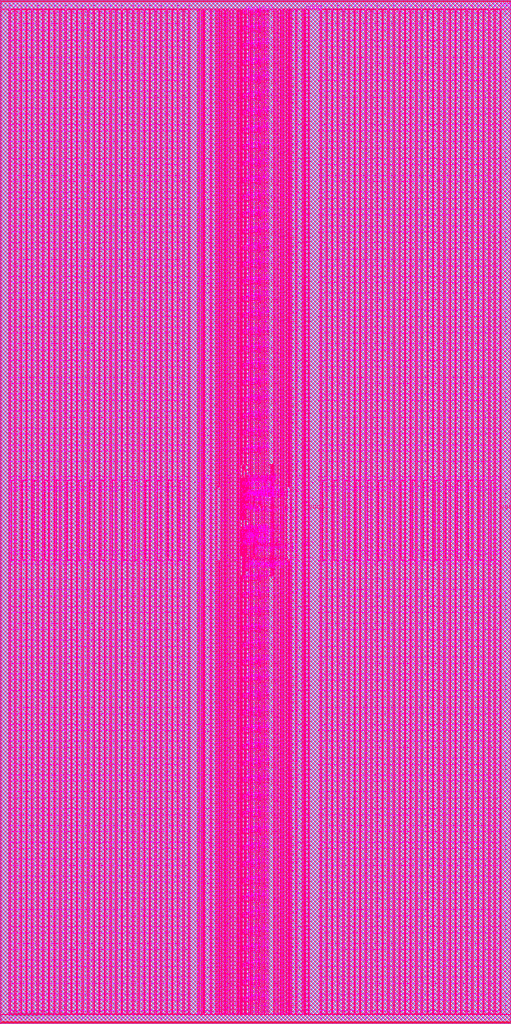
<source format=lef>
VERSION 5.8 ;
BUSBITCHARS "[]" ;
DIVIDERCHAR "/" ;

UNITS
  DATABASE MICRONS 4000 ;
END UNITS

PROPERTYDEFINITIONS
  MACRO hpml_layer STRING ;
  MACRO heml_layer STRING ;
END PROPERTYDEFINITIONS

MACRO ip764hduspsr1024x52m4b2s0r2p0d0
  CLASS BLOCK ;
  FIXEDMASK ;
  FOREIGN ip764hduspsr1024x52m4b2s0r2p0d0 ;
  ORIGIN 0 0 ;
  SIZE 36.3 BY 72.72 ;
  SYMMETRY X Y ;
  SITE ip764hduspsr1024x52m4b2s0r2p0d0 ;
  PIN adr[0]
    DIRECTION INPUT ;
    USE SIGNAL ;
    PORT
      LAYER v4 ;
        RECT 17.344 34.902 17.384 34.938 ;
      LAYER m5 ;
        RECT 17.344 34.18 17.384 35.14 ;
    END
  END adr[0]
  PIN adr[1]
    DIRECTION INPUT ;
    USE SIGNAL ;
    PORT
      LAYER v4 ;
        RECT 17.48 34.6005 17.52 34.6365 ;
      LAYER m5 ;
        RECT 17.48 34.3 17.52 35.26 ;
    END
  END adr[1]
  PIN adr[2]
    DIRECTION INPUT ;
    USE SIGNAL ;
    PORT
      LAYER v4 ;
        RECT 17.48 34.0035 17.52 34.0395 ;
      LAYER m5 ;
        RECT 17.48 33.3 17.52 34.26 ;
    END
  END adr[2]
  PIN adr[3]
    DIRECTION INPUT ;
    USE SIGNAL ;
    PORT
      LAYER v4 ;
        RECT 17.136 34.902 17.176 34.938 ;
      LAYER m5 ;
        RECT 17.136 34.3 17.176 35.26 ;
    END
  END adr[3]
  PIN adr[4]
    DIRECTION INPUT ;
    USE SIGNAL ;
    PORT
      LAYER v4 ;
        RECT 18.284 33.942 18.328 33.978 ;
      LAYER m5 ;
        RECT 18.284 33.18 18.328 34.14 ;
    END
  END adr[4]
  PIN adr[5]
    DIRECTION INPUT ;
    USE SIGNAL ;
    PORT
      LAYER v4 ;
        RECT 17.136 33.942 17.176 33.978 ;
      LAYER m5 ;
        RECT 17.136 33.3 17.176 34.26 ;
    END
  END adr[5]
  PIN adr[6]
    DIRECTION INPUT ;
    USE SIGNAL ;
    PORT
      LAYER v4 ;
        RECT 17.944 33.222 17.984 33.258 ;
      LAYER m5 ;
        RECT 17.944 33.18 17.984 34.14 ;
    END
  END adr[6]
  PIN adr[7]
    DIRECTION INPUT ;
    USE SIGNAL ;
    PORT
      LAYER v4 ;
        RECT 18.284 34.902 18.328 34.938 ;
      LAYER m5 ;
        RECT 18.284 34.18 18.328 35.14 ;
    END
  END adr[7]
  PIN adr[8]
    DIRECTION INPUT ;
    USE SIGNAL ;
    PORT
      LAYER v4 ;
        RECT 17.272 34.2435 17.316 34.2795 ;
      LAYER m5 ;
        RECT 17.272 34.18 17.316 35.14 ;
    END
  END adr[8]
  PIN adr[9]
    DIRECTION INPUT ;
    USE SIGNAL ;
    PORT
      LAYER v4 ;
        RECT 17.616 34.3605 17.656 34.3965 ;
      LAYER m5 ;
        RECT 17.616 34.18 17.656 35.14 ;
    END
  END adr[9]
  PIN arysleep
    DIRECTION INPUT ;
    USE SIGNAL ;
    PORT
      LAYER v4 ;
        RECT 17.344 32.2005 17.384 32.2365 ;
      LAYER m5 ;
        RECT 17.344 32.18 17.384 33.14 ;
    END
  END arysleep
  PIN async_reset
    DIRECTION INPUT ;
    USE SIGNAL ;
    PORT
      LAYER v4 ;
        RECT 17.616 32.3235 17.656 32.3595 ;
      LAYER m5 ;
        RECT 17.616 32.18 17.656 33.14 ;
    END
  END async_reset
  PIN clk
    DIRECTION INPUT ;
    USE SIGNAL ;
    PORT
      LAYER v4 ;
        RECT 17.136 36.342 17.176 36.378 ;
      LAYER m5 ;
        RECT 17.136 35.85 17.176 36.81 ;
    END
  END clk
  PIN din[0]
    DIRECTION INPUT ;
    USE SIGNAL ;
    PORT
      LAYER v4 ;
        RECT 17.412 1.558 17.452 1.594 ;
      LAYER m5 ;
        RECT 17.412 0.62 17.452 1.78 ;
    END
  END din[0]
  PIN din[10]
    DIRECTION INPUT ;
    USE SIGNAL ;
    PORT
      LAYER v4 ;
        RECT 17.412 13.558 17.452 13.594 ;
      LAYER m5 ;
        RECT 17.412 12.62 17.452 13.78 ;
    END
  END din[10]
  PIN din[11]
    DIRECTION INPUT ;
    USE SIGNAL ;
    PORT
      LAYER v4 ;
        RECT 17.412 14.758 17.452 14.794 ;
      LAYER m5 ;
        RECT 17.412 13.82 17.452 14.98 ;
    END
  END din[11]
  PIN din[12]
    DIRECTION INPUT ;
    USE SIGNAL ;
    PORT
      LAYER v4 ;
        RECT 17.412 15.958 17.452 15.994 ;
      LAYER m5 ;
        RECT 17.412 15.02 17.452 16.18 ;
    END
  END din[12]
  PIN din[13]
    DIRECTION INPUT ;
    USE SIGNAL ;
    PORT
      LAYER v4 ;
        RECT 17.412 17.158 17.452 17.194 ;
      LAYER m5 ;
        RECT 17.412 16.22 17.452 17.38 ;
    END
  END din[13]
  PIN din[14]
    DIRECTION INPUT ;
    USE SIGNAL ;
    PORT
      LAYER v4 ;
        RECT 17.412 18.358 17.452 18.394 ;
      LAYER m5 ;
        RECT 17.412 17.42 17.452 18.58 ;
    END
  END din[14]
  PIN din[15]
    DIRECTION INPUT ;
    USE SIGNAL ;
    PORT
      LAYER v4 ;
        RECT 17.412 19.558 17.452 19.594 ;
      LAYER m5 ;
        RECT 17.412 18.62 17.452 19.78 ;
    END
  END din[15]
  PIN din[16]
    DIRECTION INPUT ;
    USE SIGNAL ;
    PORT
      LAYER v4 ;
        RECT 17.412 20.758 17.452 20.794 ;
      LAYER m5 ;
        RECT 17.412 19.82 17.452 20.98 ;
    END
  END din[16]
  PIN din[17]
    DIRECTION INPUT ;
    USE SIGNAL ;
    PORT
      LAYER v4 ;
        RECT 17.412 21.958 17.452 21.994 ;
      LAYER m5 ;
        RECT 17.412 21.02 17.452 22.18 ;
    END
  END din[17]
  PIN din[18]
    DIRECTION INPUT ;
    USE SIGNAL ;
    PORT
      LAYER v4 ;
        RECT 17.412 23.158 17.452 23.194 ;
      LAYER m5 ;
        RECT 17.412 22.22 17.452 23.38 ;
    END
  END din[18]
  PIN din[19]
    DIRECTION INPUT ;
    USE SIGNAL ;
    PORT
      LAYER v4 ;
        RECT 17.412 24.358 17.452 24.394 ;
      LAYER m5 ;
        RECT 17.412 23.42 17.452 24.58 ;
    END
  END din[19]
  PIN din[1]
    DIRECTION INPUT ;
    USE SIGNAL ;
    PORT
      LAYER v4 ;
        RECT 17.412 2.758 17.452 2.794 ;
      LAYER m5 ;
        RECT 17.412 1.82 17.452 2.98 ;
    END
  END din[1]
  PIN din[20]
    DIRECTION INPUT ;
    USE SIGNAL ;
    PORT
      LAYER v4 ;
        RECT 17.412 25.558 17.452 25.594 ;
      LAYER m5 ;
        RECT 17.412 24.62 17.452 25.78 ;
    END
  END din[20]
  PIN din[21]
    DIRECTION INPUT ;
    USE SIGNAL ;
    PORT
      LAYER v4 ;
        RECT 17.412 26.758 17.452 26.794 ;
      LAYER m5 ;
        RECT 17.412 25.82 17.452 26.98 ;
    END
  END din[21]
  PIN din[22]
    DIRECTION INPUT ;
    USE SIGNAL ;
    PORT
      LAYER v4 ;
        RECT 17.412 27.958 17.452 27.994 ;
      LAYER m5 ;
        RECT 17.412 27.02 17.452 28.18 ;
    END
  END din[22]
  PIN din[23]
    DIRECTION INPUT ;
    USE SIGNAL ;
    PORT
      LAYER v4 ;
        RECT 17.412 29.158 17.452 29.194 ;
      LAYER m5 ;
        RECT 17.412 28.22 17.452 29.38 ;
    END
  END din[23]
  PIN din[24]
    DIRECTION INPUT ;
    USE SIGNAL ;
    PORT
      LAYER v4 ;
        RECT 17.412 30.358 17.452 30.394 ;
      LAYER m5 ;
        RECT 17.412 29.42 17.452 30.58 ;
    END
  END din[24]
  PIN din[25]
    DIRECTION INPUT ;
    USE SIGNAL ;
    PORT
      LAYER v4 ;
        RECT 17.412 31.558 17.452 31.594 ;
      LAYER m5 ;
        RECT 17.412 30.62 17.452 31.78 ;
    END
  END din[25]
  PIN din[26]
    DIRECTION INPUT ;
    USE SIGNAL ;
    PORT
      LAYER v4 ;
        RECT 17.412 40.678 17.452 40.714 ;
      LAYER m5 ;
        RECT 17.412 39.74 17.452 40.9 ;
    END
  END din[26]
  PIN din[27]
    DIRECTION INPUT ;
    USE SIGNAL ;
    PORT
      LAYER v4 ;
        RECT 17.412 41.878 17.452 41.914 ;
      LAYER m5 ;
        RECT 17.412 40.94 17.452 42.1 ;
    END
  END din[27]
  PIN din[28]
    DIRECTION INPUT ;
    USE SIGNAL ;
    PORT
      LAYER v4 ;
        RECT 17.412 43.078 17.452 43.114 ;
      LAYER m5 ;
        RECT 17.412 42.14 17.452 43.3 ;
    END
  END din[28]
  PIN din[29]
    DIRECTION INPUT ;
    USE SIGNAL ;
    PORT
      LAYER v4 ;
        RECT 17.412 44.278 17.452 44.314 ;
      LAYER m5 ;
        RECT 17.412 43.34 17.452 44.5 ;
    END
  END din[29]
  PIN din[2]
    DIRECTION INPUT ;
    USE SIGNAL ;
    PORT
      LAYER v4 ;
        RECT 17.412 3.958 17.452 3.994 ;
      LAYER m5 ;
        RECT 17.412 3.02 17.452 4.18 ;
    END
  END din[2]
  PIN din[30]
    DIRECTION INPUT ;
    USE SIGNAL ;
    PORT
      LAYER v4 ;
        RECT 17.412 45.478 17.452 45.514 ;
      LAYER m5 ;
        RECT 17.412 44.54 17.452 45.7 ;
    END
  END din[30]
  PIN din[31]
    DIRECTION INPUT ;
    USE SIGNAL ;
    PORT
      LAYER v4 ;
        RECT 17.412 46.678 17.452 46.714 ;
      LAYER m5 ;
        RECT 17.412 45.74 17.452 46.9 ;
    END
  END din[31]
  PIN din[32]
    DIRECTION INPUT ;
    USE SIGNAL ;
    PORT
      LAYER v4 ;
        RECT 17.412 47.878 17.452 47.914 ;
      LAYER m5 ;
        RECT 17.412 46.94 17.452 48.1 ;
    END
  END din[32]
  PIN din[33]
    DIRECTION INPUT ;
    USE SIGNAL ;
    PORT
      LAYER v4 ;
        RECT 17.412 49.078 17.452 49.114 ;
      LAYER m5 ;
        RECT 17.412 48.14 17.452 49.3 ;
    END
  END din[33]
  PIN din[34]
    DIRECTION INPUT ;
    USE SIGNAL ;
    PORT
      LAYER v4 ;
        RECT 17.412 50.278 17.452 50.314 ;
      LAYER m5 ;
        RECT 17.412 49.34 17.452 50.5 ;
    END
  END din[34]
  PIN din[35]
    DIRECTION INPUT ;
    USE SIGNAL ;
    PORT
      LAYER v4 ;
        RECT 17.412 51.478 17.452 51.514 ;
      LAYER m5 ;
        RECT 17.412 50.54 17.452 51.7 ;
    END
  END din[35]
  PIN din[36]
    DIRECTION INPUT ;
    USE SIGNAL ;
    PORT
      LAYER v4 ;
        RECT 17.412 52.678 17.452 52.714 ;
      LAYER m5 ;
        RECT 17.412 51.74 17.452 52.9 ;
    END
  END din[36]
  PIN din[37]
    DIRECTION INPUT ;
    USE SIGNAL ;
    PORT
      LAYER v4 ;
        RECT 17.412 53.878 17.452 53.914 ;
      LAYER m5 ;
        RECT 17.412 52.94 17.452 54.1 ;
    END
  END din[37]
  PIN din[38]
    DIRECTION INPUT ;
    USE SIGNAL ;
    PORT
      LAYER v4 ;
        RECT 17.412 55.078 17.452 55.114 ;
      LAYER m5 ;
        RECT 17.412 54.14 17.452 55.3 ;
    END
  END din[38]
  PIN din[39]
    DIRECTION INPUT ;
    USE SIGNAL ;
    PORT
      LAYER v4 ;
        RECT 17.412 56.278 17.452 56.314 ;
      LAYER m5 ;
        RECT 17.412 55.34 17.452 56.5 ;
    END
  END din[39]
  PIN din[3]
    DIRECTION INPUT ;
    USE SIGNAL ;
    PORT
      LAYER v4 ;
        RECT 17.412 5.158 17.452 5.194 ;
      LAYER m5 ;
        RECT 17.412 4.22 17.452 5.38 ;
    END
  END din[3]
  PIN din[40]
    DIRECTION INPUT ;
    USE SIGNAL ;
    PORT
      LAYER v4 ;
        RECT 17.412 57.478 17.452 57.514 ;
      LAYER m5 ;
        RECT 17.412 56.54 17.452 57.7 ;
    END
  END din[40]
  PIN din[41]
    DIRECTION INPUT ;
    USE SIGNAL ;
    PORT
      LAYER v4 ;
        RECT 17.412 58.678 17.452 58.714 ;
      LAYER m5 ;
        RECT 17.412 57.74 17.452 58.9 ;
    END
  END din[41]
  PIN din[42]
    DIRECTION INPUT ;
    USE SIGNAL ;
    PORT
      LAYER v4 ;
        RECT 17.412 59.878 17.452 59.914 ;
      LAYER m5 ;
        RECT 17.412 58.94 17.452 60.1 ;
    END
  END din[42]
  PIN din[43]
    DIRECTION INPUT ;
    USE SIGNAL ;
    PORT
      LAYER v4 ;
        RECT 17.412 61.078 17.452 61.114 ;
      LAYER m5 ;
        RECT 17.412 60.14 17.452 61.3 ;
    END
  END din[43]
  PIN din[44]
    DIRECTION INPUT ;
    USE SIGNAL ;
    PORT
      LAYER v4 ;
        RECT 17.412 62.278 17.452 62.314 ;
      LAYER m5 ;
        RECT 17.412 61.34 17.452 62.5 ;
    END
  END din[44]
  PIN din[45]
    DIRECTION INPUT ;
    USE SIGNAL ;
    PORT
      LAYER v4 ;
        RECT 17.412 63.478 17.452 63.514 ;
      LAYER m5 ;
        RECT 17.412 62.54 17.452 63.7 ;
    END
  END din[45]
  PIN din[46]
    DIRECTION INPUT ;
    USE SIGNAL ;
    PORT
      LAYER v4 ;
        RECT 17.412 64.678 17.452 64.714 ;
      LAYER m5 ;
        RECT 17.412 63.74 17.452 64.9 ;
    END
  END din[46]
  PIN din[47]
    DIRECTION INPUT ;
    USE SIGNAL ;
    PORT
      LAYER v4 ;
        RECT 17.412 65.878 17.452 65.914 ;
      LAYER m5 ;
        RECT 17.412 64.94 17.452 66.1 ;
    END
  END din[47]
  PIN din[48]
    DIRECTION INPUT ;
    USE SIGNAL ;
    PORT
      LAYER v4 ;
        RECT 17.412 67.078 17.452 67.114 ;
      LAYER m5 ;
        RECT 17.412 66.14 17.452 67.3 ;
    END
  END din[48]
  PIN din[49]
    DIRECTION INPUT ;
    USE SIGNAL ;
    PORT
      LAYER v4 ;
        RECT 17.412 68.278 17.452 68.314 ;
      LAYER m5 ;
        RECT 17.412 67.34 17.452 68.5 ;
    END
  END din[49]
  PIN din[4]
    DIRECTION INPUT ;
    USE SIGNAL ;
    PORT
      LAYER v4 ;
        RECT 17.412 6.358 17.452 6.394 ;
      LAYER m5 ;
        RECT 17.412 5.42 17.452 6.58 ;
    END
  END din[4]
  PIN din[50]
    DIRECTION INPUT ;
    USE SIGNAL ;
    PORT
      LAYER v4 ;
        RECT 17.412 69.478 17.452 69.514 ;
      LAYER m5 ;
        RECT 17.412 68.54 17.452 69.7 ;
    END
  END din[50]
  PIN din[51]
    DIRECTION INPUT ;
    USE SIGNAL ;
    PORT
      LAYER v4 ;
        RECT 17.412 70.678 17.452 70.714 ;
      LAYER m5 ;
        RECT 17.412 69.74 17.452 70.9 ;
    END
  END din[51]
  PIN din[52]
    DIRECTION INPUT ;
    USE SIGNAL ;
    PORT
      LAYER v4 ;
        RECT 17.412 71.878 17.452 71.914 ;
      LAYER m5 ;
        RECT 17.412 70.94 17.452 72.1 ;
    END
  END din[52]
  PIN din[5]
    DIRECTION INPUT ;
    USE SIGNAL ;
    PORT
      LAYER v4 ;
        RECT 17.412 7.558 17.452 7.594 ;
      LAYER m5 ;
        RECT 17.412 6.62 17.452 7.78 ;
    END
  END din[5]
  PIN din[6]
    DIRECTION INPUT ;
    USE SIGNAL ;
    PORT
      LAYER v4 ;
        RECT 17.412 8.758 17.452 8.794 ;
      LAYER m5 ;
        RECT 17.412 7.82 17.452 8.98 ;
    END
  END din[6]
  PIN din[7]
    DIRECTION INPUT ;
    USE SIGNAL ;
    PORT
      LAYER v4 ;
        RECT 17.412 9.958 17.452 9.994 ;
      LAYER m5 ;
        RECT 17.412 9.02 17.452 10.18 ;
    END
  END din[7]
  PIN din[8]
    DIRECTION INPUT ;
    USE SIGNAL ;
    PORT
      LAYER v4 ;
        RECT 17.412 11.158 17.452 11.194 ;
      LAYER m5 ;
        RECT 17.412 10.22 17.452 11.38 ;
    END
  END din[8]
  PIN din[9]
    DIRECTION INPUT ;
    USE SIGNAL ;
    PORT
      LAYER v4 ;
        RECT 17.412 12.358 17.452 12.394 ;
      LAYER m5 ;
        RECT 17.412 11.42 17.452 12.58 ;
    END
  END din[9]
  PIN mce
    DIRECTION INPUT ;
    USE SIGNAL ;
    PORT
      LAYER v4 ;
        RECT 17.136 38.022 17.176 38.058 ;
      LAYER m5 ;
        RECT 17.136 37.85 17.176 38.81 ;
    END
  END mce
  PIN ra[0]
    DIRECTION INPUT ;
    USE SIGNAL ;
    PORT
      LAYER v4 ;
        RECT 18.424 37.7205 18.464 37.7565 ;
      LAYER m5 ;
        RECT 18.424 36.85 18.464 37.81 ;
    END
  END ra[0]
  PIN ra[1]
    DIRECTION INPUT ;
    USE SIGNAL ;
    PORT
      LAYER v4 ;
        RECT 18.012 37.542 18.052 37.578 ;
      LAYER m5 ;
        RECT 18.012 36.85 18.052 37.81 ;
    END
  END ra[1]
  PIN redrowen[0]
    DIRECTION INPUT ;
    USE SIGNAL ;
    PORT
      LAYER v4 ;
        RECT 17.616 36.102 17.656 36.138 ;
      LAYER m5 ;
        RECT 17.616 35.85 17.656 36.81 ;
    END
  END redrowen[0]
  PIN redrowen[1]
    DIRECTION INPUT ;
    USE SIGNAL ;
    PORT
      LAYER v4 ;
        RECT 18.012 33.462 18.052 33.498 ;
      LAYER m5 ;
        RECT 18.012 33.18 18.052 34.14 ;
    END
  END redrowen[1]
  PIN ren
    DIRECTION INPUT ;
    USE SIGNAL ;
    PORT
      LAYER v4 ;
        RECT 17.064 34.422 17.108 34.458 ;
      LAYER m5 ;
        RECT 17.064 34.18 17.108 35.14 ;
    END
  END ren
  PIN rmce[0]
    DIRECTION INPUT ;
    USE SIGNAL ;
    PORT
      LAYER v4 ;
        RECT 17.616 38.502 17.656 38.538 ;
      LAYER m5 ;
        RECT 17.616 37.85 17.656 38.81 ;
    END
  END rmce[0]
  PIN rmce[1]
    DIRECTION INPUT ;
    USE SIGNAL ;
    PORT
      LAYER v4 ;
        RECT 17.548 38.2005 17.588 38.2365 ;
      LAYER m5 ;
        RECT 17.548 37.85 17.588 38.81 ;
    END
  END rmce[1]
  PIN rmce[2]
    DIRECTION INPUT ;
    USE SIGNAL ;
    PORT
      LAYER v4 ;
        RECT 17.344 37.9605 17.384 37.9965 ;
      LAYER m5 ;
        RECT 17.344 37.85 17.384 38.81 ;
    END
  END rmce[2]
  PIN rmce[3]
    DIRECTION INPUT ;
    USE SIGNAL ;
    PORT
      LAYER v4 ;
        RECT 17.48 38.3235 17.52 38.3595 ;
      LAYER m5 ;
        RECT 17.48 37.97 17.52 38.93 ;
    END
  END rmce[3]
  PIN sbc[0]
    DIRECTION INPUT ;
    USE SIGNAL ;
    PORT
      LAYER v4 ;
        RECT 18.284 32.262 18.328 32.298 ;
      LAYER m5 ;
        RECT 18.284 32.18 18.328 33.14 ;
    END
  END sbc[0]
  PIN sbc[1]
    DIRECTION INPUT ;
    USE SIGNAL ;
    PORT
      LAYER v4 ;
        RECT 17.548 32.4405 17.588 32.4765 ;
      LAYER m5 ;
        RECT 17.548 32.18 17.588 33.14 ;
    END
  END sbc[1]
  PIN stbyp
    DIRECTION INPUT ;
    USE SIGNAL ;
    PORT
      LAYER v4 ;
        RECT 18.012 34.662 18.052 34.698 ;
      LAYER m5 ;
        RECT 18.012 34.18 18.052 35.14 ;
    END
  END stbyp
  PIN wa[0]
    DIRECTION INPUT ;
    USE SIGNAL ;
    PORT
      LAYER v4 ;
        RECT 17.616 37.302 17.656 37.338 ;
      LAYER m5 ;
        RECT 17.616 36.85 17.656 37.81 ;
    END
  END wa[0]
  PIN wa[1]
    DIRECTION INPUT ;
    USE SIGNAL ;
    PORT
      LAYER v4 ;
        RECT 17.344 36.342 17.384 36.378 ;
      LAYER m5 ;
        RECT 17.344 35.85 17.384 36.81 ;
    END
  END wa[1]
  PIN wa[2]
    DIRECTION INPUT ;
    USE SIGNAL ;
    PORT
      LAYER v4 ;
        RECT 18.08 36.8835 18.12 36.9195 ;
      LAYER m5 ;
        RECT 18.08 36.85 18.12 37.81 ;
    END
  END wa[2]
  PIN wen
    DIRECTION INPUT ;
    USE SIGNAL ;
    PORT
      LAYER v4 ;
        RECT 17.272 33.7635 17.316 33.7995 ;
      LAYER m5 ;
        RECT 17.272 33.18 17.316 34.14 ;
    END
  END wen
  PIN wmce[0]
    DIRECTION INPUT ;
    USE SIGNAL ;
    PORT
      LAYER v4 ;
        RECT 17.48 37.3635 17.52 37.3995 ;
      LAYER m5 ;
        RECT 17.48 36.97 17.52 37.93 ;
    END
  END wmce[0]
  PIN wmce[1]
    DIRECTION INPUT ;
    USE SIGNAL ;
    PORT
      LAYER v4 ;
        RECT 17.344 36.8835 17.384 36.9195 ;
      LAYER m5 ;
        RECT 17.344 36.85 17.384 37.81 ;
    END
  END wmce[1]
  PIN wpulse[0]
    DIRECTION INPUT ;
    USE SIGNAL ;
    PORT
      LAYER v4 ;
        RECT 17.548 37.4805 17.588 37.5165 ;
      LAYER m5 ;
        RECT 17.548 36.85 17.588 37.81 ;
    END
  END wpulse[0]
  PIN wpulse[1]
    DIRECTION INPUT ;
    USE SIGNAL ;
    PORT
      LAYER v4 ;
        RECT 17.136 37.2405 17.176 37.2765 ;
      LAYER m5 ;
        RECT 17.136 36.85 17.176 37.81 ;
    END
  END wpulse[1]
  PIN wpulse[2]
    DIRECTION INPUT ;
    USE SIGNAL ;
    PORT
      LAYER v4 ;
        RECT 17.944 37.2405 17.984 37.2765 ;
      LAYER m5 ;
        RECT 17.944 36.85 17.984 37.81 ;
    END
  END wpulse[2]
  PIN q[0]
    DIRECTION OUTPUT ;
    USE SIGNAL ;
    PORT
      LAYER v4 ;
        RECT 17.136 1.329 17.176 1.365 ;
      LAYER m5 ;
        RECT 17.136 0.62 17.176 1.78 ;
    END
  END q[0]
  PIN q[10]
    DIRECTION OUTPUT ;
    USE SIGNAL ;
    PORT
      LAYER v4 ;
        RECT 17.136 13.329 17.176 13.365 ;
      LAYER m5 ;
        RECT 17.136 12.62 17.176 13.78 ;
    END
  END q[10]
  PIN q[11]
    DIRECTION OUTPUT ;
    USE SIGNAL ;
    PORT
      LAYER v4 ;
        RECT 17.136 14.529 17.176 14.565 ;
      LAYER m5 ;
        RECT 17.136 13.82 17.176 14.98 ;
    END
  END q[11]
  PIN q[12]
    DIRECTION OUTPUT ;
    USE SIGNAL ;
    PORT
      LAYER v4 ;
        RECT 17.136 15.729 17.176 15.765 ;
      LAYER m5 ;
        RECT 17.136 15.02 17.176 16.18 ;
    END
  END q[12]
  PIN q[13]
    DIRECTION OUTPUT ;
    USE SIGNAL ;
    PORT
      LAYER v4 ;
        RECT 17.136 16.929 17.176 16.965 ;
      LAYER m5 ;
        RECT 17.136 16.22 17.176 17.38 ;
    END
  END q[13]
  PIN q[14]
    DIRECTION OUTPUT ;
    USE SIGNAL ;
    PORT
      LAYER v4 ;
        RECT 17.136 18.129 17.176 18.165 ;
      LAYER m5 ;
        RECT 17.136 17.42 17.176 18.58 ;
    END
  END q[14]
  PIN q[15]
    DIRECTION OUTPUT ;
    USE SIGNAL ;
    PORT
      LAYER v4 ;
        RECT 17.136 19.329 17.176 19.365 ;
      LAYER m5 ;
        RECT 17.136 18.62 17.176 19.78 ;
    END
  END q[15]
  PIN q[16]
    DIRECTION OUTPUT ;
    USE SIGNAL ;
    PORT
      LAYER v4 ;
        RECT 17.136 20.529 17.176 20.565 ;
      LAYER m5 ;
        RECT 17.136 19.82 17.176 20.98 ;
    END
  END q[16]
  PIN q[17]
    DIRECTION OUTPUT ;
    USE SIGNAL ;
    PORT
      LAYER v4 ;
        RECT 17.136 21.729 17.176 21.765 ;
      LAYER m5 ;
        RECT 17.136 21.02 17.176 22.18 ;
    END
  END q[17]
  PIN q[18]
    DIRECTION OUTPUT ;
    USE SIGNAL ;
    PORT
      LAYER v4 ;
        RECT 17.136 22.929 17.176 22.965 ;
      LAYER m5 ;
        RECT 17.136 22.22 17.176 23.38 ;
    END
  END q[18]
  PIN q[19]
    DIRECTION OUTPUT ;
    USE SIGNAL ;
    PORT
      LAYER v4 ;
        RECT 17.136 24.129 17.176 24.165 ;
      LAYER m5 ;
        RECT 17.136 23.42 17.176 24.58 ;
    END
  END q[19]
  PIN q[1]
    DIRECTION OUTPUT ;
    USE SIGNAL ;
    PORT
      LAYER v4 ;
        RECT 17.136 2.529 17.176 2.565 ;
      LAYER m5 ;
        RECT 17.136 1.82 17.176 2.98 ;
    END
  END q[1]
  PIN q[20]
    DIRECTION OUTPUT ;
    USE SIGNAL ;
    PORT
      LAYER v4 ;
        RECT 17.136 25.329 17.176 25.365 ;
      LAYER m5 ;
        RECT 17.136 24.62 17.176 25.78 ;
    END
  END q[20]
  PIN q[21]
    DIRECTION OUTPUT ;
    USE SIGNAL ;
    PORT
      LAYER v4 ;
        RECT 17.136 26.529 17.176 26.565 ;
      LAYER m5 ;
        RECT 17.136 25.82 17.176 26.98 ;
    END
  END q[21]
  PIN q[22]
    DIRECTION OUTPUT ;
    USE SIGNAL ;
    PORT
      LAYER v4 ;
        RECT 17.136 27.729 17.176 27.765 ;
      LAYER m5 ;
        RECT 17.136 27.02 17.176 28.18 ;
    END
  END q[22]
  PIN q[23]
    DIRECTION OUTPUT ;
    USE SIGNAL ;
    PORT
      LAYER v4 ;
        RECT 17.136 28.929 17.176 28.965 ;
      LAYER m5 ;
        RECT 17.136 28.22 17.176 29.38 ;
    END
  END q[23]
  PIN q[24]
    DIRECTION OUTPUT ;
    USE SIGNAL ;
    PORT
      LAYER v4 ;
        RECT 17.136 30.129 17.176 30.165 ;
      LAYER m5 ;
        RECT 17.136 29.42 17.176 30.58 ;
    END
  END q[24]
  PIN q[25]
    DIRECTION OUTPUT ;
    USE SIGNAL ;
    PORT
      LAYER v4 ;
        RECT 17.136 31.329 17.176 31.365 ;
      LAYER m5 ;
        RECT 17.136 30.62 17.176 31.78 ;
    END
  END q[25]
  PIN q[26]
    DIRECTION OUTPUT ;
    USE SIGNAL ;
    PORT
      LAYER v4 ;
        RECT 17.136 40.449 17.176 40.485 ;
      LAYER m5 ;
        RECT 17.136 39.74 17.176 40.9 ;
    END
  END q[26]
  PIN q[27]
    DIRECTION OUTPUT ;
    USE SIGNAL ;
    PORT
      LAYER v4 ;
        RECT 17.136 41.649 17.176 41.685 ;
      LAYER m5 ;
        RECT 17.136 40.94 17.176 42.1 ;
    END
  END q[27]
  PIN q[28]
    DIRECTION OUTPUT ;
    USE SIGNAL ;
    PORT
      LAYER v4 ;
        RECT 17.136 42.849 17.176 42.885 ;
      LAYER m5 ;
        RECT 17.136 42.14 17.176 43.3 ;
    END
  END q[28]
  PIN q[29]
    DIRECTION OUTPUT ;
    USE SIGNAL ;
    PORT
      LAYER v4 ;
        RECT 17.136 44.049 17.176 44.085 ;
      LAYER m5 ;
        RECT 17.136 43.34 17.176 44.5 ;
    END
  END q[29]
  PIN q[2]
    DIRECTION OUTPUT ;
    USE SIGNAL ;
    PORT
      LAYER v4 ;
        RECT 17.136 3.729 17.176 3.765 ;
      LAYER m5 ;
        RECT 17.136 3.02 17.176 4.18 ;
    END
  END q[2]
  PIN q[30]
    DIRECTION OUTPUT ;
    USE SIGNAL ;
    PORT
      LAYER v4 ;
        RECT 17.136 45.249 17.176 45.285 ;
      LAYER m5 ;
        RECT 17.136 44.54 17.176 45.7 ;
    END
  END q[30]
  PIN q[31]
    DIRECTION OUTPUT ;
    USE SIGNAL ;
    PORT
      LAYER v4 ;
        RECT 17.136 46.449 17.176 46.485 ;
      LAYER m5 ;
        RECT 17.136 45.74 17.176 46.9 ;
    END
  END q[31]
  PIN q[32]
    DIRECTION OUTPUT ;
    USE SIGNAL ;
    PORT
      LAYER v4 ;
        RECT 17.136 47.649 17.176 47.685 ;
      LAYER m5 ;
        RECT 17.136 46.94 17.176 48.1 ;
    END
  END q[32]
  PIN q[33]
    DIRECTION OUTPUT ;
    USE SIGNAL ;
    PORT
      LAYER v4 ;
        RECT 17.136 48.849 17.176 48.885 ;
      LAYER m5 ;
        RECT 17.136 48.14 17.176 49.3 ;
    END
  END q[33]
  PIN q[34]
    DIRECTION OUTPUT ;
    USE SIGNAL ;
    PORT
      LAYER v4 ;
        RECT 17.136 50.049 17.176 50.085 ;
      LAYER m5 ;
        RECT 17.136 49.34 17.176 50.5 ;
    END
  END q[34]
  PIN q[35]
    DIRECTION OUTPUT ;
    USE SIGNAL ;
    PORT
      LAYER v4 ;
        RECT 17.136 51.249 17.176 51.285 ;
      LAYER m5 ;
        RECT 17.136 50.54 17.176 51.7 ;
    END
  END q[35]
  PIN q[36]
    DIRECTION OUTPUT ;
    USE SIGNAL ;
    PORT
      LAYER v4 ;
        RECT 17.136 52.449 17.176 52.485 ;
      LAYER m5 ;
        RECT 17.136 51.74 17.176 52.9 ;
    END
  END q[36]
  PIN q[37]
    DIRECTION OUTPUT ;
    USE SIGNAL ;
    PORT
      LAYER v4 ;
        RECT 17.136 53.649 17.176 53.685 ;
      LAYER m5 ;
        RECT 17.136 52.94 17.176 54.1 ;
    END
  END q[37]
  PIN q[38]
    DIRECTION OUTPUT ;
    USE SIGNAL ;
    PORT
      LAYER v4 ;
        RECT 17.136 54.849 17.176 54.885 ;
      LAYER m5 ;
        RECT 17.136 54.14 17.176 55.3 ;
    END
  END q[38]
  PIN q[39]
    DIRECTION OUTPUT ;
    USE SIGNAL ;
    PORT
      LAYER v4 ;
        RECT 17.136 56.049 17.176 56.085 ;
      LAYER m5 ;
        RECT 17.136 55.34 17.176 56.5 ;
    END
  END q[39]
  PIN q[3]
    DIRECTION OUTPUT ;
    USE SIGNAL ;
    PORT
      LAYER v4 ;
        RECT 17.136 4.929 17.176 4.965 ;
      LAYER m5 ;
        RECT 17.136 4.22 17.176 5.38 ;
    END
  END q[3]
  PIN q[40]
    DIRECTION OUTPUT ;
    USE SIGNAL ;
    PORT
      LAYER v4 ;
        RECT 17.136 57.249 17.176 57.285 ;
      LAYER m5 ;
        RECT 17.136 56.54 17.176 57.7 ;
    END
  END q[40]
  PIN q[41]
    DIRECTION OUTPUT ;
    USE SIGNAL ;
    PORT
      LAYER v4 ;
        RECT 17.136 58.449 17.176 58.485 ;
      LAYER m5 ;
        RECT 17.136 57.74 17.176 58.9 ;
    END
  END q[41]
  PIN q[42]
    DIRECTION OUTPUT ;
    USE SIGNAL ;
    PORT
      LAYER v4 ;
        RECT 17.136 59.649 17.176 59.685 ;
      LAYER m5 ;
        RECT 17.136 58.94 17.176 60.1 ;
    END
  END q[42]
  PIN q[43]
    DIRECTION OUTPUT ;
    USE SIGNAL ;
    PORT
      LAYER v4 ;
        RECT 17.136 60.849 17.176 60.885 ;
      LAYER m5 ;
        RECT 17.136 60.14 17.176 61.3 ;
    END
  END q[43]
  PIN q[44]
    DIRECTION OUTPUT ;
    USE SIGNAL ;
    PORT
      LAYER v4 ;
        RECT 17.136 62.049 17.176 62.085 ;
      LAYER m5 ;
        RECT 17.136 61.34 17.176 62.5 ;
    END
  END q[44]
  PIN q[45]
    DIRECTION OUTPUT ;
    USE SIGNAL ;
    PORT
      LAYER v4 ;
        RECT 17.136 63.249 17.176 63.285 ;
      LAYER m5 ;
        RECT 17.136 62.54 17.176 63.7 ;
    END
  END q[45]
  PIN q[46]
    DIRECTION OUTPUT ;
    USE SIGNAL ;
    PORT
      LAYER v4 ;
        RECT 17.136 64.449 17.176 64.485 ;
      LAYER m5 ;
        RECT 17.136 63.74 17.176 64.9 ;
    END
  END q[46]
  PIN q[47]
    DIRECTION OUTPUT ;
    USE SIGNAL ;
    PORT
      LAYER v4 ;
        RECT 17.136 65.649 17.176 65.685 ;
      LAYER m5 ;
        RECT 17.136 64.94 17.176 66.1 ;
    END
  END q[47]
  PIN q[48]
    DIRECTION OUTPUT ;
    USE SIGNAL ;
    PORT
      LAYER v4 ;
        RECT 17.136 66.849 17.176 66.885 ;
      LAYER m5 ;
        RECT 17.136 66.14 17.176 67.3 ;
    END
  END q[48]
  PIN q[49]
    DIRECTION OUTPUT ;
    USE SIGNAL ;
    PORT
      LAYER v4 ;
        RECT 17.136 68.049 17.176 68.085 ;
      LAYER m5 ;
        RECT 17.136 67.34 17.176 68.5 ;
    END
  END q[49]
  PIN q[4]
    DIRECTION OUTPUT ;
    USE SIGNAL ;
    PORT
      LAYER v4 ;
        RECT 17.136 6.129 17.176 6.165 ;
      LAYER m5 ;
        RECT 17.136 5.42 17.176 6.58 ;
    END
  END q[4]
  PIN q[50]
    DIRECTION OUTPUT ;
    USE SIGNAL ;
    PORT
      LAYER v4 ;
        RECT 17.136 69.249 17.176 69.285 ;
      LAYER m5 ;
        RECT 17.136 68.54 17.176 69.7 ;
    END
  END q[50]
  PIN q[51]
    DIRECTION OUTPUT ;
    USE SIGNAL ;
    PORT
      LAYER v4 ;
        RECT 17.136 70.449 17.176 70.485 ;
      LAYER m5 ;
        RECT 17.136 69.74 17.176 70.9 ;
    END
  END q[51]
  PIN q[52]
    DIRECTION OUTPUT ;
    USE SIGNAL ;
    PORT
      LAYER v4 ;
        RECT 17.136 71.649 17.176 71.685 ;
      LAYER m5 ;
        RECT 17.136 70.94 17.176 72.1 ;
    END
  END q[52]
  PIN q[5]
    DIRECTION OUTPUT ;
    USE SIGNAL ;
    PORT
      LAYER v4 ;
        RECT 17.136 7.329 17.176 7.365 ;
      LAYER m5 ;
        RECT 17.136 6.62 17.176 7.78 ;
    END
  END q[5]
  PIN q[6]
    DIRECTION OUTPUT ;
    USE SIGNAL ;
    PORT
      LAYER v4 ;
        RECT 17.136 8.529 17.176 8.565 ;
      LAYER m5 ;
        RECT 17.136 7.82 17.176 8.98 ;
    END
  END q[6]
  PIN q[7]
    DIRECTION OUTPUT ;
    USE SIGNAL ;
    PORT
      LAYER v4 ;
        RECT 17.136 9.729 17.176 9.765 ;
      LAYER m5 ;
        RECT 17.136 9.02 17.176 10.18 ;
    END
  END q[7]
  PIN q[8]
    DIRECTION OUTPUT ;
    USE SIGNAL ;
    PORT
      LAYER v4 ;
        RECT 17.136 10.929 17.176 10.965 ;
      LAYER m5 ;
        RECT 17.136 10.22 17.176 11.38 ;
    END
  END q[8]
  PIN q[9]
    DIRECTION OUTPUT ;
    USE SIGNAL ;
    PORT
      LAYER v4 ;
        RECT 17.136 12.129 17.176 12.165 ;
      LAYER m5 ;
        RECT 17.136 11.42 17.176 12.58 ;
    END
  END q[9]
  PIN vddp
    DIRECTION INPUT ;
    USE POWER ;
    PORT
      LAYER v4 ;
        RECT 16.964 0.7345 17.036 0.7595 ;
        RECT 17.844 0.7345 17.916 0.7595 ;
        RECT 18.664 0.7345 18.736 0.7595 ;
        RECT 18.964 0.7345 19.036 0.7595 ;
        RECT 14.05 0.729 14.104 0.765 ;
        RECT 14.932 0.729 14.986 0.765 ;
        RECT 15.318 0.729 15.37 0.765 ;
        RECT 15.478 0.729 15.53 0.765 ;
        RECT 15.874 0.729 15.926 0.765 ;
        RECT 16.034 0.729 16.086 0.765 ;
        RECT 16.8 0.729 16.854 0.765 ;
        RECT 18.148 0.729 18.188 0.765 ;
        RECT 18.356 0.729 18.396 0.765 ;
        RECT 19.914 0.729 19.966 0.765 ;
        RECT 20.074 0.729 20.126 0.765 ;
        RECT 20.47 0.729 20.522 0.765 ;
        RECT 20.63 0.729 20.682 0.765 ;
        RECT 21.014 0.729 21.068 0.765 ;
        RECT 21.896 0.729 21.95 0.765 ;
        RECT 16.964 0.9635 17.036 0.9885 ;
        RECT 18.664 0.9635 18.736 0.9885 ;
        RECT 18.964 0.9635 19.036 0.9885 ;
        RECT 14.05 0.958 14.104 0.994 ;
        RECT 14.296 0.958 14.35 0.994 ;
        RECT 14.932 0.958 14.986 0.994 ;
        RECT 15.318 0.958 15.37 0.994 ;
        RECT 15.478 0.958 15.53 0.994 ;
        RECT 15.874 0.958 15.926 0.994 ;
        RECT 16.034 0.958 16.086 0.994 ;
        RECT 16.8 0.958 16.854 0.994 ;
        RECT 18.148 0.958 18.188 0.994 ;
        RECT 19.914 0.958 19.966 0.994 ;
        RECT 20.074 0.958 20.126 0.994 ;
        RECT 20.47 0.958 20.522 0.994 ;
        RECT 20.63 0.958 20.682 0.994 ;
        RECT 21.014 0.958 21.068 0.994 ;
        RECT 21.65 0.958 21.704 0.994 ;
        RECT 21.896 0.958 21.95 0.994 ;
        RECT 17.844 1.0405 17.916 1.0655 ;
        RECT 18.356 1.035 18.396 1.071 ;
        RECT 16.964 1.4115 17.036 1.4365 ;
        RECT 17.844 1.4115 17.916 1.4365 ;
        RECT 18.964 1.4115 19.036 1.4365 ;
        RECT 14.05 1.406 14.104 1.442 ;
        RECT 14.296 1.406 14.35 1.442 ;
        RECT 14.932 1.406 14.986 1.442 ;
        RECT 15.318 1.406 15.37 1.442 ;
        RECT 15.874 1.406 15.926 1.442 ;
        RECT 16.034 1.406 16.086 1.442 ;
        RECT 18.356 1.406 18.396 1.442 ;
        RECT 19.914 1.406 19.966 1.442 ;
        RECT 20.074 1.406 20.126 1.442 ;
        RECT 20.63 1.406 20.682 1.442 ;
        RECT 21.014 1.406 21.068 1.442 ;
        RECT 21.65 1.406 21.704 1.442 ;
        RECT 21.896 1.406 21.95 1.442 ;
        RECT 17.844 1.5635 17.916 1.5885 ;
        RECT 18.356 1.558 18.396 1.594 ;
        RECT 18.664 1.6405 18.736 1.6655 ;
        RECT 18.964 1.6405 19.036 1.6655 ;
        RECT 14.296 1.635 14.35 1.671 ;
        RECT 14.932 1.635 14.986 1.671 ;
        RECT 15.318 1.635 15.37 1.671 ;
        RECT 15.478 1.635 15.53 1.671 ;
        RECT 15.874 1.635 15.926 1.671 ;
        RECT 18.148 1.635 18.188 1.671 ;
        RECT 20.074 1.635 20.126 1.671 ;
        RECT 20.47 1.635 20.522 1.671 ;
        RECT 20.63 1.635 20.682 1.671 ;
        RECT 21.014 1.635 21.068 1.671 ;
        RECT 21.65 1.635 21.704 1.671 ;
        RECT 16.964 1.9345 17.036 1.9595 ;
        RECT 17.844 1.9345 17.916 1.9595 ;
        RECT 18.664 1.9345 18.736 1.9595 ;
        RECT 18.964 1.9345 19.036 1.9595 ;
        RECT 14.05 1.929 14.104 1.965 ;
        RECT 14.932 1.929 14.986 1.965 ;
        RECT 15.318 1.929 15.37 1.965 ;
        RECT 15.478 1.929 15.53 1.965 ;
        RECT 15.874 1.929 15.926 1.965 ;
        RECT 16.034 1.929 16.086 1.965 ;
        RECT 16.8 1.929 16.854 1.965 ;
        RECT 18.148 1.929 18.188 1.965 ;
        RECT 18.356 1.929 18.396 1.965 ;
        RECT 19.914 1.929 19.966 1.965 ;
        RECT 20.074 1.929 20.126 1.965 ;
        RECT 20.47 1.929 20.522 1.965 ;
        RECT 20.63 1.929 20.682 1.965 ;
        RECT 21.014 1.929 21.068 1.965 ;
        RECT 21.896 1.929 21.95 1.965 ;
        RECT 16.964 2.1635 17.036 2.1885 ;
        RECT 18.664 2.1635 18.736 2.1885 ;
        RECT 18.964 2.1635 19.036 2.1885 ;
        RECT 14.05 2.158 14.104 2.194 ;
        RECT 14.296 2.158 14.35 2.194 ;
        RECT 14.932 2.158 14.986 2.194 ;
        RECT 15.318 2.158 15.37 2.194 ;
        RECT 15.478 2.158 15.53 2.194 ;
        RECT 15.874 2.158 15.926 2.194 ;
        RECT 16.034 2.158 16.086 2.194 ;
        RECT 16.8 2.158 16.854 2.194 ;
        RECT 18.148 2.158 18.188 2.194 ;
        RECT 19.914 2.158 19.966 2.194 ;
        RECT 20.074 2.158 20.126 2.194 ;
        RECT 20.47 2.158 20.522 2.194 ;
        RECT 20.63 2.158 20.682 2.194 ;
        RECT 21.014 2.158 21.068 2.194 ;
        RECT 21.65 2.158 21.704 2.194 ;
        RECT 21.896 2.158 21.95 2.194 ;
        RECT 17.844 2.2405 17.916 2.2655 ;
        RECT 18.356 2.235 18.396 2.271 ;
        RECT 16.964 2.6115 17.036 2.6365 ;
        RECT 17.844 2.6115 17.916 2.6365 ;
        RECT 18.964 2.6115 19.036 2.6365 ;
        RECT 14.05 2.606 14.104 2.642 ;
        RECT 14.296 2.606 14.35 2.642 ;
        RECT 14.932 2.606 14.986 2.642 ;
        RECT 15.318 2.606 15.37 2.642 ;
        RECT 15.874 2.606 15.926 2.642 ;
        RECT 16.034 2.606 16.086 2.642 ;
        RECT 18.356 2.606 18.396 2.642 ;
        RECT 19.914 2.606 19.966 2.642 ;
        RECT 20.074 2.606 20.126 2.642 ;
        RECT 20.63 2.606 20.682 2.642 ;
        RECT 21.014 2.606 21.068 2.642 ;
        RECT 21.65 2.606 21.704 2.642 ;
        RECT 21.896 2.606 21.95 2.642 ;
        RECT 17.844 2.7635 17.916 2.7885 ;
        RECT 18.356 2.758 18.396 2.794 ;
        RECT 18.664 2.8405 18.736 2.8655 ;
        RECT 18.964 2.8405 19.036 2.8655 ;
        RECT 14.296 2.835 14.35 2.871 ;
        RECT 14.932 2.835 14.986 2.871 ;
        RECT 15.318 2.835 15.37 2.871 ;
        RECT 15.478 2.835 15.53 2.871 ;
        RECT 15.874 2.835 15.926 2.871 ;
        RECT 18.148 2.835 18.188 2.871 ;
        RECT 20.074 2.835 20.126 2.871 ;
        RECT 20.47 2.835 20.522 2.871 ;
        RECT 20.63 2.835 20.682 2.871 ;
        RECT 21.014 2.835 21.068 2.871 ;
        RECT 21.65 2.835 21.704 2.871 ;
        RECT 16.964 3.1345 17.036 3.1595 ;
        RECT 17.844 3.1345 17.916 3.1595 ;
        RECT 18.664 3.1345 18.736 3.1595 ;
        RECT 18.964 3.1345 19.036 3.1595 ;
        RECT 14.05 3.129 14.104 3.165 ;
        RECT 14.932 3.129 14.986 3.165 ;
        RECT 15.318 3.129 15.37 3.165 ;
        RECT 15.478 3.129 15.53 3.165 ;
        RECT 15.874 3.129 15.926 3.165 ;
        RECT 16.034 3.129 16.086 3.165 ;
        RECT 16.8 3.129 16.854 3.165 ;
        RECT 18.148 3.129 18.188 3.165 ;
        RECT 18.356 3.129 18.396 3.165 ;
        RECT 19.914 3.129 19.966 3.165 ;
        RECT 20.074 3.129 20.126 3.165 ;
        RECT 20.47 3.129 20.522 3.165 ;
        RECT 20.63 3.129 20.682 3.165 ;
        RECT 21.014 3.129 21.068 3.165 ;
        RECT 21.896 3.129 21.95 3.165 ;
        RECT 16.964 3.3635 17.036 3.3885 ;
        RECT 18.664 3.3635 18.736 3.3885 ;
        RECT 18.964 3.3635 19.036 3.3885 ;
        RECT 14.05 3.358 14.104 3.394 ;
        RECT 14.296 3.358 14.35 3.394 ;
        RECT 14.932 3.358 14.986 3.394 ;
        RECT 15.318 3.358 15.37 3.394 ;
        RECT 15.478 3.358 15.53 3.394 ;
        RECT 15.874 3.358 15.926 3.394 ;
        RECT 16.034 3.358 16.086 3.394 ;
        RECT 16.8 3.358 16.854 3.394 ;
        RECT 18.148 3.358 18.188 3.394 ;
        RECT 19.914 3.358 19.966 3.394 ;
        RECT 20.074 3.358 20.126 3.394 ;
        RECT 20.47 3.358 20.522 3.394 ;
        RECT 20.63 3.358 20.682 3.394 ;
        RECT 21.014 3.358 21.068 3.394 ;
        RECT 21.65 3.358 21.704 3.394 ;
        RECT 21.896 3.358 21.95 3.394 ;
        RECT 17.844 3.4405 17.916 3.4655 ;
        RECT 18.356 3.435 18.396 3.471 ;
        RECT 16.964 3.8115 17.036 3.8365 ;
        RECT 17.844 3.8115 17.916 3.8365 ;
        RECT 18.964 3.8115 19.036 3.8365 ;
        RECT 14.05 3.806 14.104 3.842 ;
        RECT 14.296 3.806 14.35 3.842 ;
        RECT 14.932 3.806 14.986 3.842 ;
        RECT 15.318 3.806 15.37 3.842 ;
        RECT 15.874 3.806 15.926 3.842 ;
        RECT 16.034 3.806 16.086 3.842 ;
        RECT 18.356 3.806 18.396 3.842 ;
        RECT 19.914 3.806 19.966 3.842 ;
        RECT 20.074 3.806 20.126 3.842 ;
        RECT 20.63 3.806 20.682 3.842 ;
        RECT 21.014 3.806 21.068 3.842 ;
        RECT 21.65 3.806 21.704 3.842 ;
        RECT 21.896 3.806 21.95 3.842 ;
        RECT 17.844 3.9635 17.916 3.9885 ;
        RECT 18.356 3.958 18.396 3.994 ;
        RECT 18.664 4.0405 18.736 4.0655 ;
        RECT 18.964 4.0405 19.036 4.0655 ;
        RECT 14.296 4.035 14.35 4.071 ;
        RECT 14.932 4.035 14.986 4.071 ;
        RECT 15.318 4.035 15.37 4.071 ;
        RECT 15.478 4.035 15.53 4.071 ;
        RECT 15.874 4.035 15.926 4.071 ;
        RECT 18.148 4.035 18.188 4.071 ;
        RECT 20.074 4.035 20.126 4.071 ;
        RECT 20.47 4.035 20.522 4.071 ;
        RECT 20.63 4.035 20.682 4.071 ;
        RECT 21.014 4.035 21.068 4.071 ;
        RECT 21.65 4.035 21.704 4.071 ;
        RECT 16.964 4.3345 17.036 4.3595 ;
        RECT 17.844 4.3345 17.916 4.3595 ;
        RECT 18.664 4.3345 18.736 4.3595 ;
        RECT 18.964 4.3345 19.036 4.3595 ;
        RECT 14.05 4.329 14.104 4.365 ;
        RECT 14.932 4.329 14.986 4.365 ;
        RECT 15.318 4.329 15.37 4.365 ;
        RECT 15.478 4.329 15.53 4.365 ;
        RECT 15.874 4.329 15.926 4.365 ;
        RECT 16.034 4.329 16.086 4.365 ;
        RECT 16.8 4.329 16.854 4.365 ;
        RECT 18.148 4.329 18.188 4.365 ;
        RECT 18.356 4.329 18.396 4.365 ;
        RECT 19.914 4.329 19.966 4.365 ;
        RECT 20.074 4.329 20.126 4.365 ;
        RECT 20.47 4.329 20.522 4.365 ;
        RECT 20.63 4.329 20.682 4.365 ;
        RECT 21.014 4.329 21.068 4.365 ;
        RECT 21.896 4.329 21.95 4.365 ;
        RECT 16.964 4.5635 17.036 4.5885 ;
        RECT 18.664 4.5635 18.736 4.5885 ;
        RECT 18.964 4.5635 19.036 4.5885 ;
        RECT 14.05 4.558 14.104 4.594 ;
        RECT 14.296 4.558 14.35 4.594 ;
        RECT 14.932 4.558 14.986 4.594 ;
        RECT 15.318 4.558 15.37 4.594 ;
        RECT 15.478 4.558 15.53 4.594 ;
        RECT 15.874 4.558 15.926 4.594 ;
        RECT 16.034 4.558 16.086 4.594 ;
        RECT 16.8 4.558 16.854 4.594 ;
        RECT 18.148 4.558 18.188 4.594 ;
        RECT 19.914 4.558 19.966 4.594 ;
        RECT 20.074 4.558 20.126 4.594 ;
        RECT 20.47 4.558 20.522 4.594 ;
        RECT 20.63 4.558 20.682 4.594 ;
        RECT 21.014 4.558 21.068 4.594 ;
        RECT 21.65 4.558 21.704 4.594 ;
        RECT 21.896 4.558 21.95 4.594 ;
        RECT 17.844 4.6405 17.916 4.6655 ;
        RECT 18.356 4.635 18.396 4.671 ;
        RECT 16.964 5.0115 17.036 5.0365 ;
        RECT 17.844 5.0115 17.916 5.0365 ;
        RECT 18.964 5.0115 19.036 5.0365 ;
        RECT 14.05 5.006 14.104 5.042 ;
        RECT 14.296 5.006 14.35 5.042 ;
        RECT 14.932 5.006 14.986 5.042 ;
        RECT 15.318 5.006 15.37 5.042 ;
        RECT 15.874 5.006 15.926 5.042 ;
        RECT 16.034 5.006 16.086 5.042 ;
        RECT 18.356 5.006 18.396 5.042 ;
        RECT 19.914 5.006 19.966 5.042 ;
        RECT 20.074 5.006 20.126 5.042 ;
        RECT 20.63 5.006 20.682 5.042 ;
        RECT 21.014 5.006 21.068 5.042 ;
        RECT 21.65 5.006 21.704 5.042 ;
        RECT 21.896 5.006 21.95 5.042 ;
        RECT 17.844 5.1635 17.916 5.1885 ;
        RECT 18.356 5.158 18.396 5.194 ;
        RECT 18.664 5.2405 18.736 5.2655 ;
        RECT 18.964 5.2405 19.036 5.2655 ;
        RECT 14.296 5.235 14.35 5.271 ;
        RECT 14.932 5.235 14.986 5.271 ;
        RECT 15.318 5.235 15.37 5.271 ;
        RECT 15.478 5.235 15.53 5.271 ;
        RECT 15.874 5.235 15.926 5.271 ;
        RECT 18.148 5.235 18.188 5.271 ;
        RECT 20.074 5.235 20.126 5.271 ;
        RECT 20.47 5.235 20.522 5.271 ;
        RECT 20.63 5.235 20.682 5.271 ;
        RECT 21.014 5.235 21.068 5.271 ;
        RECT 21.65 5.235 21.704 5.271 ;
        RECT 16.964 5.5345 17.036 5.5595 ;
        RECT 17.844 5.5345 17.916 5.5595 ;
        RECT 18.664 5.5345 18.736 5.5595 ;
        RECT 18.964 5.5345 19.036 5.5595 ;
        RECT 14.05 5.529 14.104 5.565 ;
        RECT 14.932 5.529 14.986 5.565 ;
        RECT 15.318 5.529 15.37 5.565 ;
        RECT 15.478 5.529 15.53 5.565 ;
        RECT 15.874 5.529 15.926 5.565 ;
        RECT 16.034 5.529 16.086 5.565 ;
        RECT 16.8 5.529 16.854 5.565 ;
        RECT 18.148 5.529 18.188 5.565 ;
        RECT 18.356 5.529 18.396 5.565 ;
        RECT 19.914 5.529 19.966 5.565 ;
        RECT 20.074 5.529 20.126 5.565 ;
        RECT 20.47 5.529 20.522 5.565 ;
        RECT 20.63 5.529 20.682 5.565 ;
        RECT 21.014 5.529 21.068 5.565 ;
        RECT 21.896 5.529 21.95 5.565 ;
        RECT 16.964 5.7635 17.036 5.7885 ;
        RECT 18.664 5.7635 18.736 5.7885 ;
        RECT 18.964 5.7635 19.036 5.7885 ;
        RECT 14.05 5.758 14.104 5.794 ;
        RECT 14.296 5.758 14.35 5.794 ;
        RECT 14.932 5.758 14.986 5.794 ;
        RECT 15.318 5.758 15.37 5.794 ;
        RECT 15.478 5.758 15.53 5.794 ;
        RECT 15.874 5.758 15.926 5.794 ;
        RECT 16.034 5.758 16.086 5.794 ;
        RECT 16.8 5.758 16.854 5.794 ;
        RECT 18.148 5.758 18.188 5.794 ;
        RECT 19.914 5.758 19.966 5.794 ;
        RECT 20.074 5.758 20.126 5.794 ;
        RECT 20.47 5.758 20.522 5.794 ;
        RECT 20.63 5.758 20.682 5.794 ;
        RECT 21.014 5.758 21.068 5.794 ;
        RECT 21.65 5.758 21.704 5.794 ;
        RECT 21.896 5.758 21.95 5.794 ;
        RECT 17.844 5.8405 17.916 5.8655 ;
        RECT 18.356 5.835 18.396 5.871 ;
        RECT 16.964 6.2115 17.036 6.2365 ;
        RECT 17.844 6.2115 17.916 6.2365 ;
        RECT 18.964 6.2115 19.036 6.2365 ;
        RECT 14.05 6.206 14.104 6.242 ;
        RECT 14.296 6.206 14.35 6.242 ;
        RECT 14.932 6.206 14.986 6.242 ;
        RECT 15.318 6.206 15.37 6.242 ;
        RECT 15.874 6.206 15.926 6.242 ;
        RECT 16.034 6.206 16.086 6.242 ;
        RECT 18.356 6.206 18.396 6.242 ;
        RECT 19.914 6.206 19.966 6.242 ;
        RECT 20.074 6.206 20.126 6.242 ;
        RECT 20.63 6.206 20.682 6.242 ;
        RECT 21.014 6.206 21.068 6.242 ;
        RECT 21.65 6.206 21.704 6.242 ;
        RECT 21.896 6.206 21.95 6.242 ;
        RECT 17.844 6.3635 17.916 6.3885 ;
        RECT 18.356 6.358 18.396 6.394 ;
        RECT 18.664 6.4405 18.736 6.4655 ;
        RECT 18.964 6.4405 19.036 6.4655 ;
        RECT 14.296 6.435 14.35 6.471 ;
        RECT 14.932 6.435 14.986 6.471 ;
        RECT 15.318 6.435 15.37 6.471 ;
        RECT 15.478 6.435 15.53 6.471 ;
        RECT 15.874 6.435 15.926 6.471 ;
        RECT 18.148 6.435 18.188 6.471 ;
        RECT 20.074 6.435 20.126 6.471 ;
        RECT 20.47 6.435 20.522 6.471 ;
        RECT 20.63 6.435 20.682 6.471 ;
        RECT 21.014 6.435 21.068 6.471 ;
        RECT 21.65 6.435 21.704 6.471 ;
        RECT 16.964 6.7345 17.036 6.7595 ;
        RECT 17.844 6.7345 17.916 6.7595 ;
        RECT 18.664 6.7345 18.736 6.7595 ;
        RECT 18.964 6.7345 19.036 6.7595 ;
        RECT 14.05 6.729 14.104 6.765 ;
        RECT 14.932 6.729 14.986 6.765 ;
        RECT 15.318 6.729 15.37 6.765 ;
        RECT 15.478 6.729 15.53 6.765 ;
        RECT 15.874 6.729 15.926 6.765 ;
        RECT 16.034 6.729 16.086 6.765 ;
        RECT 16.8 6.729 16.854 6.765 ;
        RECT 18.148 6.729 18.188 6.765 ;
        RECT 18.356 6.729 18.396 6.765 ;
        RECT 19.914 6.729 19.966 6.765 ;
        RECT 20.074 6.729 20.126 6.765 ;
        RECT 20.47 6.729 20.522 6.765 ;
        RECT 20.63 6.729 20.682 6.765 ;
        RECT 21.014 6.729 21.068 6.765 ;
        RECT 21.896 6.729 21.95 6.765 ;
        RECT 16.964 6.9635 17.036 6.9885 ;
        RECT 18.664 6.9635 18.736 6.9885 ;
        RECT 18.964 6.9635 19.036 6.9885 ;
        RECT 14.05 6.958 14.104 6.994 ;
        RECT 14.296 6.958 14.35 6.994 ;
        RECT 14.932 6.958 14.986 6.994 ;
        RECT 15.318 6.958 15.37 6.994 ;
        RECT 15.478 6.958 15.53 6.994 ;
        RECT 15.874 6.958 15.926 6.994 ;
        RECT 16.034 6.958 16.086 6.994 ;
        RECT 16.8 6.958 16.854 6.994 ;
        RECT 18.148 6.958 18.188 6.994 ;
        RECT 19.914 6.958 19.966 6.994 ;
        RECT 20.074 6.958 20.126 6.994 ;
        RECT 20.47 6.958 20.522 6.994 ;
        RECT 20.63 6.958 20.682 6.994 ;
        RECT 21.014 6.958 21.068 6.994 ;
        RECT 21.65 6.958 21.704 6.994 ;
        RECT 21.896 6.958 21.95 6.994 ;
        RECT 17.844 7.0405 17.916 7.0655 ;
        RECT 18.356 7.035 18.396 7.071 ;
        RECT 16.964 7.4115 17.036 7.4365 ;
        RECT 17.844 7.4115 17.916 7.4365 ;
        RECT 18.964 7.4115 19.036 7.4365 ;
        RECT 14.05 7.406 14.104 7.442 ;
        RECT 14.296 7.406 14.35 7.442 ;
        RECT 14.932 7.406 14.986 7.442 ;
        RECT 15.318 7.406 15.37 7.442 ;
        RECT 15.874 7.406 15.926 7.442 ;
        RECT 16.034 7.406 16.086 7.442 ;
        RECT 18.356 7.406 18.396 7.442 ;
        RECT 19.914 7.406 19.966 7.442 ;
        RECT 20.074 7.406 20.126 7.442 ;
        RECT 20.63 7.406 20.682 7.442 ;
        RECT 21.014 7.406 21.068 7.442 ;
        RECT 21.65 7.406 21.704 7.442 ;
        RECT 21.896 7.406 21.95 7.442 ;
        RECT 17.844 7.5635 17.916 7.5885 ;
        RECT 18.356 7.558 18.396 7.594 ;
        RECT 18.664 7.6405 18.736 7.6655 ;
        RECT 18.964 7.6405 19.036 7.6655 ;
        RECT 14.296 7.635 14.35 7.671 ;
        RECT 14.932 7.635 14.986 7.671 ;
        RECT 15.318 7.635 15.37 7.671 ;
        RECT 15.478 7.635 15.53 7.671 ;
        RECT 15.874 7.635 15.926 7.671 ;
        RECT 18.148 7.635 18.188 7.671 ;
        RECT 20.074 7.635 20.126 7.671 ;
        RECT 20.47 7.635 20.522 7.671 ;
        RECT 20.63 7.635 20.682 7.671 ;
        RECT 21.014 7.635 21.068 7.671 ;
        RECT 21.65 7.635 21.704 7.671 ;
        RECT 16.964 7.9345 17.036 7.9595 ;
        RECT 17.844 7.9345 17.916 7.9595 ;
        RECT 18.664 7.9345 18.736 7.9595 ;
        RECT 18.964 7.9345 19.036 7.9595 ;
        RECT 14.05 7.929 14.104 7.965 ;
        RECT 14.932 7.929 14.986 7.965 ;
        RECT 15.318 7.929 15.37 7.965 ;
        RECT 15.478 7.929 15.53 7.965 ;
        RECT 15.874 7.929 15.926 7.965 ;
        RECT 16.034 7.929 16.086 7.965 ;
        RECT 16.8 7.929 16.854 7.965 ;
        RECT 18.148 7.929 18.188 7.965 ;
        RECT 18.356 7.929 18.396 7.965 ;
        RECT 19.914 7.929 19.966 7.965 ;
        RECT 20.074 7.929 20.126 7.965 ;
        RECT 20.47 7.929 20.522 7.965 ;
        RECT 20.63 7.929 20.682 7.965 ;
        RECT 21.014 7.929 21.068 7.965 ;
        RECT 21.896 7.929 21.95 7.965 ;
        RECT 16.964 8.1635 17.036 8.1885 ;
        RECT 18.664 8.1635 18.736 8.1885 ;
        RECT 18.964 8.1635 19.036 8.1885 ;
        RECT 14.05 8.158 14.104 8.194 ;
        RECT 14.296 8.158 14.35 8.194 ;
        RECT 14.932 8.158 14.986 8.194 ;
        RECT 15.318 8.158 15.37 8.194 ;
        RECT 15.478 8.158 15.53 8.194 ;
        RECT 15.874 8.158 15.926 8.194 ;
        RECT 16.034 8.158 16.086 8.194 ;
        RECT 16.8 8.158 16.854 8.194 ;
        RECT 18.148 8.158 18.188 8.194 ;
        RECT 19.914 8.158 19.966 8.194 ;
        RECT 20.074 8.158 20.126 8.194 ;
        RECT 20.47 8.158 20.522 8.194 ;
        RECT 20.63 8.158 20.682 8.194 ;
        RECT 21.014 8.158 21.068 8.194 ;
        RECT 21.65 8.158 21.704 8.194 ;
        RECT 21.896 8.158 21.95 8.194 ;
        RECT 17.844 8.2405 17.916 8.2655 ;
        RECT 18.356 8.235 18.396 8.271 ;
        RECT 16.964 8.6115 17.036 8.6365 ;
        RECT 17.844 8.6115 17.916 8.6365 ;
        RECT 18.964 8.6115 19.036 8.6365 ;
        RECT 14.05 8.606 14.104 8.642 ;
        RECT 14.296 8.606 14.35 8.642 ;
        RECT 14.932 8.606 14.986 8.642 ;
        RECT 15.318 8.606 15.37 8.642 ;
        RECT 15.874 8.606 15.926 8.642 ;
        RECT 16.034 8.606 16.086 8.642 ;
        RECT 18.356 8.606 18.396 8.642 ;
        RECT 19.914 8.606 19.966 8.642 ;
        RECT 20.074 8.606 20.126 8.642 ;
        RECT 20.63 8.606 20.682 8.642 ;
        RECT 21.014 8.606 21.068 8.642 ;
        RECT 21.65 8.606 21.704 8.642 ;
        RECT 21.896 8.606 21.95 8.642 ;
        RECT 17.844 8.7635 17.916 8.7885 ;
        RECT 18.356 8.758 18.396 8.794 ;
        RECT 18.664 8.8405 18.736 8.8655 ;
        RECT 18.964 8.8405 19.036 8.8655 ;
        RECT 14.296 8.835 14.35 8.871 ;
        RECT 14.932 8.835 14.986 8.871 ;
        RECT 15.318 8.835 15.37 8.871 ;
        RECT 15.478 8.835 15.53 8.871 ;
        RECT 15.874 8.835 15.926 8.871 ;
        RECT 18.148 8.835 18.188 8.871 ;
        RECT 20.074 8.835 20.126 8.871 ;
        RECT 20.47 8.835 20.522 8.871 ;
        RECT 20.63 8.835 20.682 8.871 ;
        RECT 21.014 8.835 21.068 8.871 ;
        RECT 21.65 8.835 21.704 8.871 ;
        RECT 16.964 9.1345 17.036 9.1595 ;
        RECT 17.844 9.1345 17.916 9.1595 ;
        RECT 18.664 9.1345 18.736 9.1595 ;
        RECT 18.964 9.1345 19.036 9.1595 ;
        RECT 14.05 9.129 14.104 9.165 ;
        RECT 14.932 9.129 14.986 9.165 ;
        RECT 15.318 9.129 15.37 9.165 ;
        RECT 15.478 9.129 15.53 9.165 ;
        RECT 15.874 9.129 15.926 9.165 ;
        RECT 16.034 9.129 16.086 9.165 ;
        RECT 16.8 9.129 16.854 9.165 ;
        RECT 18.148 9.129 18.188 9.165 ;
        RECT 18.356 9.129 18.396 9.165 ;
        RECT 19.914 9.129 19.966 9.165 ;
        RECT 20.074 9.129 20.126 9.165 ;
        RECT 20.47 9.129 20.522 9.165 ;
        RECT 20.63 9.129 20.682 9.165 ;
        RECT 21.014 9.129 21.068 9.165 ;
        RECT 21.896 9.129 21.95 9.165 ;
        RECT 16.964 9.3635 17.036 9.3885 ;
        RECT 18.664 9.3635 18.736 9.3885 ;
        RECT 18.964 9.3635 19.036 9.3885 ;
        RECT 14.05 9.358 14.104 9.394 ;
        RECT 14.296 9.358 14.35 9.394 ;
        RECT 14.932 9.358 14.986 9.394 ;
        RECT 15.318 9.358 15.37 9.394 ;
        RECT 15.478 9.358 15.53 9.394 ;
        RECT 15.874 9.358 15.926 9.394 ;
        RECT 16.034 9.358 16.086 9.394 ;
        RECT 16.8 9.358 16.854 9.394 ;
        RECT 18.148 9.358 18.188 9.394 ;
        RECT 19.914 9.358 19.966 9.394 ;
        RECT 20.074 9.358 20.126 9.394 ;
        RECT 20.47 9.358 20.522 9.394 ;
        RECT 20.63 9.358 20.682 9.394 ;
        RECT 21.014 9.358 21.068 9.394 ;
        RECT 21.65 9.358 21.704 9.394 ;
        RECT 21.896 9.358 21.95 9.394 ;
        RECT 17.844 9.4405 17.916 9.4655 ;
        RECT 18.356 9.435 18.396 9.471 ;
        RECT 16.964 9.8115 17.036 9.8365 ;
        RECT 17.844 9.8115 17.916 9.8365 ;
        RECT 18.964 9.8115 19.036 9.8365 ;
        RECT 14.05 9.806 14.104 9.842 ;
        RECT 14.296 9.806 14.35 9.842 ;
        RECT 14.932 9.806 14.986 9.842 ;
        RECT 15.318 9.806 15.37 9.842 ;
        RECT 15.874 9.806 15.926 9.842 ;
        RECT 16.034 9.806 16.086 9.842 ;
        RECT 18.356 9.806 18.396 9.842 ;
        RECT 19.914 9.806 19.966 9.842 ;
        RECT 20.074 9.806 20.126 9.842 ;
        RECT 20.63 9.806 20.682 9.842 ;
        RECT 21.014 9.806 21.068 9.842 ;
        RECT 21.65 9.806 21.704 9.842 ;
        RECT 21.896 9.806 21.95 9.842 ;
        RECT 17.844 9.9635 17.916 9.9885 ;
        RECT 18.356 9.958 18.396 9.994 ;
        RECT 18.664 10.0405 18.736 10.0655 ;
        RECT 18.964 10.0405 19.036 10.0655 ;
        RECT 14.296 10.035 14.35 10.071 ;
        RECT 14.932 10.035 14.986 10.071 ;
        RECT 15.318 10.035 15.37 10.071 ;
        RECT 15.478 10.035 15.53 10.071 ;
        RECT 15.874 10.035 15.926 10.071 ;
        RECT 18.148 10.035 18.188 10.071 ;
        RECT 20.074 10.035 20.126 10.071 ;
        RECT 20.47 10.035 20.522 10.071 ;
        RECT 20.63 10.035 20.682 10.071 ;
        RECT 21.014 10.035 21.068 10.071 ;
        RECT 21.65 10.035 21.704 10.071 ;
        RECT 16.964 10.3345 17.036 10.3595 ;
        RECT 17.844 10.3345 17.916 10.3595 ;
        RECT 18.664 10.3345 18.736 10.3595 ;
        RECT 18.964 10.3345 19.036 10.3595 ;
        RECT 14.05 10.329 14.104 10.365 ;
        RECT 14.932 10.329 14.986 10.365 ;
        RECT 15.318 10.329 15.37 10.365 ;
        RECT 15.478 10.329 15.53 10.365 ;
        RECT 15.874 10.329 15.926 10.365 ;
        RECT 16.034 10.329 16.086 10.365 ;
        RECT 16.8 10.329 16.854 10.365 ;
        RECT 18.148 10.329 18.188 10.365 ;
        RECT 18.356 10.329 18.396 10.365 ;
        RECT 19.914 10.329 19.966 10.365 ;
        RECT 20.074 10.329 20.126 10.365 ;
        RECT 20.47 10.329 20.522 10.365 ;
        RECT 20.63 10.329 20.682 10.365 ;
        RECT 21.014 10.329 21.068 10.365 ;
        RECT 21.896 10.329 21.95 10.365 ;
        RECT 16.964 10.5635 17.036 10.5885 ;
        RECT 18.664 10.5635 18.736 10.5885 ;
        RECT 18.964 10.5635 19.036 10.5885 ;
        RECT 14.05 10.558 14.104 10.594 ;
        RECT 14.296 10.558 14.35 10.594 ;
        RECT 14.932 10.558 14.986 10.594 ;
        RECT 15.318 10.558 15.37 10.594 ;
        RECT 15.478 10.558 15.53 10.594 ;
        RECT 15.874 10.558 15.926 10.594 ;
        RECT 16.034 10.558 16.086 10.594 ;
        RECT 16.8 10.558 16.854 10.594 ;
        RECT 18.148 10.558 18.188 10.594 ;
        RECT 19.914 10.558 19.966 10.594 ;
        RECT 20.074 10.558 20.126 10.594 ;
        RECT 20.47 10.558 20.522 10.594 ;
        RECT 20.63 10.558 20.682 10.594 ;
        RECT 21.014 10.558 21.068 10.594 ;
        RECT 21.65 10.558 21.704 10.594 ;
        RECT 21.896 10.558 21.95 10.594 ;
        RECT 17.844 10.6405 17.916 10.6655 ;
        RECT 18.356 10.635 18.396 10.671 ;
        RECT 16.964 11.0115 17.036 11.0365 ;
        RECT 17.844 11.0115 17.916 11.0365 ;
        RECT 18.964 11.0115 19.036 11.0365 ;
        RECT 14.05 11.006 14.104 11.042 ;
        RECT 14.296 11.006 14.35 11.042 ;
        RECT 14.932 11.006 14.986 11.042 ;
        RECT 15.318 11.006 15.37 11.042 ;
        RECT 15.874 11.006 15.926 11.042 ;
        RECT 16.034 11.006 16.086 11.042 ;
        RECT 18.356 11.006 18.396 11.042 ;
        RECT 19.914 11.006 19.966 11.042 ;
        RECT 20.074 11.006 20.126 11.042 ;
        RECT 20.63 11.006 20.682 11.042 ;
        RECT 21.014 11.006 21.068 11.042 ;
        RECT 21.65 11.006 21.704 11.042 ;
        RECT 21.896 11.006 21.95 11.042 ;
        RECT 17.844 11.1635 17.916 11.1885 ;
        RECT 18.356 11.158 18.396 11.194 ;
        RECT 18.664 11.2405 18.736 11.2655 ;
        RECT 18.964 11.2405 19.036 11.2655 ;
        RECT 14.296 11.235 14.35 11.271 ;
        RECT 14.932 11.235 14.986 11.271 ;
        RECT 15.318 11.235 15.37 11.271 ;
        RECT 15.478 11.235 15.53 11.271 ;
        RECT 15.874 11.235 15.926 11.271 ;
        RECT 18.148 11.235 18.188 11.271 ;
        RECT 20.074 11.235 20.126 11.271 ;
        RECT 20.47 11.235 20.522 11.271 ;
        RECT 20.63 11.235 20.682 11.271 ;
        RECT 21.014 11.235 21.068 11.271 ;
        RECT 21.65 11.235 21.704 11.271 ;
        RECT 16.964 11.5345 17.036 11.5595 ;
        RECT 17.844 11.5345 17.916 11.5595 ;
        RECT 18.664 11.5345 18.736 11.5595 ;
        RECT 18.964 11.5345 19.036 11.5595 ;
        RECT 14.05 11.529 14.104 11.565 ;
        RECT 14.932 11.529 14.986 11.565 ;
        RECT 15.318 11.529 15.37 11.565 ;
        RECT 15.478 11.529 15.53 11.565 ;
        RECT 15.874 11.529 15.926 11.565 ;
        RECT 16.034 11.529 16.086 11.565 ;
        RECT 16.8 11.529 16.854 11.565 ;
        RECT 18.148 11.529 18.188 11.565 ;
        RECT 18.356 11.529 18.396 11.565 ;
        RECT 19.914 11.529 19.966 11.565 ;
        RECT 20.074 11.529 20.126 11.565 ;
        RECT 20.47 11.529 20.522 11.565 ;
        RECT 20.63 11.529 20.682 11.565 ;
        RECT 21.014 11.529 21.068 11.565 ;
        RECT 21.896 11.529 21.95 11.565 ;
        RECT 16.964 11.7635 17.036 11.7885 ;
        RECT 18.664 11.7635 18.736 11.7885 ;
        RECT 18.964 11.7635 19.036 11.7885 ;
        RECT 14.05 11.758 14.104 11.794 ;
        RECT 14.296 11.758 14.35 11.794 ;
        RECT 14.932 11.758 14.986 11.794 ;
        RECT 15.318 11.758 15.37 11.794 ;
        RECT 15.478 11.758 15.53 11.794 ;
        RECT 15.874 11.758 15.926 11.794 ;
        RECT 16.034 11.758 16.086 11.794 ;
        RECT 16.8 11.758 16.854 11.794 ;
        RECT 18.148 11.758 18.188 11.794 ;
        RECT 19.914 11.758 19.966 11.794 ;
        RECT 20.074 11.758 20.126 11.794 ;
        RECT 20.47 11.758 20.522 11.794 ;
        RECT 20.63 11.758 20.682 11.794 ;
        RECT 21.014 11.758 21.068 11.794 ;
        RECT 21.65 11.758 21.704 11.794 ;
        RECT 21.896 11.758 21.95 11.794 ;
        RECT 17.844 11.8405 17.916 11.8655 ;
        RECT 18.356 11.835 18.396 11.871 ;
        RECT 16.964 12.2115 17.036 12.2365 ;
        RECT 17.844 12.2115 17.916 12.2365 ;
        RECT 18.964 12.2115 19.036 12.2365 ;
        RECT 14.05 12.206 14.104 12.242 ;
        RECT 14.296 12.206 14.35 12.242 ;
        RECT 14.932 12.206 14.986 12.242 ;
        RECT 15.318 12.206 15.37 12.242 ;
        RECT 15.874 12.206 15.926 12.242 ;
        RECT 16.034 12.206 16.086 12.242 ;
        RECT 18.356 12.206 18.396 12.242 ;
        RECT 19.914 12.206 19.966 12.242 ;
        RECT 20.074 12.206 20.126 12.242 ;
        RECT 20.63 12.206 20.682 12.242 ;
        RECT 21.014 12.206 21.068 12.242 ;
        RECT 21.65 12.206 21.704 12.242 ;
        RECT 21.896 12.206 21.95 12.242 ;
        RECT 17.844 12.3635 17.916 12.3885 ;
        RECT 18.356 12.358 18.396 12.394 ;
        RECT 18.664 12.4405 18.736 12.4655 ;
        RECT 18.964 12.4405 19.036 12.4655 ;
        RECT 14.296 12.435 14.35 12.471 ;
        RECT 14.932 12.435 14.986 12.471 ;
        RECT 15.318 12.435 15.37 12.471 ;
        RECT 15.478 12.435 15.53 12.471 ;
        RECT 15.874 12.435 15.926 12.471 ;
        RECT 18.148 12.435 18.188 12.471 ;
        RECT 20.074 12.435 20.126 12.471 ;
        RECT 20.47 12.435 20.522 12.471 ;
        RECT 20.63 12.435 20.682 12.471 ;
        RECT 21.014 12.435 21.068 12.471 ;
        RECT 21.65 12.435 21.704 12.471 ;
        RECT 16.964 12.7345 17.036 12.7595 ;
        RECT 17.844 12.7345 17.916 12.7595 ;
        RECT 18.664 12.7345 18.736 12.7595 ;
        RECT 18.964 12.7345 19.036 12.7595 ;
        RECT 14.05 12.729 14.104 12.765 ;
        RECT 14.932 12.729 14.986 12.765 ;
        RECT 15.318 12.729 15.37 12.765 ;
        RECT 15.478 12.729 15.53 12.765 ;
        RECT 15.874 12.729 15.926 12.765 ;
        RECT 16.034 12.729 16.086 12.765 ;
        RECT 16.8 12.729 16.854 12.765 ;
        RECT 18.148 12.729 18.188 12.765 ;
        RECT 18.356 12.729 18.396 12.765 ;
        RECT 19.914 12.729 19.966 12.765 ;
        RECT 20.074 12.729 20.126 12.765 ;
        RECT 20.47 12.729 20.522 12.765 ;
        RECT 20.63 12.729 20.682 12.765 ;
        RECT 21.014 12.729 21.068 12.765 ;
        RECT 21.896 12.729 21.95 12.765 ;
        RECT 16.964 12.9635 17.036 12.9885 ;
        RECT 18.664 12.9635 18.736 12.9885 ;
        RECT 18.964 12.9635 19.036 12.9885 ;
        RECT 14.05 12.958 14.104 12.994 ;
        RECT 14.296 12.958 14.35 12.994 ;
        RECT 14.932 12.958 14.986 12.994 ;
        RECT 15.318 12.958 15.37 12.994 ;
        RECT 15.478 12.958 15.53 12.994 ;
        RECT 15.874 12.958 15.926 12.994 ;
        RECT 16.034 12.958 16.086 12.994 ;
        RECT 16.8 12.958 16.854 12.994 ;
        RECT 18.148 12.958 18.188 12.994 ;
        RECT 19.914 12.958 19.966 12.994 ;
        RECT 20.074 12.958 20.126 12.994 ;
        RECT 20.47 12.958 20.522 12.994 ;
        RECT 20.63 12.958 20.682 12.994 ;
        RECT 21.014 12.958 21.068 12.994 ;
        RECT 21.65 12.958 21.704 12.994 ;
        RECT 21.896 12.958 21.95 12.994 ;
        RECT 17.844 13.0405 17.916 13.0655 ;
        RECT 18.356 13.035 18.396 13.071 ;
        RECT 16.964 13.4115 17.036 13.4365 ;
        RECT 17.844 13.4115 17.916 13.4365 ;
        RECT 18.964 13.4115 19.036 13.4365 ;
        RECT 14.05 13.406 14.104 13.442 ;
        RECT 14.296 13.406 14.35 13.442 ;
        RECT 14.932 13.406 14.986 13.442 ;
        RECT 15.318 13.406 15.37 13.442 ;
        RECT 15.874 13.406 15.926 13.442 ;
        RECT 16.034 13.406 16.086 13.442 ;
        RECT 18.356 13.406 18.396 13.442 ;
        RECT 19.914 13.406 19.966 13.442 ;
        RECT 20.074 13.406 20.126 13.442 ;
        RECT 20.63 13.406 20.682 13.442 ;
        RECT 21.014 13.406 21.068 13.442 ;
        RECT 21.65 13.406 21.704 13.442 ;
        RECT 21.896 13.406 21.95 13.442 ;
        RECT 17.844 13.5635 17.916 13.5885 ;
        RECT 18.356 13.558 18.396 13.594 ;
        RECT 18.664 13.6405 18.736 13.6655 ;
        RECT 18.964 13.6405 19.036 13.6655 ;
        RECT 14.296 13.635 14.35 13.671 ;
        RECT 14.932 13.635 14.986 13.671 ;
        RECT 15.318 13.635 15.37 13.671 ;
        RECT 15.478 13.635 15.53 13.671 ;
        RECT 15.874 13.635 15.926 13.671 ;
        RECT 18.148 13.635 18.188 13.671 ;
        RECT 20.074 13.635 20.126 13.671 ;
        RECT 20.47 13.635 20.522 13.671 ;
        RECT 20.63 13.635 20.682 13.671 ;
        RECT 21.014 13.635 21.068 13.671 ;
        RECT 21.65 13.635 21.704 13.671 ;
        RECT 16.964 13.9345 17.036 13.9595 ;
        RECT 17.844 13.9345 17.916 13.9595 ;
        RECT 18.664 13.9345 18.736 13.9595 ;
        RECT 18.964 13.9345 19.036 13.9595 ;
        RECT 14.05 13.929 14.104 13.965 ;
        RECT 14.932 13.929 14.986 13.965 ;
        RECT 15.318 13.929 15.37 13.965 ;
        RECT 15.478 13.929 15.53 13.965 ;
        RECT 15.874 13.929 15.926 13.965 ;
        RECT 16.034 13.929 16.086 13.965 ;
        RECT 16.8 13.929 16.854 13.965 ;
        RECT 18.148 13.929 18.188 13.965 ;
        RECT 18.356 13.929 18.396 13.965 ;
        RECT 19.914 13.929 19.966 13.965 ;
        RECT 20.074 13.929 20.126 13.965 ;
        RECT 20.47 13.929 20.522 13.965 ;
        RECT 20.63 13.929 20.682 13.965 ;
        RECT 21.014 13.929 21.068 13.965 ;
        RECT 21.896 13.929 21.95 13.965 ;
        RECT 16.964 14.1635 17.036 14.1885 ;
        RECT 18.664 14.1635 18.736 14.1885 ;
        RECT 18.964 14.1635 19.036 14.1885 ;
        RECT 14.05 14.158 14.104 14.194 ;
        RECT 14.296 14.158 14.35 14.194 ;
        RECT 14.932 14.158 14.986 14.194 ;
        RECT 15.318 14.158 15.37 14.194 ;
        RECT 15.478 14.158 15.53 14.194 ;
        RECT 15.874 14.158 15.926 14.194 ;
        RECT 16.034 14.158 16.086 14.194 ;
        RECT 16.8 14.158 16.854 14.194 ;
        RECT 18.148 14.158 18.188 14.194 ;
        RECT 19.914 14.158 19.966 14.194 ;
        RECT 20.074 14.158 20.126 14.194 ;
        RECT 20.47 14.158 20.522 14.194 ;
        RECT 20.63 14.158 20.682 14.194 ;
        RECT 21.014 14.158 21.068 14.194 ;
        RECT 21.65 14.158 21.704 14.194 ;
        RECT 21.896 14.158 21.95 14.194 ;
        RECT 17.844 14.2405 17.916 14.2655 ;
        RECT 18.356 14.235 18.396 14.271 ;
        RECT 16.964 14.6115 17.036 14.6365 ;
        RECT 17.844 14.6115 17.916 14.6365 ;
        RECT 18.964 14.6115 19.036 14.6365 ;
        RECT 14.05 14.606 14.104 14.642 ;
        RECT 14.296 14.606 14.35 14.642 ;
        RECT 14.932 14.606 14.986 14.642 ;
        RECT 15.318 14.606 15.37 14.642 ;
        RECT 15.874 14.606 15.926 14.642 ;
        RECT 16.034 14.606 16.086 14.642 ;
        RECT 18.356 14.606 18.396 14.642 ;
        RECT 19.914 14.606 19.966 14.642 ;
        RECT 20.074 14.606 20.126 14.642 ;
        RECT 20.63 14.606 20.682 14.642 ;
        RECT 21.014 14.606 21.068 14.642 ;
        RECT 21.65 14.606 21.704 14.642 ;
        RECT 21.896 14.606 21.95 14.642 ;
        RECT 17.844 14.7635 17.916 14.7885 ;
        RECT 18.356 14.758 18.396 14.794 ;
        RECT 18.664 14.8405 18.736 14.8655 ;
        RECT 18.964 14.8405 19.036 14.8655 ;
        RECT 14.296 14.835 14.35 14.871 ;
        RECT 14.932 14.835 14.986 14.871 ;
        RECT 15.318 14.835 15.37 14.871 ;
        RECT 15.478 14.835 15.53 14.871 ;
        RECT 15.874 14.835 15.926 14.871 ;
        RECT 18.148 14.835 18.188 14.871 ;
        RECT 20.074 14.835 20.126 14.871 ;
        RECT 20.47 14.835 20.522 14.871 ;
        RECT 20.63 14.835 20.682 14.871 ;
        RECT 21.014 14.835 21.068 14.871 ;
        RECT 21.65 14.835 21.704 14.871 ;
        RECT 16.964 15.1345 17.036 15.1595 ;
        RECT 17.844 15.1345 17.916 15.1595 ;
        RECT 18.664 15.1345 18.736 15.1595 ;
        RECT 18.964 15.1345 19.036 15.1595 ;
        RECT 14.05 15.129 14.104 15.165 ;
        RECT 14.932 15.129 14.986 15.165 ;
        RECT 15.318 15.129 15.37 15.165 ;
        RECT 15.478 15.129 15.53 15.165 ;
        RECT 15.874 15.129 15.926 15.165 ;
        RECT 16.034 15.129 16.086 15.165 ;
        RECT 16.8 15.129 16.854 15.165 ;
        RECT 18.148 15.129 18.188 15.165 ;
        RECT 18.356 15.129 18.396 15.165 ;
        RECT 19.914 15.129 19.966 15.165 ;
        RECT 20.074 15.129 20.126 15.165 ;
        RECT 20.47 15.129 20.522 15.165 ;
        RECT 20.63 15.129 20.682 15.165 ;
        RECT 21.014 15.129 21.068 15.165 ;
        RECT 21.896 15.129 21.95 15.165 ;
        RECT 16.964 15.3635 17.036 15.3885 ;
        RECT 18.664 15.3635 18.736 15.3885 ;
        RECT 18.964 15.3635 19.036 15.3885 ;
        RECT 14.05 15.358 14.104 15.394 ;
        RECT 14.296 15.358 14.35 15.394 ;
        RECT 14.932 15.358 14.986 15.394 ;
        RECT 15.318 15.358 15.37 15.394 ;
        RECT 15.478 15.358 15.53 15.394 ;
        RECT 15.874 15.358 15.926 15.394 ;
        RECT 16.034 15.358 16.086 15.394 ;
        RECT 16.8 15.358 16.854 15.394 ;
        RECT 18.148 15.358 18.188 15.394 ;
        RECT 19.914 15.358 19.966 15.394 ;
        RECT 20.074 15.358 20.126 15.394 ;
        RECT 20.47 15.358 20.522 15.394 ;
        RECT 20.63 15.358 20.682 15.394 ;
        RECT 21.014 15.358 21.068 15.394 ;
        RECT 21.65 15.358 21.704 15.394 ;
        RECT 21.896 15.358 21.95 15.394 ;
        RECT 17.844 15.4405 17.916 15.4655 ;
        RECT 18.356 15.435 18.396 15.471 ;
        RECT 16.964 15.8115 17.036 15.8365 ;
        RECT 17.844 15.8115 17.916 15.8365 ;
        RECT 18.964 15.8115 19.036 15.8365 ;
        RECT 14.05 15.806 14.104 15.842 ;
        RECT 14.296 15.806 14.35 15.842 ;
        RECT 14.932 15.806 14.986 15.842 ;
        RECT 15.318 15.806 15.37 15.842 ;
        RECT 15.874 15.806 15.926 15.842 ;
        RECT 16.034 15.806 16.086 15.842 ;
        RECT 18.356 15.806 18.396 15.842 ;
        RECT 19.914 15.806 19.966 15.842 ;
        RECT 20.074 15.806 20.126 15.842 ;
        RECT 20.63 15.806 20.682 15.842 ;
        RECT 21.014 15.806 21.068 15.842 ;
        RECT 21.65 15.806 21.704 15.842 ;
        RECT 21.896 15.806 21.95 15.842 ;
        RECT 17.844 15.9635 17.916 15.9885 ;
        RECT 18.356 15.958 18.396 15.994 ;
        RECT 18.664 16.0405 18.736 16.0655 ;
        RECT 18.964 16.0405 19.036 16.0655 ;
        RECT 14.296 16.035 14.35 16.071 ;
        RECT 14.932 16.035 14.986 16.071 ;
        RECT 15.318 16.035 15.37 16.071 ;
        RECT 15.478 16.035 15.53 16.071 ;
        RECT 15.874 16.035 15.926 16.071 ;
        RECT 18.148 16.035 18.188 16.071 ;
        RECT 20.074 16.035 20.126 16.071 ;
        RECT 20.47 16.035 20.522 16.071 ;
        RECT 20.63 16.035 20.682 16.071 ;
        RECT 21.014 16.035 21.068 16.071 ;
        RECT 21.65 16.035 21.704 16.071 ;
        RECT 16.964 16.3345 17.036 16.3595 ;
        RECT 17.844 16.3345 17.916 16.3595 ;
        RECT 18.664 16.3345 18.736 16.3595 ;
        RECT 18.964 16.3345 19.036 16.3595 ;
        RECT 14.05 16.329 14.104 16.365 ;
        RECT 14.932 16.329 14.986 16.365 ;
        RECT 15.318 16.329 15.37 16.365 ;
        RECT 15.478 16.329 15.53 16.365 ;
        RECT 15.874 16.329 15.926 16.365 ;
        RECT 16.034 16.329 16.086 16.365 ;
        RECT 16.8 16.329 16.854 16.365 ;
        RECT 18.148 16.329 18.188 16.365 ;
        RECT 18.356 16.329 18.396 16.365 ;
        RECT 19.914 16.329 19.966 16.365 ;
        RECT 20.074 16.329 20.126 16.365 ;
        RECT 20.47 16.329 20.522 16.365 ;
        RECT 20.63 16.329 20.682 16.365 ;
        RECT 21.014 16.329 21.068 16.365 ;
        RECT 21.896 16.329 21.95 16.365 ;
        RECT 16.964 16.5635 17.036 16.5885 ;
        RECT 18.664 16.5635 18.736 16.5885 ;
        RECT 18.964 16.5635 19.036 16.5885 ;
        RECT 14.05 16.558 14.104 16.594 ;
        RECT 14.296 16.558 14.35 16.594 ;
        RECT 14.932 16.558 14.986 16.594 ;
        RECT 15.318 16.558 15.37 16.594 ;
        RECT 15.478 16.558 15.53 16.594 ;
        RECT 15.874 16.558 15.926 16.594 ;
        RECT 16.034 16.558 16.086 16.594 ;
        RECT 16.8 16.558 16.854 16.594 ;
        RECT 18.148 16.558 18.188 16.594 ;
        RECT 19.914 16.558 19.966 16.594 ;
        RECT 20.074 16.558 20.126 16.594 ;
        RECT 20.47 16.558 20.522 16.594 ;
        RECT 20.63 16.558 20.682 16.594 ;
        RECT 21.014 16.558 21.068 16.594 ;
        RECT 21.65 16.558 21.704 16.594 ;
        RECT 21.896 16.558 21.95 16.594 ;
        RECT 17.844 16.6405 17.916 16.6655 ;
        RECT 18.356 16.635 18.396 16.671 ;
        RECT 16.964 17.0115 17.036 17.0365 ;
        RECT 17.844 17.0115 17.916 17.0365 ;
        RECT 18.964 17.0115 19.036 17.0365 ;
        RECT 14.05 17.006 14.104 17.042 ;
        RECT 14.296 17.006 14.35 17.042 ;
        RECT 14.932 17.006 14.986 17.042 ;
        RECT 15.318 17.006 15.37 17.042 ;
        RECT 15.874 17.006 15.926 17.042 ;
        RECT 16.034 17.006 16.086 17.042 ;
        RECT 18.356 17.006 18.396 17.042 ;
        RECT 19.914 17.006 19.966 17.042 ;
        RECT 20.074 17.006 20.126 17.042 ;
        RECT 20.63 17.006 20.682 17.042 ;
        RECT 21.014 17.006 21.068 17.042 ;
        RECT 21.65 17.006 21.704 17.042 ;
        RECT 21.896 17.006 21.95 17.042 ;
        RECT 17.844 17.1635 17.916 17.1885 ;
        RECT 18.356 17.158 18.396 17.194 ;
        RECT 18.664 17.2405 18.736 17.2655 ;
        RECT 18.964 17.2405 19.036 17.2655 ;
        RECT 14.296 17.235 14.35 17.271 ;
        RECT 14.932 17.235 14.986 17.271 ;
        RECT 15.318 17.235 15.37 17.271 ;
        RECT 15.478 17.235 15.53 17.271 ;
        RECT 15.874 17.235 15.926 17.271 ;
        RECT 18.148 17.235 18.188 17.271 ;
        RECT 20.074 17.235 20.126 17.271 ;
        RECT 20.47 17.235 20.522 17.271 ;
        RECT 20.63 17.235 20.682 17.271 ;
        RECT 21.014 17.235 21.068 17.271 ;
        RECT 21.65 17.235 21.704 17.271 ;
        RECT 16.964 17.5345 17.036 17.5595 ;
        RECT 17.844 17.5345 17.916 17.5595 ;
        RECT 18.664 17.5345 18.736 17.5595 ;
        RECT 18.964 17.5345 19.036 17.5595 ;
        RECT 14.05 17.529 14.104 17.565 ;
        RECT 14.932 17.529 14.986 17.565 ;
        RECT 15.318 17.529 15.37 17.565 ;
        RECT 15.478 17.529 15.53 17.565 ;
        RECT 15.874 17.529 15.926 17.565 ;
        RECT 16.034 17.529 16.086 17.565 ;
        RECT 16.8 17.529 16.854 17.565 ;
        RECT 18.148 17.529 18.188 17.565 ;
        RECT 18.356 17.529 18.396 17.565 ;
        RECT 19.914 17.529 19.966 17.565 ;
        RECT 20.074 17.529 20.126 17.565 ;
        RECT 20.47 17.529 20.522 17.565 ;
        RECT 20.63 17.529 20.682 17.565 ;
        RECT 21.014 17.529 21.068 17.565 ;
        RECT 21.896 17.529 21.95 17.565 ;
        RECT 16.964 17.7635 17.036 17.7885 ;
        RECT 18.664 17.7635 18.736 17.7885 ;
        RECT 18.964 17.7635 19.036 17.7885 ;
        RECT 14.05 17.758 14.104 17.794 ;
        RECT 14.296 17.758 14.35 17.794 ;
        RECT 14.932 17.758 14.986 17.794 ;
        RECT 15.318 17.758 15.37 17.794 ;
        RECT 15.478 17.758 15.53 17.794 ;
        RECT 15.874 17.758 15.926 17.794 ;
        RECT 16.034 17.758 16.086 17.794 ;
        RECT 16.8 17.758 16.854 17.794 ;
        RECT 18.148 17.758 18.188 17.794 ;
        RECT 19.914 17.758 19.966 17.794 ;
        RECT 20.074 17.758 20.126 17.794 ;
        RECT 20.47 17.758 20.522 17.794 ;
        RECT 20.63 17.758 20.682 17.794 ;
        RECT 21.014 17.758 21.068 17.794 ;
        RECT 21.65 17.758 21.704 17.794 ;
        RECT 21.896 17.758 21.95 17.794 ;
        RECT 17.844 17.8405 17.916 17.8655 ;
        RECT 18.356 17.835 18.396 17.871 ;
        RECT 16.964 18.2115 17.036 18.2365 ;
        RECT 17.844 18.2115 17.916 18.2365 ;
        RECT 18.964 18.2115 19.036 18.2365 ;
        RECT 14.05 18.206 14.104 18.242 ;
        RECT 14.296 18.206 14.35 18.242 ;
        RECT 14.932 18.206 14.986 18.242 ;
        RECT 15.318 18.206 15.37 18.242 ;
        RECT 15.874 18.206 15.926 18.242 ;
        RECT 16.034 18.206 16.086 18.242 ;
        RECT 18.356 18.206 18.396 18.242 ;
        RECT 19.914 18.206 19.966 18.242 ;
        RECT 20.074 18.206 20.126 18.242 ;
        RECT 20.63 18.206 20.682 18.242 ;
        RECT 21.014 18.206 21.068 18.242 ;
        RECT 21.65 18.206 21.704 18.242 ;
        RECT 21.896 18.206 21.95 18.242 ;
        RECT 17.844 18.3635 17.916 18.3885 ;
        RECT 18.356 18.358 18.396 18.394 ;
        RECT 18.664 18.4405 18.736 18.4655 ;
        RECT 18.964 18.4405 19.036 18.4655 ;
        RECT 14.296 18.435 14.35 18.471 ;
        RECT 14.932 18.435 14.986 18.471 ;
        RECT 15.318 18.435 15.37 18.471 ;
        RECT 15.478 18.435 15.53 18.471 ;
        RECT 15.874 18.435 15.926 18.471 ;
        RECT 18.148 18.435 18.188 18.471 ;
        RECT 20.074 18.435 20.126 18.471 ;
        RECT 20.47 18.435 20.522 18.471 ;
        RECT 20.63 18.435 20.682 18.471 ;
        RECT 21.014 18.435 21.068 18.471 ;
        RECT 21.65 18.435 21.704 18.471 ;
        RECT 16.964 18.7345 17.036 18.7595 ;
        RECT 17.844 18.7345 17.916 18.7595 ;
        RECT 18.664 18.7345 18.736 18.7595 ;
        RECT 18.964 18.7345 19.036 18.7595 ;
        RECT 14.05 18.729 14.104 18.765 ;
        RECT 14.932 18.729 14.986 18.765 ;
        RECT 15.318 18.729 15.37 18.765 ;
        RECT 15.478 18.729 15.53 18.765 ;
        RECT 15.874 18.729 15.926 18.765 ;
        RECT 16.034 18.729 16.086 18.765 ;
        RECT 16.8 18.729 16.854 18.765 ;
        RECT 18.148 18.729 18.188 18.765 ;
        RECT 18.356 18.729 18.396 18.765 ;
        RECT 19.914 18.729 19.966 18.765 ;
        RECT 20.074 18.729 20.126 18.765 ;
        RECT 20.47 18.729 20.522 18.765 ;
        RECT 20.63 18.729 20.682 18.765 ;
        RECT 21.014 18.729 21.068 18.765 ;
        RECT 21.896 18.729 21.95 18.765 ;
        RECT 16.964 18.9635 17.036 18.9885 ;
        RECT 18.664 18.9635 18.736 18.9885 ;
        RECT 18.964 18.9635 19.036 18.9885 ;
        RECT 14.05 18.958 14.104 18.994 ;
        RECT 14.296 18.958 14.35 18.994 ;
        RECT 14.932 18.958 14.986 18.994 ;
        RECT 15.318 18.958 15.37 18.994 ;
        RECT 15.478 18.958 15.53 18.994 ;
        RECT 15.874 18.958 15.926 18.994 ;
        RECT 16.034 18.958 16.086 18.994 ;
        RECT 16.8 18.958 16.854 18.994 ;
        RECT 18.148 18.958 18.188 18.994 ;
        RECT 19.914 18.958 19.966 18.994 ;
        RECT 20.074 18.958 20.126 18.994 ;
        RECT 20.47 18.958 20.522 18.994 ;
        RECT 20.63 18.958 20.682 18.994 ;
        RECT 21.014 18.958 21.068 18.994 ;
        RECT 21.65 18.958 21.704 18.994 ;
        RECT 21.896 18.958 21.95 18.994 ;
        RECT 17.844 19.0405 17.916 19.0655 ;
        RECT 18.356 19.035 18.396 19.071 ;
        RECT 16.964 19.4115 17.036 19.4365 ;
        RECT 17.844 19.4115 17.916 19.4365 ;
        RECT 18.964 19.4115 19.036 19.4365 ;
        RECT 14.05 19.406 14.104 19.442 ;
        RECT 14.296 19.406 14.35 19.442 ;
        RECT 14.932 19.406 14.986 19.442 ;
        RECT 15.318 19.406 15.37 19.442 ;
        RECT 15.874 19.406 15.926 19.442 ;
        RECT 16.034 19.406 16.086 19.442 ;
        RECT 18.356 19.406 18.396 19.442 ;
        RECT 19.914 19.406 19.966 19.442 ;
        RECT 20.074 19.406 20.126 19.442 ;
        RECT 20.63 19.406 20.682 19.442 ;
        RECT 21.014 19.406 21.068 19.442 ;
        RECT 21.65 19.406 21.704 19.442 ;
        RECT 21.896 19.406 21.95 19.442 ;
        RECT 17.844 19.5635 17.916 19.5885 ;
        RECT 18.356 19.558 18.396 19.594 ;
        RECT 18.664 19.6405 18.736 19.6655 ;
        RECT 18.964 19.6405 19.036 19.6655 ;
        RECT 14.296 19.635 14.35 19.671 ;
        RECT 14.932 19.635 14.986 19.671 ;
        RECT 15.318 19.635 15.37 19.671 ;
        RECT 15.478 19.635 15.53 19.671 ;
        RECT 15.874 19.635 15.926 19.671 ;
        RECT 18.148 19.635 18.188 19.671 ;
        RECT 20.074 19.635 20.126 19.671 ;
        RECT 20.47 19.635 20.522 19.671 ;
        RECT 20.63 19.635 20.682 19.671 ;
        RECT 21.014 19.635 21.068 19.671 ;
        RECT 21.65 19.635 21.704 19.671 ;
        RECT 16.964 19.9345 17.036 19.9595 ;
        RECT 17.844 19.9345 17.916 19.9595 ;
        RECT 18.664 19.9345 18.736 19.9595 ;
        RECT 18.964 19.9345 19.036 19.9595 ;
        RECT 14.05 19.929 14.104 19.965 ;
        RECT 14.932 19.929 14.986 19.965 ;
        RECT 15.318 19.929 15.37 19.965 ;
        RECT 15.478 19.929 15.53 19.965 ;
        RECT 15.874 19.929 15.926 19.965 ;
        RECT 16.034 19.929 16.086 19.965 ;
        RECT 16.8 19.929 16.854 19.965 ;
        RECT 18.148 19.929 18.188 19.965 ;
        RECT 18.356 19.929 18.396 19.965 ;
        RECT 19.914 19.929 19.966 19.965 ;
        RECT 20.074 19.929 20.126 19.965 ;
        RECT 20.47 19.929 20.522 19.965 ;
        RECT 20.63 19.929 20.682 19.965 ;
        RECT 21.014 19.929 21.068 19.965 ;
        RECT 21.896 19.929 21.95 19.965 ;
        RECT 16.964 20.1635 17.036 20.1885 ;
        RECT 18.664 20.1635 18.736 20.1885 ;
        RECT 18.964 20.1635 19.036 20.1885 ;
        RECT 14.05 20.158 14.104 20.194 ;
        RECT 14.296 20.158 14.35 20.194 ;
        RECT 14.932 20.158 14.986 20.194 ;
        RECT 15.318 20.158 15.37 20.194 ;
        RECT 15.478 20.158 15.53 20.194 ;
        RECT 15.874 20.158 15.926 20.194 ;
        RECT 16.034 20.158 16.086 20.194 ;
        RECT 16.8 20.158 16.854 20.194 ;
        RECT 18.148 20.158 18.188 20.194 ;
        RECT 19.914 20.158 19.966 20.194 ;
        RECT 20.074 20.158 20.126 20.194 ;
        RECT 20.47 20.158 20.522 20.194 ;
        RECT 20.63 20.158 20.682 20.194 ;
        RECT 21.014 20.158 21.068 20.194 ;
        RECT 21.65 20.158 21.704 20.194 ;
        RECT 21.896 20.158 21.95 20.194 ;
        RECT 17.844 20.2405 17.916 20.2655 ;
        RECT 18.356 20.235 18.396 20.271 ;
        RECT 16.964 20.6115 17.036 20.6365 ;
        RECT 17.844 20.6115 17.916 20.6365 ;
        RECT 18.964 20.6115 19.036 20.6365 ;
        RECT 14.05 20.606 14.104 20.642 ;
        RECT 14.296 20.606 14.35 20.642 ;
        RECT 14.932 20.606 14.986 20.642 ;
        RECT 15.318 20.606 15.37 20.642 ;
        RECT 15.874 20.606 15.926 20.642 ;
        RECT 16.034 20.606 16.086 20.642 ;
        RECT 18.356 20.606 18.396 20.642 ;
        RECT 19.914 20.606 19.966 20.642 ;
        RECT 20.074 20.606 20.126 20.642 ;
        RECT 20.63 20.606 20.682 20.642 ;
        RECT 21.014 20.606 21.068 20.642 ;
        RECT 21.65 20.606 21.704 20.642 ;
        RECT 21.896 20.606 21.95 20.642 ;
        RECT 17.844 20.7635 17.916 20.7885 ;
        RECT 18.356 20.758 18.396 20.794 ;
        RECT 18.664 20.8405 18.736 20.8655 ;
        RECT 18.964 20.8405 19.036 20.8655 ;
        RECT 14.296 20.835 14.35 20.871 ;
        RECT 14.932 20.835 14.986 20.871 ;
        RECT 15.318 20.835 15.37 20.871 ;
        RECT 15.478 20.835 15.53 20.871 ;
        RECT 15.874 20.835 15.926 20.871 ;
        RECT 18.148 20.835 18.188 20.871 ;
        RECT 20.074 20.835 20.126 20.871 ;
        RECT 20.47 20.835 20.522 20.871 ;
        RECT 20.63 20.835 20.682 20.871 ;
        RECT 21.014 20.835 21.068 20.871 ;
        RECT 21.65 20.835 21.704 20.871 ;
        RECT 16.964 21.1345 17.036 21.1595 ;
        RECT 17.844 21.1345 17.916 21.1595 ;
        RECT 18.664 21.1345 18.736 21.1595 ;
        RECT 18.964 21.1345 19.036 21.1595 ;
        RECT 14.05 21.129 14.104 21.165 ;
        RECT 14.932 21.129 14.986 21.165 ;
        RECT 15.318 21.129 15.37 21.165 ;
        RECT 15.478 21.129 15.53 21.165 ;
        RECT 15.874 21.129 15.926 21.165 ;
        RECT 16.034 21.129 16.086 21.165 ;
        RECT 16.8 21.129 16.854 21.165 ;
        RECT 18.148 21.129 18.188 21.165 ;
        RECT 18.356 21.129 18.396 21.165 ;
        RECT 19.914 21.129 19.966 21.165 ;
        RECT 20.074 21.129 20.126 21.165 ;
        RECT 20.47 21.129 20.522 21.165 ;
        RECT 20.63 21.129 20.682 21.165 ;
        RECT 21.014 21.129 21.068 21.165 ;
        RECT 21.896 21.129 21.95 21.165 ;
        RECT 16.964 21.3635 17.036 21.3885 ;
        RECT 18.664 21.3635 18.736 21.3885 ;
        RECT 18.964 21.3635 19.036 21.3885 ;
        RECT 14.05 21.358 14.104 21.394 ;
        RECT 14.296 21.358 14.35 21.394 ;
        RECT 14.932 21.358 14.986 21.394 ;
        RECT 15.318 21.358 15.37 21.394 ;
        RECT 15.478 21.358 15.53 21.394 ;
        RECT 15.874 21.358 15.926 21.394 ;
        RECT 16.034 21.358 16.086 21.394 ;
        RECT 16.8 21.358 16.854 21.394 ;
        RECT 18.148 21.358 18.188 21.394 ;
        RECT 19.914 21.358 19.966 21.394 ;
        RECT 20.074 21.358 20.126 21.394 ;
        RECT 20.47 21.358 20.522 21.394 ;
        RECT 20.63 21.358 20.682 21.394 ;
        RECT 21.014 21.358 21.068 21.394 ;
        RECT 21.65 21.358 21.704 21.394 ;
        RECT 21.896 21.358 21.95 21.394 ;
        RECT 17.844 21.4405 17.916 21.4655 ;
        RECT 18.356 21.435 18.396 21.471 ;
        RECT 16.964 21.8115 17.036 21.8365 ;
        RECT 17.844 21.8115 17.916 21.8365 ;
        RECT 18.964 21.8115 19.036 21.8365 ;
        RECT 14.05 21.806 14.104 21.842 ;
        RECT 14.296 21.806 14.35 21.842 ;
        RECT 14.932 21.806 14.986 21.842 ;
        RECT 15.318 21.806 15.37 21.842 ;
        RECT 15.874 21.806 15.926 21.842 ;
        RECT 16.034 21.806 16.086 21.842 ;
        RECT 18.356 21.806 18.396 21.842 ;
        RECT 19.914 21.806 19.966 21.842 ;
        RECT 20.074 21.806 20.126 21.842 ;
        RECT 20.63 21.806 20.682 21.842 ;
        RECT 21.014 21.806 21.068 21.842 ;
        RECT 21.65 21.806 21.704 21.842 ;
        RECT 21.896 21.806 21.95 21.842 ;
        RECT 17.844 21.9635 17.916 21.9885 ;
        RECT 18.356 21.958 18.396 21.994 ;
        RECT 18.664 22.0405 18.736 22.0655 ;
        RECT 18.964 22.0405 19.036 22.0655 ;
        RECT 14.296 22.035 14.35 22.071 ;
        RECT 14.932 22.035 14.986 22.071 ;
        RECT 15.318 22.035 15.37 22.071 ;
        RECT 15.478 22.035 15.53 22.071 ;
        RECT 15.874 22.035 15.926 22.071 ;
        RECT 18.148 22.035 18.188 22.071 ;
        RECT 20.074 22.035 20.126 22.071 ;
        RECT 20.47 22.035 20.522 22.071 ;
        RECT 20.63 22.035 20.682 22.071 ;
        RECT 21.014 22.035 21.068 22.071 ;
        RECT 21.65 22.035 21.704 22.071 ;
        RECT 16.964 22.3345 17.036 22.3595 ;
        RECT 17.844 22.3345 17.916 22.3595 ;
        RECT 18.664 22.3345 18.736 22.3595 ;
        RECT 18.964 22.3345 19.036 22.3595 ;
        RECT 14.05 22.329 14.104 22.365 ;
        RECT 14.932 22.329 14.986 22.365 ;
        RECT 15.318 22.329 15.37 22.365 ;
        RECT 15.478 22.329 15.53 22.365 ;
        RECT 15.874 22.329 15.926 22.365 ;
        RECT 16.034 22.329 16.086 22.365 ;
        RECT 16.8 22.329 16.854 22.365 ;
        RECT 18.148 22.329 18.188 22.365 ;
        RECT 18.356 22.329 18.396 22.365 ;
        RECT 19.914 22.329 19.966 22.365 ;
        RECT 20.074 22.329 20.126 22.365 ;
        RECT 20.47 22.329 20.522 22.365 ;
        RECT 20.63 22.329 20.682 22.365 ;
        RECT 21.014 22.329 21.068 22.365 ;
        RECT 21.896 22.329 21.95 22.365 ;
        RECT 16.964 22.5635 17.036 22.5885 ;
        RECT 18.664 22.5635 18.736 22.5885 ;
        RECT 18.964 22.5635 19.036 22.5885 ;
        RECT 14.05 22.558 14.104 22.594 ;
        RECT 14.296 22.558 14.35 22.594 ;
        RECT 14.932 22.558 14.986 22.594 ;
        RECT 15.318 22.558 15.37 22.594 ;
        RECT 15.478 22.558 15.53 22.594 ;
        RECT 15.874 22.558 15.926 22.594 ;
        RECT 16.034 22.558 16.086 22.594 ;
        RECT 16.8 22.558 16.854 22.594 ;
        RECT 18.148 22.558 18.188 22.594 ;
        RECT 19.914 22.558 19.966 22.594 ;
        RECT 20.074 22.558 20.126 22.594 ;
        RECT 20.47 22.558 20.522 22.594 ;
        RECT 20.63 22.558 20.682 22.594 ;
        RECT 21.014 22.558 21.068 22.594 ;
        RECT 21.65 22.558 21.704 22.594 ;
        RECT 21.896 22.558 21.95 22.594 ;
        RECT 17.844 22.6405 17.916 22.6655 ;
        RECT 18.356 22.635 18.396 22.671 ;
        RECT 16.964 23.0115 17.036 23.0365 ;
        RECT 17.844 23.0115 17.916 23.0365 ;
        RECT 18.964 23.0115 19.036 23.0365 ;
        RECT 14.05 23.006 14.104 23.042 ;
        RECT 14.296 23.006 14.35 23.042 ;
        RECT 14.932 23.006 14.986 23.042 ;
        RECT 15.318 23.006 15.37 23.042 ;
        RECT 15.874 23.006 15.926 23.042 ;
        RECT 16.034 23.006 16.086 23.042 ;
        RECT 18.356 23.006 18.396 23.042 ;
        RECT 19.914 23.006 19.966 23.042 ;
        RECT 20.074 23.006 20.126 23.042 ;
        RECT 20.63 23.006 20.682 23.042 ;
        RECT 21.014 23.006 21.068 23.042 ;
        RECT 21.65 23.006 21.704 23.042 ;
        RECT 21.896 23.006 21.95 23.042 ;
        RECT 17.844 23.1635 17.916 23.1885 ;
        RECT 18.356 23.158 18.396 23.194 ;
        RECT 18.664 23.2405 18.736 23.2655 ;
        RECT 18.964 23.2405 19.036 23.2655 ;
        RECT 14.296 23.235 14.35 23.271 ;
        RECT 14.932 23.235 14.986 23.271 ;
        RECT 15.318 23.235 15.37 23.271 ;
        RECT 15.478 23.235 15.53 23.271 ;
        RECT 15.874 23.235 15.926 23.271 ;
        RECT 18.148 23.235 18.188 23.271 ;
        RECT 20.074 23.235 20.126 23.271 ;
        RECT 20.47 23.235 20.522 23.271 ;
        RECT 20.63 23.235 20.682 23.271 ;
        RECT 21.014 23.235 21.068 23.271 ;
        RECT 21.65 23.235 21.704 23.271 ;
        RECT 16.964 23.5345 17.036 23.5595 ;
        RECT 17.844 23.5345 17.916 23.5595 ;
        RECT 18.664 23.5345 18.736 23.5595 ;
        RECT 18.964 23.5345 19.036 23.5595 ;
        RECT 14.05 23.529 14.104 23.565 ;
        RECT 14.932 23.529 14.986 23.565 ;
        RECT 15.318 23.529 15.37 23.565 ;
        RECT 15.478 23.529 15.53 23.565 ;
        RECT 15.874 23.529 15.926 23.565 ;
        RECT 16.034 23.529 16.086 23.565 ;
        RECT 16.8 23.529 16.854 23.565 ;
        RECT 18.148 23.529 18.188 23.565 ;
        RECT 18.356 23.529 18.396 23.565 ;
        RECT 19.914 23.529 19.966 23.565 ;
        RECT 20.074 23.529 20.126 23.565 ;
        RECT 20.47 23.529 20.522 23.565 ;
        RECT 20.63 23.529 20.682 23.565 ;
        RECT 21.014 23.529 21.068 23.565 ;
        RECT 21.896 23.529 21.95 23.565 ;
        RECT 16.964 23.7635 17.036 23.7885 ;
        RECT 18.664 23.7635 18.736 23.7885 ;
        RECT 18.964 23.7635 19.036 23.7885 ;
        RECT 14.05 23.758 14.104 23.794 ;
        RECT 14.296 23.758 14.35 23.794 ;
        RECT 14.932 23.758 14.986 23.794 ;
        RECT 15.318 23.758 15.37 23.794 ;
        RECT 15.478 23.758 15.53 23.794 ;
        RECT 15.874 23.758 15.926 23.794 ;
        RECT 16.034 23.758 16.086 23.794 ;
        RECT 16.8 23.758 16.854 23.794 ;
        RECT 18.148 23.758 18.188 23.794 ;
        RECT 19.914 23.758 19.966 23.794 ;
        RECT 20.074 23.758 20.126 23.794 ;
        RECT 20.47 23.758 20.522 23.794 ;
        RECT 20.63 23.758 20.682 23.794 ;
        RECT 21.014 23.758 21.068 23.794 ;
        RECT 21.65 23.758 21.704 23.794 ;
        RECT 21.896 23.758 21.95 23.794 ;
        RECT 17.844 23.8405 17.916 23.8655 ;
        RECT 18.356 23.835 18.396 23.871 ;
        RECT 16.964 24.2115 17.036 24.2365 ;
        RECT 17.844 24.2115 17.916 24.2365 ;
        RECT 18.964 24.2115 19.036 24.2365 ;
        RECT 14.05 24.206 14.104 24.242 ;
        RECT 14.296 24.206 14.35 24.242 ;
        RECT 14.932 24.206 14.986 24.242 ;
        RECT 15.318 24.206 15.37 24.242 ;
        RECT 15.874 24.206 15.926 24.242 ;
        RECT 16.034 24.206 16.086 24.242 ;
        RECT 18.356 24.206 18.396 24.242 ;
        RECT 19.914 24.206 19.966 24.242 ;
        RECT 20.074 24.206 20.126 24.242 ;
        RECT 20.63 24.206 20.682 24.242 ;
        RECT 21.014 24.206 21.068 24.242 ;
        RECT 21.65 24.206 21.704 24.242 ;
        RECT 21.896 24.206 21.95 24.242 ;
        RECT 17.844 24.3635 17.916 24.3885 ;
        RECT 18.356 24.358 18.396 24.394 ;
        RECT 18.664 24.4405 18.736 24.4655 ;
        RECT 18.964 24.4405 19.036 24.4655 ;
        RECT 14.296 24.435 14.35 24.471 ;
        RECT 14.932 24.435 14.986 24.471 ;
        RECT 15.318 24.435 15.37 24.471 ;
        RECT 15.478 24.435 15.53 24.471 ;
        RECT 15.874 24.435 15.926 24.471 ;
        RECT 18.148 24.435 18.188 24.471 ;
        RECT 20.074 24.435 20.126 24.471 ;
        RECT 20.47 24.435 20.522 24.471 ;
        RECT 20.63 24.435 20.682 24.471 ;
        RECT 21.014 24.435 21.068 24.471 ;
        RECT 21.65 24.435 21.704 24.471 ;
        RECT 16.964 24.7345 17.036 24.7595 ;
        RECT 17.844 24.7345 17.916 24.7595 ;
        RECT 18.664 24.7345 18.736 24.7595 ;
        RECT 18.964 24.7345 19.036 24.7595 ;
        RECT 14.05 24.729 14.104 24.765 ;
        RECT 14.932 24.729 14.986 24.765 ;
        RECT 15.318 24.729 15.37 24.765 ;
        RECT 15.478 24.729 15.53 24.765 ;
        RECT 15.874 24.729 15.926 24.765 ;
        RECT 16.034 24.729 16.086 24.765 ;
        RECT 16.8 24.729 16.854 24.765 ;
        RECT 18.148 24.729 18.188 24.765 ;
        RECT 18.356 24.729 18.396 24.765 ;
        RECT 19.914 24.729 19.966 24.765 ;
        RECT 20.074 24.729 20.126 24.765 ;
        RECT 20.47 24.729 20.522 24.765 ;
        RECT 20.63 24.729 20.682 24.765 ;
        RECT 21.014 24.729 21.068 24.765 ;
        RECT 21.896 24.729 21.95 24.765 ;
        RECT 16.964 24.9635 17.036 24.9885 ;
        RECT 18.664 24.9635 18.736 24.9885 ;
        RECT 18.964 24.9635 19.036 24.9885 ;
        RECT 14.05 24.958 14.104 24.994 ;
        RECT 14.296 24.958 14.35 24.994 ;
        RECT 14.932 24.958 14.986 24.994 ;
        RECT 15.318 24.958 15.37 24.994 ;
        RECT 15.478 24.958 15.53 24.994 ;
        RECT 15.874 24.958 15.926 24.994 ;
        RECT 16.034 24.958 16.086 24.994 ;
        RECT 16.8 24.958 16.854 24.994 ;
        RECT 18.148 24.958 18.188 24.994 ;
        RECT 19.914 24.958 19.966 24.994 ;
        RECT 20.074 24.958 20.126 24.994 ;
        RECT 20.47 24.958 20.522 24.994 ;
        RECT 20.63 24.958 20.682 24.994 ;
        RECT 21.014 24.958 21.068 24.994 ;
        RECT 21.65 24.958 21.704 24.994 ;
        RECT 21.896 24.958 21.95 24.994 ;
        RECT 17.844 25.0405 17.916 25.0655 ;
        RECT 18.356 25.035 18.396 25.071 ;
        RECT 16.964 25.4115 17.036 25.4365 ;
        RECT 17.844 25.4115 17.916 25.4365 ;
        RECT 18.964 25.4115 19.036 25.4365 ;
        RECT 14.05 25.406 14.104 25.442 ;
        RECT 14.296 25.406 14.35 25.442 ;
        RECT 14.932 25.406 14.986 25.442 ;
        RECT 15.318 25.406 15.37 25.442 ;
        RECT 15.874 25.406 15.926 25.442 ;
        RECT 16.034 25.406 16.086 25.442 ;
        RECT 18.356 25.406 18.396 25.442 ;
        RECT 19.914 25.406 19.966 25.442 ;
        RECT 20.074 25.406 20.126 25.442 ;
        RECT 20.63 25.406 20.682 25.442 ;
        RECT 21.014 25.406 21.068 25.442 ;
        RECT 21.65 25.406 21.704 25.442 ;
        RECT 21.896 25.406 21.95 25.442 ;
        RECT 17.844 25.5635 17.916 25.5885 ;
        RECT 18.356 25.558 18.396 25.594 ;
        RECT 18.664 25.6405 18.736 25.6655 ;
        RECT 18.964 25.6405 19.036 25.6655 ;
        RECT 14.296 25.635 14.35 25.671 ;
        RECT 14.932 25.635 14.986 25.671 ;
        RECT 15.318 25.635 15.37 25.671 ;
        RECT 15.478 25.635 15.53 25.671 ;
        RECT 15.874 25.635 15.926 25.671 ;
        RECT 18.148 25.635 18.188 25.671 ;
        RECT 20.074 25.635 20.126 25.671 ;
        RECT 20.47 25.635 20.522 25.671 ;
        RECT 20.63 25.635 20.682 25.671 ;
        RECT 21.014 25.635 21.068 25.671 ;
        RECT 21.65 25.635 21.704 25.671 ;
        RECT 16.964 25.9345 17.036 25.9595 ;
        RECT 17.844 25.9345 17.916 25.9595 ;
        RECT 18.664 25.9345 18.736 25.9595 ;
        RECT 18.964 25.9345 19.036 25.9595 ;
        RECT 14.05 25.929 14.104 25.965 ;
        RECT 14.932 25.929 14.986 25.965 ;
        RECT 15.318 25.929 15.37 25.965 ;
        RECT 15.478 25.929 15.53 25.965 ;
        RECT 15.874 25.929 15.926 25.965 ;
        RECT 16.034 25.929 16.086 25.965 ;
        RECT 16.8 25.929 16.854 25.965 ;
        RECT 18.148 25.929 18.188 25.965 ;
        RECT 18.356 25.929 18.396 25.965 ;
        RECT 19.914 25.929 19.966 25.965 ;
        RECT 20.074 25.929 20.126 25.965 ;
        RECT 20.47 25.929 20.522 25.965 ;
        RECT 20.63 25.929 20.682 25.965 ;
        RECT 21.014 25.929 21.068 25.965 ;
        RECT 21.896 25.929 21.95 25.965 ;
        RECT 16.964 26.1635 17.036 26.1885 ;
        RECT 18.664 26.1635 18.736 26.1885 ;
        RECT 18.964 26.1635 19.036 26.1885 ;
        RECT 14.05 26.158 14.104 26.194 ;
        RECT 14.296 26.158 14.35 26.194 ;
        RECT 14.932 26.158 14.986 26.194 ;
        RECT 15.318 26.158 15.37 26.194 ;
        RECT 15.478 26.158 15.53 26.194 ;
        RECT 15.874 26.158 15.926 26.194 ;
        RECT 16.034 26.158 16.086 26.194 ;
        RECT 16.8 26.158 16.854 26.194 ;
        RECT 18.148 26.158 18.188 26.194 ;
        RECT 19.914 26.158 19.966 26.194 ;
        RECT 20.074 26.158 20.126 26.194 ;
        RECT 20.47 26.158 20.522 26.194 ;
        RECT 20.63 26.158 20.682 26.194 ;
        RECT 21.014 26.158 21.068 26.194 ;
        RECT 21.65 26.158 21.704 26.194 ;
        RECT 21.896 26.158 21.95 26.194 ;
        RECT 17.844 26.2405 17.916 26.2655 ;
        RECT 18.356 26.235 18.396 26.271 ;
        RECT 16.964 26.6115 17.036 26.6365 ;
        RECT 17.844 26.6115 17.916 26.6365 ;
        RECT 18.964 26.6115 19.036 26.6365 ;
        RECT 14.05 26.606 14.104 26.642 ;
        RECT 14.296 26.606 14.35 26.642 ;
        RECT 14.932 26.606 14.986 26.642 ;
        RECT 15.318 26.606 15.37 26.642 ;
        RECT 15.874 26.606 15.926 26.642 ;
        RECT 16.034 26.606 16.086 26.642 ;
        RECT 18.356 26.606 18.396 26.642 ;
        RECT 19.914 26.606 19.966 26.642 ;
        RECT 20.074 26.606 20.126 26.642 ;
        RECT 20.63 26.606 20.682 26.642 ;
        RECT 21.014 26.606 21.068 26.642 ;
        RECT 21.65 26.606 21.704 26.642 ;
        RECT 21.896 26.606 21.95 26.642 ;
        RECT 17.844 26.7635 17.916 26.7885 ;
        RECT 18.356 26.758 18.396 26.794 ;
        RECT 18.664 26.8405 18.736 26.8655 ;
        RECT 18.964 26.8405 19.036 26.8655 ;
        RECT 14.296 26.835 14.35 26.871 ;
        RECT 14.932 26.835 14.986 26.871 ;
        RECT 15.318 26.835 15.37 26.871 ;
        RECT 15.478 26.835 15.53 26.871 ;
        RECT 15.874 26.835 15.926 26.871 ;
        RECT 18.148 26.835 18.188 26.871 ;
        RECT 20.074 26.835 20.126 26.871 ;
        RECT 20.47 26.835 20.522 26.871 ;
        RECT 20.63 26.835 20.682 26.871 ;
        RECT 21.014 26.835 21.068 26.871 ;
        RECT 21.65 26.835 21.704 26.871 ;
        RECT 16.964 27.1345 17.036 27.1595 ;
        RECT 17.844 27.1345 17.916 27.1595 ;
        RECT 18.664 27.1345 18.736 27.1595 ;
        RECT 18.964 27.1345 19.036 27.1595 ;
        RECT 14.05 27.129 14.104 27.165 ;
        RECT 14.932 27.129 14.986 27.165 ;
        RECT 15.318 27.129 15.37 27.165 ;
        RECT 15.478 27.129 15.53 27.165 ;
        RECT 15.874 27.129 15.926 27.165 ;
        RECT 16.034 27.129 16.086 27.165 ;
        RECT 16.8 27.129 16.854 27.165 ;
        RECT 18.148 27.129 18.188 27.165 ;
        RECT 18.356 27.129 18.396 27.165 ;
        RECT 19.914 27.129 19.966 27.165 ;
        RECT 20.074 27.129 20.126 27.165 ;
        RECT 20.47 27.129 20.522 27.165 ;
        RECT 20.63 27.129 20.682 27.165 ;
        RECT 21.014 27.129 21.068 27.165 ;
        RECT 21.896 27.129 21.95 27.165 ;
        RECT 16.964 27.3635 17.036 27.3885 ;
        RECT 18.664 27.3635 18.736 27.3885 ;
        RECT 18.964 27.3635 19.036 27.3885 ;
        RECT 14.05 27.358 14.104 27.394 ;
        RECT 14.296 27.358 14.35 27.394 ;
        RECT 14.932 27.358 14.986 27.394 ;
        RECT 15.318 27.358 15.37 27.394 ;
        RECT 15.478 27.358 15.53 27.394 ;
        RECT 15.874 27.358 15.926 27.394 ;
        RECT 16.034 27.358 16.086 27.394 ;
        RECT 16.8 27.358 16.854 27.394 ;
        RECT 18.148 27.358 18.188 27.394 ;
        RECT 19.914 27.358 19.966 27.394 ;
        RECT 20.074 27.358 20.126 27.394 ;
        RECT 20.47 27.358 20.522 27.394 ;
        RECT 20.63 27.358 20.682 27.394 ;
        RECT 21.014 27.358 21.068 27.394 ;
        RECT 21.65 27.358 21.704 27.394 ;
        RECT 21.896 27.358 21.95 27.394 ;
        RECT 17.844 27.4405 17.916 27.4655 ;
        RECT 18.356 27.435 18.396 27.471 ;
        RECT 16.964 27.8115 17.036 27.8365 ;
        RECT 17.844 27.8115 17.916 27.8365 ;
        RECT 18.964 27.8115 19.036 27.8365 ;
        RECT 14.05 27.806 14.104 27.842 ;
        RECT 14.296 27.806 14.35 27.842 ;
        RECT 14.932 27.806 14.986 27.842 ;
        RECT 15.318 27.806 15.37 27.842 ;
        RECT 15.874 27.806 15.926 27.842 ;
        RECT 16.034 27.806 16.086 27.842 ;
        RECT 18.356 27.806 18.396 27.842 ;
        RECT 19.914 27.806 19.966 27.842 ;
        RECT 20.074 27.806 20.126 27.842 ;
        RECT 20.63 27.806 20.682 27.842 ;
        RECT 21.014 27.806 21.068 27.842 ;
        RECT 21.65 27.806 21.704 27.842 ;
        RECT 21.896 27.806 21.95 27.842 ;
        RECT 17.844 27.9635 17.916 27.9885 ;
        RECT 18.356 27.958 18.396 27.994 ;
        RECT 18.664 28.0405 18.736 28.0655 ;
        RECT 18.964 28.0405 19.036 28.0655 ;
        RECT 14.296 28.035 14.35 28.071 ;
        RECT 14.932 28.035 14.986 28.071 ;
        RECT 15.318 28.035 15.37 28.071 ;
        RECT 15.478 28.035 15.53 28.071 ;
        RECT 15.874 28.035 15.926 28.071 ;
        RECT 18.148 28.035 18.188 28.071 ;
        RECT 20.074 28.035 20.126 28.071 ;
        RECT 20.47 28.035 20.522 28.071 ;
        RECT 20.63 28.035 20.682 28.071 ;
        RECT 21.014 28.035 21.068 28.071 ;
        RECT 21.65 28.035 21.704 28.071 ;
        RECT 16.964 28.3345 17.036 28.3595 ;
        RECT 17.844 28.3345 17.916 28.3595 ;
        RECT 18.664 28.3345 18.736 28.3595 ;
        RECT 18.964 28.3345 19.036 28.3595 ;
        RECT 14.05 28.329 14.104 28.365 ;
        RECT 14.932 28.329 14.986 28.365 ;
        RECT 15.318 28.329 15.37 28.365 ;
        RECT 15.478 28.329 15.53 28.365 ;
        RECT 15.874 28.329 15.926 28.365 ;
        RECT 16.034 28.329 16.086 28.365 ;
        RECT 16.8 28.329 16.854 28.365 ;
        RECT 18.148 28.329 18.188 28.365 ;
        RECT 18.356 28.329 18.396 28.365 ;
        RECT 19.914 28.329 19.966 28.365 ;
        RECT 20.074 28.329 20.126 28.365 ;
        RECT 20.47 28.329 20.522 28.365 ;
        RECT 20.63 28.329 20.682 28.365 ;
        RECT 21.014 28.329 21.068 28.365 ;
        RECT 21.896 28.329 21.95 28.365 ;
        RECT 16.964 28.5635 17.036 28.5885 ;
        RECT 18.664 28.5635 18.736 28.5885 ;
        RECT 18.964 28.5635 19.036 28.5885 ;
        RECT 14.05 28.558 14.104 28.594 ;
        RECT 14.296 28.558 14.35 28.594 ;
        RECT 14.932 28.558 14.986 28.594 ;
        RECT 15.318 28.558 15.37 28.594 ;
        RECT 15.478 28.558 15.53 28.594 ;
        RECT 15.874 28.558 15.926 28.594 ;
        RECT 16.034 28.558 16.086 28.594 ;
        RECT 16.8 28.558 16.854 28.594 ;
        RECT 18.148 28.558 18.188 28.594 ;
        RECT 19.914 28.558 19.966 28.594 ;
        RECT 20.074 28.558 20.126 28.594 ;
        RECT 20.47 28.558 20.522 28.594 ;
        RECT 20.63 28.558 20.682 28.594 ;
        RECT 21.014 28.558 21.068 28.594 ;
        RECT 21.65 28.558 21.704 28.594 ;
        RECT 21.896 28.558 21.95 28.594 ;
        RECT 17.844 28.6405 17.916 28.6655 ;
        RECT 18.356 28.635 18.396 28.671 ;
        RECT 16.964 29.0115 17.036 29.0365 ;
        RECT 17.844 29.0115 17.916 29.0365 ;
        RECT 18.964 29.0115 19.036 29.0365 ;
        RECT 14.05 29.006 14.104 29.042 ;
        RECT 14.296 29.006 14.35 29.042 ;
        RECT 14.932 29.006 14.986 29.042 ;
        RECT 15.318 29.006 15.37 29.042 ;
        RECT 15.874 29.006 15.926 29.042 ;
        RECT 16.034 29.006 16.086 29.042 ;
        RECT 18.356 29.006 18.396 29.042 ;
        RECT 19.914 29.006 19.966 29.042 ;
        RECT 20.074 29.006 20.126 29.042 ;
        RECT 20.63 29.006 20.682 29.042 ;
        RECT 21.014 29.006 21.068 29.042 ;
        RECT 21.65 29.006 21.704 29.042 ;
        RECT 21.896 29.006 21.95 29.042 ;
        RECT 17.844 29.1635 17.916 29.1885 ;
        RECT 18.356 29.158 18.396 29.194 ;
        RECT 18.664 29.2405 18.736 29.2655 ;
        RECT 18.964 29.2405 19.036 29.2655 ;
        RECT 14.296 29.235 14.35 29.271 ;
        RECT 14.932 29.235 14.986 29.271 ;
        RECT 15.318 29.235 15.37 29.271 ;
        RECT 15.478 29.235 15.53 29.271 ;
        RECT 15.874 29.235 15.926 29.271 ;
        RECT 18.148 29.235 18.188 29.271 ;
        RECT 20.074 29.235 20.126 29.271 ;
        RECT 20.47 29.235 20.522 29.271 ;
        RECT 20.63 29.235 20.682 29.271 ;
        RECT 21.014 29.235 21.068 29.271 ;
        RECT 21.65 29.235 21.704 29.271 ;
        RECT 16.964 29.5345 17.036 29.5595 ;
        RECT 17.844 29.5345 17.916 29.5595 ;
        RECT 18.664 29.5345 18.736 29.5595 ;
        RECT 18.964 29.5345 19.036 29.5595 ;
        RECT 14.05 29.529 14.104 29.565 ;
        RECT 14.932 29.529 14.986 29.565 ;
        RECT 15.318 29.529 15.37 29.565 ;
        RECT 15.478 29.529 15.53 29.565 ;
        RECT 15.874 29.529 15.926 29.565 ;
        RECT 16.034 29.529 16.086 29.565 ;
        RECT 16.8 29.529 16.854 29.565 ;
        RECT 18.148 29.529 18.188 29.565 ;
        RECT 18.356 29.529 18.396 29.565 ;
        RECT 19.914 29.529 19.966 29.565 ;
        RECT 20.074 29.529 20.126 29.565 ;
        RECT 20.47 29.529 20.522 29.565 ;
        RECT 20.63 29.529 20.682 29.565 ;
        RECT 21.014 29.529 21.068 29.565 ;
        RECT 21.896 29.529 21.95 29.565 ;
        RECT 16.964 29.7635 17.036 29.7885 ;
        RECT 18.664 29.7635 18.736 29.7885 ;
        RECT 18.964 29.7635 19.036 29.7885 ;
        RECT 14.05 29.758 14.104 29.794 ;
        RECT 14.296 29.758 14.35 29.794 ;
        RECT 14.932 29.758 14.986 29.794 ;
        RECT 15.318 29.758 15.37 29.794 ;
        RECT 15.478 29.758 15.53 29.794 ;
        RECT 15.874 29.758 15.926 29.794 ;
        RECT 16.034 29.758 16.086 29.794 ;
        RECT 16.8 29.758 16.854 29.794 ;
        RECT 18.148 29.758 18.188 29.794 ;
        RECT 19.914 29.758 19.966 29.794 ;
        RECT 20.074 29.758 20.126 29.794 ;
        RECT 20.47 29.758 20.522 29.794 ;
        RECT 20.63 29.758 20.682 29.794 ;
        RECT 21.014 29.758 21.068 29.794 ;
        RECT 21.65 29.758 21.704 29.794 ;
        RECT 21.896 29.758 21.95 29.794 ;
        RECT 17.844 29.8405 17.916 29.8655 ;
        RECT 18.356 29.835 18.396 29.871 ;
        RECT 16.964 30.2115 17.036 30.2365 ;
        RECT 17.844 30.2115 17.916 30.2365 ;
        RECT 18.964 30.2115 19.036 30.2365 ;
        RECT 14.05 30.206 14.104 30.242 ;
        RECT 14.296 30.206 14.35 30.242 ;
        RECT 14.932 30.206 14.986 30.242 ;
        RECT 15.318 30.206 15.37 30.242 ;
        RECT 15.874 30.206 15.926 30.242 ;
        RECT 16.034 30.206 16.086 30.242 ;
        RECT 18.356 30.206 18.396 30.242 ;
        RECT 19.914 30.206 19.966 30.242 ;
        RECT 20.074 30.206 20.126 30.242 ;
        RECT 20.63 30.206 20.682 30.242 ;
        RECT 21.014 30.206 21.068 30.242 ;
        RECT 21.65 30.206 21.704 30.242 ;
        RECT 21.896 30.206 21.95 30.242 ;
        RECT 17.844 30.3635 17.916 30.3885 ;
        RECT 18.356 30.358 18.396 30.394 ;
        RECT 18.664 30.4405 18.736 30.4655 ;
        RECT 18.964 30.4405 19.036 30.4655 ;
        RECT 14.296 30.435 14.35 30.471 ;
        RECT 14.932 30.435 14.986 30.471 ;
        RECT 15.318 30.435 15.37 30.471 ;
        RECT 15.478 30.435 15.53 30.471 ;
        RECT 15.874 30.435 15.926 30.471 ;
        RECT 18.148 30.435 18.188 30.471 ;
        RECT 20.074 30.435 20.126 30.471 ;
        RECT 20.47 30.435 20.522 30.471 ;
        RECT 20.63 30.435 20.682 30.471 ;
        RECT 21.014 30.435 21.068 30.471 ;
        RECT 21.65 30.435 21.704 30.471 ;
        RECT 16.964 30.7345 17.036 30.7595 ;
        RECT 17.844 30.7345 17.916 30.7595 ;
        RECT 18.664 30.7345 18.736 30.7595 ;
        RECT 18.964 30.7345 19.036 30.7595 ;
        RECT 14.05 30.729 14.104 30.765 ;
        RECT 14.932 30.729 14.986 30.765 ;
        RECT 15.318 30.729 15.37 30.765 ;
        RECT 15.478 30.729 15.53 30.765 ;
        RECT 15.874 30.729 15.926 30.765 ;
        RECT 16.034 30.729 16.086 30.765 ;
        RECT 16.8 30.729 16.854 30.765 ;
        RECT 18.148 30.729 18.188 30.765 ;
        RECT 18.356 30.729 18.396 30.765 ;
        RECT 19.914 30.729 19.966 30.765 ;
        RECT 20.074 30.729 20.126 30.765 ;
        RECT 20.47 30.729 20.522 30.765 ;
        RECT 20.63 30.729 20.682 30.765 ;
        RECT 21.014 30.729 21.068 30.765 ;
        RECT 21.896 30.729 21.95 30.765 ;
        RECT 16.964 30.9635 17.036 30.9885 ;
        RECT 18.664 30.9635 18.736 30.9885 ;
        RECT 18.964 30.9635 19.036 30.9885 ;
        RECT 14.05 30.958 14.104 30.994 ;
        RECT 14.296 30.958 14.35 30.994 ;
        RECT 14.932 30.958 14.986 30.994 ;
        RECT 15.318 30.958 15.37 30.994 ;
        RECT 15.478 30.958 15.53 30.994 ;
        RECT 15.874 30.958 15.926 30.994 ;
        RECT 16.034 30.958 16.086 30.994 ;
        RECT 16.8 30.958 16.854 30.994 ;
        RECT 18.148 30.958 18.188 30.994 ;
        RECT 19.914 30.958 19.966 30.994 ;
        RECT 20.074 30.958 20.126 30.994 ;
        RECT 20.47 30.958 20.522 30.994 ;
        RECT 20.63 30.958 20.682 30.994 ;
        RECT 21.014 30.958 21.068 30.994 ;
        RECT 21.65 30.958 21.704 30.994 ;
        RECT 21.896 30.958 21.95 30.994 ;
        RECT 17.844 31.0405 17.916 31.0655 ;
        RECT 18.356 31.035 18.396 31.071 ;
        RECT 16.964 31.4115 17.036 31.4365 ;
        RECT 17.844 31.4115 17.916 31.4365 ;
        RECT 18.964 31.4115 19.036 31.4365 ;
        RECT 14.05 31.406 14.104 31.442 ;
        RECT 14.296 31.406 14.35 31.442 ;
        RECT 14.932 31.406 14.986 31.442 ;
        RECT 15.318 31.406 15.37 31.442 ;
        RECT 15.874 31.406 15.926 31.442 ;
        RECT 16.034 31.406 16.086 31.442 ;
        RECT 18.356 31.406 18.396 31.442 ;
        RECT 19.914 31.406 19.966 31.442 ;
        RECT 20.074 31.406 20.126 31.442 ;
        RECT 20.63 31.406 20.682 31.442 ;
        RECT 21.014 31.406 21.068 31.442 ;
        RECT 21.65 31.406 21.704 31.442 ;
        RECT 21.896 31.406 21.95 31.442 ;
        RECT 17.844 31.5635 17.916 31.5885 ;
        RECT 18.356 31.558 18.396 31.594 ;
        RECT 18.664 31.6405 18.736 31.6655 ;
        RECT 18.964 31.6405 19.036 31.6655 ;
        RECT 14.296 31.635 14.35 31.671 ;
        RECT 14.932 31.635 14.986 31.671 ;
        RECT 15.318 31.635 15.37 31.671 ;
        RECT 15.478 31.635 15.53 31.671 ;
        RECT 15.874 31.635 15.926 31.671 ;
        RECT 18.148 31.635 18.188 31.671 ;
        RECT 20.074 31.635 20.126 31.671 ;
        RECT 20.47 31.635 20.522 31.671 ;
        RECT 20.63 31.635 20.682 31.671 ;
        RECT 21.014 31.635 21.068 31.671 ;
        RECT 21.65 31.635 21.704 31.671 ;
        RECT 14.05 32.262 14.104 32.298 ;
        RECT 14.296 32.262 14.35 32.298 ;
        RECT 14.932 32.262 14.986 32.298 ;
        RECT 21.014 32.262 21.068 32.298 ;
        RECT 21.65 32.262 21.704 32.298 ;
        RECT 21.896 32.262 21.95 32.298 ;
        RECT 14.296 32.3875 14.35 32.4125 ;
        RECT 16.964 32.3875 17.036 32.4125 ;
        RECT 17.844 32.3875 17.916 32.4125 ;
        RECT 18.664 32.3875 18.736 32.4125 ;
        RECT 18.964 32.3875 19.036 32.4125 ;
        RECT 21.65 32.3875 21.704 32.4125 ;
        RECT 14.05 32.382 14.104 32.418 ;
        RECT 14.932 32.382 14.986 32.418 ;
        RECT 15.318 32.382 15.37 32.418 ;
        RECT 15.478 32.382 15.53 32.418 ;
        RECT 15.874 32.382 15.926 32.418 ;
        RECT 16.034 32.382 16.086 32.418 ;
        RECT 16.8 32.382 16.854 32.418 ;
        RECT 17.412 32.382 17.452 32.418 ;
        RECT 18.148 32.382 18.188 32.418 ;
        RECT 18.356 32.382 18.396 32.418 ;
        RECT 19.31 32.382 19.35 32.418 ;
        RECT 19.914 32.382 19.966 32.418 ;
        RECT 20.074 32.382 20.126 32.418 ;
        RECT 20.47 32.382 20.522 32.418 ;
        RECT 20.63 32.382 20.682 32.418 ;
        RECT 21.014 32.382 21.068 32.418 ;
        RECT 21.896 32.382 21.95 32.418 ;
        RECT 0.974 32.742 1.026 32.778 ;
        RECT 1.774 32.742 1.826 32.778 ;
        RECT 2.574 32.742 2.626 32.778 ;
        RECT 3.374 32.742 3.426 32.778 ;
        RECT 4.174 32.742 4.226 32.778 ;
        RECT 4.974 32.742 5.026 32.778 ;
        RECT 5.774 32.742 5.826 32.778 ;
        RECT 6.574 32.742 6.626 32.778 ;
        RECT 7.374 32.742 7.426 32.778 ;
        RECT 8.174 32.742 8.226 32.778 ;
        RECT 8.974 32.742 9.026 32.778 ;
        RECT 9.774 32.742 9.826 32.778 ;
        RECT 10.574 32.742 10.626 32.778 ;
        RECT 11.374 32.742 11.426 32.778 ;
        RECT 12.174 32.742 12.226 32.778 ;
        RECT 12.974 32.742 13.026 32.778 ;
        RECT 14.05 32.742 14.104 32.778 ;
        RECT 14.296 32.742 14.35 32.778 ;
        RECT 14.932 32.742 14.986 32.778 ;
        RECT 21.014 32.742 21.068 32.778 ;
        RECT 21.65 32.742 21.704 32.778 ;
        RECT 21.896 32.742 21.95 32.778 ;
        RECT 23.174 32.742 23.226 32.778 ;
        RECT 23.974 32.742 24.026 32.778 ;
        RECT 24.774 32.742 24.826 32.778 ;
        RECT 25.574 32.742 25.626 32.778 ;
        RECT 26.374 32.742 26.426 32.778 ;
        RECT 27.174 32.742 27.226 32.778 ;
        RECT 27.974 32.742 28.026 32.778 ;
        RECT 28.774 32.742 28.826 32.778 ;
        RECT 29.574 32.742 29.626 32.778 ;
        RECT 30.374 32.742 30.426 32.778 ;
        RECT 31.174 32.742 31.226 32.778 ;
        RECT 31.974 32.742 32.026 32.778 ;
        RECT 32.774 32.742 32.826 32.778 ;
        RECT 33.574 32.742 33.626 32.778 ;
        RECT 34.374 32.742 34.426 32.778 ;
        RECT 35.174 32.742 35.226 32.778 ;
        RECT 16.964 32.8675 17.036 32.8925 ;
        RECT 18.356 32.8675 18.396 32.8925 ;
        RECT 18.664 32.8675 18.736 32.8925 ;
        RECT 18.964 32.8675 19.036 32.8925 ;
        RECT 14.05 32.862 14.104 32.898 ;
        RECT 14.296 32.862 14.35 32.898 ;
        RECT 14.932 32.862 14.986 32.898 ;
        RECT 15.318 32.862 15.37 32.898 ;
        RECT 15.874 32.862 15.926 32.898 ;
        RECT 16.034 32.862 16.086 32.898 ;
        RECT 16.8 32.862 16.854 32.898 ;
        RECT 17.412 32.862 17.452 32.898 ;
        RECT 18.148 32.862 18.188 32.898 ;
        RECT 19.31 32.862 19.35 32.898 ;
        RECT 19.914 32.862 19.966 32.898 ;
        RECT 20.074 32.862 20.126 32.898 ;
        RECT 20.63 32.862 20.682 32.898 ;
        RECT 21.014 32.862 21.068 32.898 ;
        RECT 21.65 32.862 21.704 32.898 ;
        RECT 21.896 32.862 21.95 32.898 ;
        RECT 0.654 32.982 0.706 33.018 ;
        RECT 0.974 32.982 1.026 33.018 ;
        RECT 1.454 32.982 1.506 33.018 ;
        RECT 1.774 32.982 1.826 33.018 ;
        RECT 2.254 32.982 2.306 33.018 ;
        RECT 2.574 32.982 2.626 33.018 ;
        RECT 3.054 32.982 3.106 33.018 ;
        RECT 3.374 32.982 3.426 33.018 ;
        RECT 3.854 32.982 3.906 33.018 ;
        RECT 4.174 32.982 4.226 33.018 ;
        RECT 4.654 32.982 4.706 33.018 ;
        RECT 4.974 32.982 5.026 33.018 ;
        RECT 5.454 32.982 5.506 33.018 ;
        RECT 5.774 32.982 5.826 33.018 ;
        RECT 6.254 32.982 6.306 33.018 ;
        RECT 6.574 32.982 6.626 33.018 ;
        RECT 7.054 32.982 7.106 33.018 ;
        RECT 7.374 32.982 7.426 33.018 ;
        RECT 7.854 32.982 7.906 33.018 ;
        RECT 8.174 32.982 8.226 33.018 ;
        RECT 8.654 32.982 8.706 33.018 ;
        RECT 8.974 32.982 9.026 33.018 ;
        RECT 9.454 32.982 9.506 33.018 ;
        RECT 9.774 32.982 9.826 33.018 ;
        RECT 10.254 32.982 10.306 33.018 ;
        RECT 10.574 32.982 10.626 33.018 ;
        RECT 11.054 32.982 11.106 33.018 ;
        RECT 11.374 32.982 11.426 33.018 ;
        RECT 11.854 32.982 11.906 33.018 ;
        RECT 12.174 32.982 12.226 33.018 ;
        RECT 12.654 32.982 12.706 33.018 ;
        RECT 12.974 32.982 13.026 33.018 ;
        RECT 14.05 32.982 14.104 33.018 ;
        RECT 14.296 32.982 14.35 33.018 ;
        RECT 14.932 32.982 14.986 33.018 ;
        RECT 21.014 32.982 21.068 33.018 ;
        RECT 21.65 32.982 21.704 33.018 ;
        RECT 21.896 32.982 21.95 33.018 ;
        RECT 22.854 32.982 22.906 33.018 ;
        RECT 23.174 32.982 23.226 33.018 ;
        RECT 23.654 32.982 23.706 33.018 ;
        RECT 23.974 32.982 24.026 33.018 ;
        RECT 24.454 32.982 24.506 33.018 ;
        RECT 24.774 32.982 24.826 33.018 ;
        RECT 25.254 32.982 25.306 33.018 ;
        RECT 25.574 32.982 25.626 33.018 ;
        RECT 26.054 32.982 26.106 33.018 ;
        RECT 26.374 32.982 26.426 33.018 ;
        RECT 26.854 32.982 26.906 33.018 ;
        RECT 27.174 32.982 27.226 33.018 ;
        RECT 27.654 32.982 27.706 33.018 ;
        RECT 27.974 32.982 28.026 33.018 ;
        RECT 28.454 32.982 28.506 33.018 ;
        RECT 28.774 32.982 28.826 33.018 ;
        RECT 29.254 32.982 29.306 33.018 ;
        RECT 29.574 32.982 29.626 33.018 ;
        RECT 30.054 32.982 30.106 33.018 ;
        RECT 30.374 32.982 30.426 33.018 ;
        RECT 30.854 32.982 30.906 33.018 ;
        RECT 31.174 32.982 31.226 33.018 ;
        RECT 31.654 32.982 31.706 33.018 ;
        RECT 31.974 32.982 32.026 33.018 ;
        RECT 32.454 32.982 32.506 33.018 ;
        RECT 32.774 32.982 32.826 33.018 ;
        RECT 33.254 32.982 33.306 33.018 ;
        RECT 33.574 32.982 33.626 33.018 ;
        RECT 34.054 32.982 34.106 33.018 ;
        RECT 34.374 32.982 34.426 33.018 ;
        RECT 34.854 32.982 34.906 33.018 ;
        RECT 35.174 32.982 35.226 33.018 ;
        RECT 16.964 33.049 17.036 33.074 ;
        RECT 17.844 33.049 17.916 33.074 ;
        RECT 18.664 33.049 18.736 33.074 ;
        RECT 15.318 33.0435 15.37 33.0795 ;
        RECT 16.8 33.0435 16.854 33.0795 ;
        RECT 17.412 33.0435 17.452 33.0795 ;
        RECT 18.356 33.0435 18.396 33.0795 ;
        RECT 20.63 33.0435 20.682 33.0795 ;
        RECT 16.964 33.3475 17.036 33.3725 ;
        RECT 17.844 33.3475 17.916 33.3725 ;
        RECT 18.664 33.3475 18.736 33.3725 ;
        RECT 18.964 33.3475 19.036 33.3725 ;
        RECT 14.05 33.342 14.104 33.378 ;
        RECT 14.296 33.342 14.35 33.378 ;
        RECT 15.318 33.342 15.37 33.378 ;
        RECT 15.874 33.342 15.926 33.378 ;
        RECT 16.034 33.342 16.086 33.378 ;
        RECT 16.8 33.342 16.854 33.378 ;
        RECT 17.412 33.342 17.452 33.378 ;
        RECT 18.148 33.342 18.188 33.378 ;
        RECT 18.356 33.342 18.396 33.378 ;
        RECT 19.31 33.342 19.35 33.378 ;
        RECT 19.914 33.342 19.966 33.378 ;
        RECT 20.074 33.342 20.126 33.378 ;
        RECT 20.63 33.342 20.682 33.378 ;
        RECT 21.65 33.342 21.704 33.378 ;
        RECT 21.896 33.342 21.95 33.378 ;
        RECT 0.654 33.462 0.706 33.498 ;
        RECT 0.974 33.462 1.026 33.498 ;
        RECT 1.454 33.462 1.506 33.498 ;
        RECT 1.774 33.462 1.826 33.498 ;
        RECT 2.254 33.462 2.306 33.498 ;
        RECT 2.574 33.462 2.626 33.498 ;
        RECT 3.054 33.462 3.106 33.498 ;
        RECT 3.374 33.462 3.426 33.498 ;
        RECT 3.854 33.462 3.906 33.498 ;
        RECT 4.174 33.462 4.226 33.498 ;
        RECT 4.654 33.462 4.706 33.498 ;
        RECT 4.974 33.462 5.026 33.498 ;
        RECT 5.454 33.462 5.506 33.498 ;
        RECT 5.774 33.462 5.826 33.498 ;
        RECT 6.254 33.462 6.306 33.498 ;
        RECT 6.574 33.462 6.626 33.498 ;
        RECT 7.054 33.462 7.106 33.498 ;
        RECT 7.374 33.462 7.426 33.498 ;
        RECT 7.854 33.462 7.906 33.498 ;
        RECT 8.174 33.462 8.226 33.498 ;
        RECT 8.654 33.462 8.706 33.498 ;
        RECT 8.974 33.462 9.026 33.498 ;
        RECT 9.454 33.462 9.506 33.498 ;
        RECT 9.774 33.462 9.826 33.498 ;
        RECT 10.254 33.462 10.306 33.498 ;
        RECT 10.574 33.462 10.626 33.498 ;
        RECT 11.054 33.462 11.106 33.498 ;
        RECT 11.374 33.462 11.426 33.498 ;
        RECT 11.854 33.462 11.906 33.498 ;
        RECT 12.174 33.462 12.226 33.498 ;
        RECT 12.654 33.462 12.706 33.498 ;
        RECT 12.974 33.462 13.026 33.498 ;
        RECT 14.05 33.462 14.104 33.498 ;
        RECT 14.296 33.462 14.35 33.498 ;
        RECT 14.932 33.462 14.986 33.498 ;
        RECT 21.014 33.462 21.068 33.498 ;
        RECT 21.65 33.462 21.704 33.498 ;
        RECT 21.896 33.462 21.95 33.498 ;
        RECT 22.854 33.462 22.906 33.498 ;
        RECT 23.174 33.462 23.226 33.498 ;
        RECT 23.654 33.462 23.706 33.498 ;
        RECT 23.974 33.462 24.026 33.498 ;
        RECT 24.454 33.462 24.506 33.498 ;
        RECT 24.774 33.462 24.826 33.498 ;
        RECT 25.254 33.462 25.306 33.498 ;
        RECT 25.574 33.462 25.626 33.498 ;
        RECT 26.054 33.462 26.106 33.498 ;
        RECT 26.374 33.462 26.426 33.498 ;
        RECT 26.854 33.462 26.906 33.498 ;
        RECT 27.174 33.462 27.226 33.498 ;
        RECT 27.654 33.462 27.706 33.498 ;
        RECT 27.974 33.462 28.026 33.498 ;
        RECT 28.454 33.462 28.506 33.498 ;
        RECT 28.774 33.462 28.826 33.498 ;
        RECT 29.254 33.462 29.306 33.498 ;
        RECT 29.574 33.462 29.626 33.498 ;
        RECT 30.054 33.462 30.106 33.498 ;
        RECT 30.374 33.462 30.426 33.498 ;
        RECT 30.854 33.462 30.906 33.498 ;
        RECT 31.174 33.462 31.226 33.498 ;
        RECT 31.654 33.462 31.706 33.498 ;
        RECT 31.974 33.462 32.026 33.498 ;
        RECT 32.454 33.462 32.506 33.498 ;
        RECT 32.774 33.462 32.826 33.498 ;
        RECT 33.254 33.462 33.306 33.498 ;
        RECT 33.574 33.462 33.626 33.498 ;
        RECT 34.054 33.462 34.106 33.498 ;
        RECT 34.374 33.462 34.426 33.498 ;
        RECT 34.854 33.462 34.906 33.498 ;
        RECT 35.174 33.462 35.226 33.498 ;
        RECT 0.654 33.702 0.706 33.738 ;
        RECT 0.974 33.702 1.026 33.738 ;
        RECT 1.454 33.702 1.506 33.738 ;
        RECT 1.774 33.702 1.826 33.738 ;
        RECT 2.254 33.702 2.306 33.738 ;
        RECT 2.574 33.702 2.626 33.738 ;
        RECT 3.054 33.702 3.106 33.738 ;
        RECT 3.374 33.702 3.426 33.738 ;
        RECT 3.854 33.702 3.906 33.738 ;
        RECT 4.174 33.702 4.226 33.738 ;
        RECT 4.654 33.702 4.706 33.738 ;
        RECT 4.974 33.702 5.026 33.738 ;
        RECT 5.454 33.702 5.506 33.738 ;
        RECT 5.774 33.702 5.826 33.738 ;
        RECT 6.254 33.702 6.306 33.738 ;
        RECT 6.574 33.702 6.626 33.738 ;
        RECT 7.054 33.702 7.106 33.738 ;
        RECT 7.374 33.702 7.426 33.738 ;
        RECT 7.854 33.702 7.906 33.738 ;
        RECT 8.174 33.702 8.226 33.738 ;
        RECT 8.654 33.702 8.706 33.738 ;
        RECT 8.974 33.702 9.026 33.738 ;
        RECT 9.454 33.702 9.506 33.738 ;
        RECT 9.774 33.702 9.826 33.738 ;
        RECT 10.254 33.702 10.306 33.738 ;
        RECT 10.574 33.702 10.626 33.738 ;
        RECT 11.054 33.702 11.106 33.738 ;
        RECT 11.374 33.702 11.426 33.738 ;
        RECT 11.854 33.702 11.906 33.738 ;
        RECT 12.174 33.702 12.226 33.738 ;
        RECT 12.654 33.702 12.706 33.738 ;
        RECT 12.974 33.702 13.026 33.738 ;
        RECT 22.854 33.702 22.906 33.738 ;
        RECT 23.174 33.702 23.226 33.738 ;
        RECT 23.654 33.702 23.706 33.738 ;
        RECT 23.974 33.702 24.026 33.738 ;
        RECT 24.454 33.702 24.506 33.738 ;
        RECT 24.774 33.702 24.826 33.738 ;
        RECT 25.254 33.702 25.306 33.738 ;
        RECT 25.574 33.702 25.626 33.738 ;
        RECT 26.054 33.702 26.106 33.738 ;
        RECT 26.374 33.702 26.426 33.738 ;
        RECT 26.854 33.702 26.906 33.738 ;
        RECT 27.174 33.702 27.226 33.738 ;
        RECT 27.654 33.702 27.706 33.738 ;
        RECT 27.974 33.702 28.026 33.738 ;
        RECT 28.454 33.702 28.506 33.738 ;
        RECT 28.774 33.702 28.826 33.738 ;
        RECT 29.254 33.702 29.306 33.738 ;
        RECT 29.574 33.702 29.626 33.738 ;
        RECT 30.054 33.702 30.106 33.738 ;
        RECT 30.374 33.702 30.426 33.738 ;
        RECT 30.854 33.702 30.906 33.738 ;
        RECT 31.174 33.702 31.226 33.738 ;
        RECT 31.654 33.702 31.706 33.738 ;
        RECT 31.974 33.702 32.026 33.738 ;
        RECT 32.454 33.702 32.506 33.738 ;
        RECT 32.774 33.702 32.826 33.738 ;
        RECT 33.254 33.702 33.306 33.738 ;
        RECT 33.574 33.702 33.626 33.738 ;
        RECT 34.054 33.702 34.106 33.738 ;
        RECT 34.374 33.702 34.426 33.738 ;
        RECT 34.854 33.702 34.906 33.738 ;
        RECT 35.174 33.702 35.226 33.738 ;
        RECT 16.964 33.8275 17.036 33.8525 ;
        RECT 17.844 33.8275 17.916 33.8525 ;
        RECT 18.664 33.8275 18.736 33.8525 ;
        RECT 18.964 33.8275 19.036 33.8525 ;
        RECT 14.05 33.822 14.104 33.858 ;
        RECT 14.296 33.822 14.35 33.858 ;
        RECT 14.932 33.822 14.986 33.858 ;
        RECT 15.318 33.822 15.37 33.858 ;
        RECT 15.874 33.822 15.926 33.858 ;
        RECT 16.034 33.822 16.086 33.858 ;
        RECT 16.8 33.822 16.854 33.858 ;
        RECT 17.412 33.822 17.452 33.858 ;
        RECT 18.148 33.822 18.188 33.858 ;
        RECT 18.356 33.822 18.396 33.858 ;
        RECT 19.31 33.822 19.35 33.858 ;
        RECT 19.914 33.822 19.966 33.858 ;
        RECT 20.074 33.822 20.126 33.858 ;
        RECT 20.63 33.822 20.682 33.858 ;
        RECT 21.014 33.822 21.068 33.858 ;
        RECT 21.65 33.822 21.704 33.858 ;
        RECT 21.896 33.822 21.95 33.858 ;
        RECT 0.654 34.182 0.706 34.218 ;
        RECT 0.974 34.182 1.026 34.218 ;
        RECT 1.454 34.182 1.506 34.218 ;
        RECT 1.774 34.182 1.826 34.218 ;
        RECT 2.254 34.182 2.306 34.218 ;
        RECT 2.574 34.182 2.626 34.218 ;
        RECT 3.054 34.182 3.106 34.218 ;
        RECT 3.374 34.182 3.426 34.218 ;
        RECT 3.854 34.182 3.906 34.218 ;
        RECT 4.174 34.182 4.226 34.218 ;
        RECT 4.654 34.182 4.706 34.218 ;
        RECT 4.974 34.182 5.026 34.218 ;
        RECT 5.454 34.182 5.506 34.218 ;
        RECT 5.774 34.182 5.826 34.218 ;
        RECT 6.254 34.182 6.306 34.218 ;
        RECT 6.574 34.182 6.626 34.218 ;
        RECT 7.054 34.182 7.106 34.218 ;
        RECT 7.374 34.182 7.426 34.218 ;
        RECT 7.854 34.182 7.906 34.218 ;
        RECT 8.174 34.182 8.226 34.218 ;
        RECT 8.654 34.182 8.706 34.218 ;
        RECT 8.974 34.182 9.026 34.218 ;
        RECT 9.454 34.182 9.506 34.218 ;
        RECT 9.774 34.182 9.826 34.218 ;
        RECT 10.254 34.182 10.306 34.218 ;
        RECT 10.574 34.182 10.626 34.218 ;
        RECT 11.054 34.182 11.106 34.218 ;
        RECT 11.374 34.182 11.426 34.218 ;
        RECT 11.854 34.182 11.906 34.218 ;
        RECT 12.174 34.182 12.226 34.218 ;
        RECT 12.654 34.182 12.706 34.218 ;
        RECT 12.974 34.182 13.026 34.218 ;
        RECT 22.854 34.182 22.906 34.218 ;
        RECT 23.174 34.182 23.226 34.218 ;
        RECT 23.654 34.182 23.706 34.218 ;
        RECT 23.974 34.182 24.026 34.218 ;
        RECT 24.454 34.182 24.506 34.218 ;
        RECT 24.774 34.182 24.826 34.218 ;
        RECT 25.254 34.182 25.306 34.218 ;
        RECT 25.574 34.182 25.626 34.218 ;
        RECT 26.054 34.182 26.106 34.218 ;
        RECT 26.374 34.182 26.426 34.218 ;
        RECT 26.854 34.182 26.906 34.218 ;
        RECT 27.174 34.182 27.226 34.218 ;
        RECT 27.654 34.182 27.706 34.218 ;
        RECT 27.974 34.182 28.026 34.218 ;
        RECT 28.454 34.182 28.506 34.218 ;
        RECT 28.774 34.182 28.826 34.218 ;
        RECT 29.254 34.182 29.306 34.218 ;
        RECT 29.574 34.182 29.626 34.218 ;
        RECT 30.054 34.182 30.106 34.218 ;
        RECT 30.374 34.182 30.426 34.218 ;
        RECT 30.854 34.182 30.906 34.218 ;
        RECT 31.174 34.182 31.226 34.218 ;
        RECT 31.654 34.182 31.706 34.218 ;
        RECT 31.974 34.182 32.026 34.218 ;
        RECT 32.454 34.182 32.506 34.218 ;
        RECT 32.774 34.182 32.826 34.218 ;
        RECT 33.254 34.182 33.306 34.218 ;
        RECT 33.574 34.182 33.626 34.218 ;
        RECT 34.054 34.182 34.106 34.218 ;
        RECT 34.374 34.182 34.426 34.218 ;
        RECT 34.854 34.182 34.906 34.218 ;
        RECT 35.174 34.182 35.226 34.218 ;
        RECT 16.034 34.3075 16.086 34.3325 ;
        RECT 16.964 34.3075 17.036 34.3325 ;
        RECT 17.844 34.3075 17.916 34.3325 ;
        RECT 18.664 34.3075 18.736 34.3325 ;
        RECT 18.964 34.3075 19.036 34.3325 ;
        RECT 19.914 34.3075 19.966 34.3325 ;
        RECT 0.654 34.302 0.706 34.338 ;
        RECT 0.974 34.302 1.026 34.338 ;
        RECT 1.454 34.302 1.506 34.338 ;
        RECT 1.774 34.302 1.826 34.338 ;
        RECT 2.254 34.302 2.306 34.338 ;
        RECT 2.574 34.302 2.626 34.338 ;
        RECT 3.054 34.302 3.106 34.338 ;
        RECT 3.374 34.302 3.426 34.338 ;
        RECT 3.854 34.302 3.906 34.338 ;
        RECT 4.174 34.302 4.226 34.338 ;
        RECT 4.654 34.302 4.706 34.338 ;
        RECT 4.974 34.302 5.026 34.338 ;
        RECT 5.454 34.302 5.506 34.338 ;
        RECT 5.774 34.302 5.826 34.338 ;
        RECT 6.254 34.302 6.306 34.338 ;
        RECT 6.574 34.302 6.626 34.338 ;
        RECT 7.054 34.302 7.106 34.338 ;
        RECT 7.374 34.302 7.426 34.338 ;
        RECT 7.854 34.302 7.906 34.338 ;
        RECT 8.174 34.302 8.226 34.338 ;
        RECT 8.654 34.302 8.706 34.338 ;
        RECT 8.974 34.302 9.026 34.338 ;
        RECT 9.454 34.302 9.506 34.338 ;
        RECT 9.774 34.302 9.826 34.338 ;
        RECT 10.254 34.302 10.306 34.338 ;
        RECT 10.574 34.302 10.626 34.338 ;
        RECT 11.054 34.302 11.106 34.338 ;
        RECT 11.374 34.302 11.426 34.338 ;
        RECT 11.854 34.302 11.906 34.338 ;
        RECT 12.174 34.302 12.226 34.338 ;
        RECT 12.654 34.302 12.706 34.338 ;
        RECT 12.974 34.302 13.026 34.338 ;
        RECT 14.296 34.302 14.35 34.338 ;
        RECT 14.932 34.302 14.986 34.338 ;
        RECT 15.318 34.302 15.37 34.338 ;
        RECT 15.874 34.302 15.926 34.338 ;
        RECT 16.8 34.302 16.854 34.338 ;
        RECT 17.412 34.302 17.452 34.338 ;
        RECT 18.148 34.302 18.188 34.338 ;
        RECT 18.356 34.302 18.396 34.338 ;
        RECT 19.31 34.302 19.35 34.338 ;
        RECT 20.074 34.302 20.126 34.338 ;
        RECT 20.63 34.302 20.682 34.338 ;
        RECT 21.014 34.302 21.068 34.338 ;
        RECT 21.65 34.302 21.704 34.338 ;
        RECT 22.854 34.302 22.906 34.338 ;
        RECT 23.174 34.302 23.226 34.338 ;
        RECT 23.654 34.302 23.706 34.338 ;
        RECT 23.974 34.302 24.026 34.338 ;
        RECT 24.454 34.302 24.506 34.338 ;
        RECT 24.774 34.302 24.826 34.338 ;
        RECT 25.254 34.302 25.306 34.338 ;
        RECT 25.574 34.302 25.626 34.338 ;
        RECT 26.054 34.302 26.106 34.338 ;
        RECT 26.374 34.302 26.426 34.338 ;
        RECT 26.854 34.302 26.906 34.338 ;
        RECT 27.174 34.302 27.226 34.338 ;
        RECT 27.654 34.302 27.706 34.338 ;
        RECT 27.974 34.302 28.026 34.338 ;
        RECT 28.454 34.302 28.506 34.338 ;
        RECT 28.774 34.302 28.826 34.338 ;
        RECT 29.254 34.302 29.306 34.338 ;
        RECT 29.574 34.302 29.626 34.338 ;
        RECT 30.054 34.302 30.106 34.338 ;
        RECT 30.374 34.302 30.426 34.338 ;
        RECT 30.854 34.302 30.906 34.338 ;
        RECT 31.174 34.302 31.226 34.338 ;
        RECT 31.654 34.302 31.706 34.338 ;
        RECT 31.974 34.302 32.026 34.338 ;
        RECT 32.454 34.302 32.506 34.338 ;
        RECT 32.774 34.302 32.826 34.338 ;
        RECT 33.254 34.302 33.306 34.338 ;
        RECT 33.574 34.302 33.626 34.338 ;
        RECT 34.054 34.302 34.106 34.338 ;
        RECT 34.374 34.302 34.426 34.338 ;
        RECT 34.854 34.302 34.906 34.338 ;
        RECT 35.174 34.302 35.226 34.338 ;
        RECT 14.05 34.7875 14.104 34.8125 ;
        RECT 16.964 34.7875 17.036 34.8125 ;
        RECT 17.844 34.7875 17.916 34.8125 ;
        RECT 18.664 34.7875 18.736 34.8125 ;
        RECT 18.964 34.7875 19.036 34.8125 ;
        RECT 21.896 34.7875 21.95 34.8125 ;
        RECT 0.654 34.782 0.706 34.818 ;
        RECT 0.974 34.782 1.026 34.818 ;
        RECT 1.454 34.782 1.506 34.818 ;
        RECT 1.774 34.782 1.826 34.818 ;
        RECT 2.254 34.782 2.306 34.818 ;
        RECT 2.574 34.782 2.626 34.818 ;
        RECT 3.054 34.782 3.106 34.818 ;
        RECT 3.374 34.782 3.426 34.818 ;
        RECT 3.854 34.782 3.906 34.818 ;
        RECT 4.174 34.782 4.226 34.818 ;
        RECT 4.654 34.782 4.706 34.818 ;
        RECT 4.974 34.782 5.026 34.818 ;
        RECT 5.454 34.782 5.506 34.818 ;
        RECT 5.774 34.782 5.826 34.818 ;
        RECT 6.254 34.782 6.306 34.818 ;
        RECT 6.574 34.782 6.626 34.818 ;
        RECT 7.054 34.782 7.106 34.818 ;
        RECT 7.374 34.782 7.426 34.818 ;
        RECT 7.854 34.782 7.906 34.818 ;
        RECT 8.174 34.782 8.226 34.818 ;
        RECT 8.654 34.782 8.706 34.818 ;
        RECT 8.974 34.782 9.026 34.818 ;
        RECT 9.454 34.782 9.506 34.818 ;
        RECT 9.774 34.782 9.826 34.818 ;
        RECT 10.254 34.782 10.306 34.818 ;
        RECT 10.574 34.782 10.626 34.818 ;
        RECT 11.054 34.782 11.106 34.818 ;
        RECT 11.374 34.782 11.426 34.818 ;
        RECT 11.854 34.782 11.906 34.818 ;
        RECT 12.174 34.782 12.226 34.818 ;
        RECT 12.654 34.782 12.706 34.818 ;
        RECT 12.974 34.782 13.026 34.818 ;
        RECT 14.296 34.782 14.35 34.818 ;
        RECT 14.932 34.782 14.986 34.818 ;
        RECT 15.318 34.782 15.37 34.818 ;
        RECT 15.874 34.782 15.926 34.818 ;
        RECT 16.034 34.782 16.086 34.818 ;
        RECT 16.8 34.782 16.854 34.818 ;
        RECT 17.412 34.782 17.452 34.818 ;
        RECT 18.148 34.782 18.188 34.818 ;
        RECT 18.356 34.782 18.396 34.818 ;
        RECT 19.31 34.782 19.35 34.818 ;
        RECT 19.914 34.782 19.966 34.818 ;
        RECT 20.074 34.782 20.126 34.818 ;
        RECT 20.63 34.782 20.682 34.818 ;
        RECT 21.014 34.782 21.068 34.818 ;
        RECT 21.65 34.782 21.704 34.818 ;
        RECT 22.854 34.782 22.906 34.818 ;
        RECT 23.174 34.782 23.226 34.818 ;
        RECT 23.654 34.782 23.706 34.818 ;
        RECT 23.974 34.782 24.026 34.818 ;
        RECT 24.454 34.782 24.506 34.818 ;
        RECT 24.774 34.782 24.826 34.818 ;
        RECT 25.254 34.782 25.306 34.818 ;
        RECT 25.574 34.782 25.626 34.818 ;
        RECT 26.054 34.782 26.106 34.818 ;
        RECT 26.374 34.782 26.426 34.818 ;
        RECT 26.854 34.782 26.906 34.818 ;
        RECT 27.174 34.782 27.226 34.818 ;
        RECT 27.654 34.782 27.706 34.818 ;
        RECT 27.974 34.782 28.026 34.818 ;
        RECT 28.454 34.782 28.506 34.818 ;
        RECT 28.774 34.782 28.826 34.818 ;
        RECT 29.254 34.782 29.306 34.818 ;
        RECT 29.574 34.782 29.626 34.818 ;
        RECT 30.054 34.782 30.106 34.818 ;
        RECT 30.374 34.782 30.426 34.818 ;
        RECT 30.854 34.782 30.906 34.818 ;
        RECT 31.174 34.782 31.226 34.818 ;
        RECT 31.654 34.782 31.706 34.818 ;
        RECT 31.974 34.782 32.026 34.818 ;
        RECT 32.454 34.782 32.506 34.818 ;
        RECT 32.774 34.782 32.826 34.818 ;
        RECT 33.254 34.782 33.306 34.818 ;
        RECT 33.574 34.782 33.626 34.818 ;
        RECT 34.054 34.782 34.106 34.818 ;
        RECT 34.374 34.782 34.426 34.818 ;
        RECT 34.854 34.782 34.906 34.818 ;
        RECT 35.174 34.782 35.226 34.818 ;
        RECT 16.964 35.2675 17.036 35.2925 ;
        RECT 17.844 35.2675 17.916 35.2925 ;
        RECT 18.664 35.2675 18.736 35.2925 ;
        RECT 18.964 35.2675 19.036 35.2925 ;
        RECT 0.654 35.262 0.706 35.298 ;
        RECT 0.974 35.262 1.026 35.298 ;
        RECT 1.454 35.262 1.506 35.298 ;
        RECT 1.774 35.262 1.826 35.298 ;
        RECT 2.254 35.262 2.306 35.298 ;
        RECT 2.574 35.262 2.626 35.298 ;
        RECT 3.054 35.262 3.106 35.298 ;
        RECT 3.374 35.262 3.426 35.298 ;
        RECT 3.854 35.262 3.906 35.298 ;
        RECT 4.174 35.262 4.226 35.298 ;
        RECT 4.654 35.262 4.706 35.298 ;
        RECT 4.974 35.262 5.026 35.298 ;
        RECT 5.454 35.262 5.506 35.298 ;
        RECT 5.774 35.262 5.826 35.298 ;
        RECT 6.254 35.262 6.306 35.298 ;
        RECT 6.574 35.262 6.626 35.298 ;
        RECT 7.054 35.262 7.106 35.298 ;
        RECT 7.374 35.262 7.426 35.298 ;
        RECT 7.854 35.262 7.906 35.298 ;
        RECT 8.174 35.262 8.226 35.298 ;
        RECT 8.654 35.262 8.706 35.298 ;
        RECT 8.974 35.262 9.026 35.298 ;
        RECT 9.454 35.262 9.506 35.298 ;
        RECT 9.774 35.262 9.826 35.298 ;
        RECT 10.254 35.262 10.306 35.298 ;
        RECT 10.574 35.262 10.626 35.298 ;
        RECT 11.054 35.262 11.106 35.298 ;
        RECT 11.374 35.262 11.426 35.298 ;
        RECT 11.854 35.262 11.906 35.298 ;
        RECT 12.174 35.262 12.226 35.298 ;
        RECT 12.654 35.262 12.706 35.298 ;
        RECT 12.974 35.262 13.026 35.298 ;
        RECT 14.05 35.262 14.104 35.298 ;
        RECT 14.296 35.262 14.35 35.298 ;
        RECT 14.932 35.262 14.986 35.298 ;
        RECT 15.318 35.262 15.37 35.298 ;
        RECT 15.874 35.262 15.926 35.298 ;
        RECT 16.034 35.262 16.086 35.298 ;
        RECT 16.8 35.262 16.854 35.298 ;
        RECT 17.412 35.262 17.452 35.298 ;
        RECT 18.148 35.262 18.188 35.298 ;
        RECT 18.356 35.262 18.396 35.298 ;
        RECT 19.31 35.262 19.35 35.298 ;
        RECT 19.914 35.262 19.966 35.298 ;
        RECT 20.074 35.262 20.126 35.298 ;
        RECT 20.63 35.262 20.682 35.298 ;
        RECT 21.014 35.262 21.068 35.298 ;
        RECT 21.65 35.262 21.704 35.298 ;
        RECT 21.896 35.262 21.95 35.298 ;
        RECT 22.854 35.262 22.906 35.298 ;
        RECT 23.174 35.262 23.226 35.298 ;
        RECT 23.654 35.262 23.706 35.298 ;
        RECT 23.974 35.262 24.026 35.298 ;
        RECT 24.454 35.262 24.506 35.298 ;
        RECT 24.774 35.262 24.826 35.298 ;
        RECT 25.254 35.262 25.306 35.298 ;
        RECT 25.574 35.262 25.626 35.298 ;
        RECT 26.054 35.262 26.106 35.298 ;
        RECT 26.374 35.262 26.426 35.298 ;
        RECT 26.854 35.262 26.906 35.298 ;
        RECT 27.174 35.262 27.226 35.298 ;
        RECT 27.654 35.262 27.706 35.298 ;
        RECT 27.974 35.262 28.026 35.298 ;
        RECT 28.454 35.262 28.506 35.298 ;
        RECT 28.774 35.262 28.826 35.298 ;
        RECT 29.254 35.262 29.306 35.298 ;
        RECT 29.574 35.262 29.626 35.298 ;
        RECT 30.054 35.262 30.106 35.298 ;
        RECT 30.374 35.262 30.426 35.298 ;
        RECT 30.854 35.262 30.906 35.298 ;
        RECT 31.174 35.262 31.226 35.298 ;
        RECT 31.654 35.262 31.706 35.298 ;
        RECT 31.974 35.262 32.026 35.298 ;
        RECT 32.454 35.262 32.506 35.298 ;
        RECT 32.774 35.262 32.826 35.298 ;
        RECT 33.254 35.262 33.306 35.298 ;
        RECT 33.574 35.262 33.626 35.298 ;
        RECT 34.054 35.262 34.106 35.298 ;
        RECT 34.374 35.262 34.426 35.298 ;
        RECT 34.854 35.262 34.906 35.298 ;
        RECT 35.174 35.262 35.226 35.298 ;
        RECT 0.654 35.382 0.706 35.418 ;
        RECT 0.974 35.382 1.026 35.418 ;
        RECT 1.454 35.382 1.506 35.418 ;
        RECT 1.774 35.382 1.826 35.418 ;
        RECT 2.254 35.382 2.306 35.418 ;
        RECT 2.574 35.382 2.626 35.418 ;
        RECT 3.054 35.382 3.106 35.418 ;
        RECT 3.374 35.382 3.426 35.418 ;
        RECT 3.854 35.382 3.906 35.418 ;
        RECT 4.174 35.382 4.226 35.418 ;
        RECT 4.654 35.382 4.706 35.418 ;
        RECT 4.974 35.382 5.026 35.418 ;
        RECT 5.454 35.382 5.506 35.418 ;
        RECT 5.774 35.382 5.826 35.418 ;
        RECT 6.254 35.382 6.306 35.418 ;
        RECT 6.574 35.382 6.626 35.418 ;
        RECT 7.054 35.382 7.106 35.418 ;
        RECT 7.374 35.382 7.426 35.418 ;
        RECT 7.854 35.382 7.906 35.418 ;
        RECT 8.174 35.382 8.226 35.418 ;
        RECT 8.654 35.382 8.706 35.418 ;
        RECT 8.974 35.382 9.026 35.418 ;
        RECT 9.454 35.382 9.506 35.418 ;
        RECT 9.774 35.382 9.826 35.418 ;
        RECT 10.254 35.382 10.306 35.418 ;
        RECT 10.574 35.382 10.626 35.418 ;
        RECT 11.054 35.382 11.106 35.418 ;
        RECT 11.374 35.382 11.426 35.418 ;
        RECT 11.854 35.382 11.906 35.418 ;
        RECT 12.174 35.382 12.226 35.418 ;
        RECT 12.654 35.382 12.706 35.418 ;
        RECT 12.974 35.382 13.026 35.418 ;
        RECT 14.05 35.382 14.104 35.418 ;
        RECT 14.296 35.382 14.35 35.418 ;
        RECT 14.932 35.382 14.986 35.418 ;
        RECT 21.014 35.382 21.068 35.418 ;
        RECT 21.65 35.382 21.704 35.418 ;
        RECT 21.896 35.382 21.95 35.418 ;
        RECT 22.854 35.382 22.906 35.418 ;
        RECT 23.174 35.382 23.226 35.418 ;
        RECT 23.654 35.382 23.706 35.418 ;
        RECT 23.974 35.382 24.026 35.418 ;
        RECT 24.454 35.382 24.506 35.418 ;
        RECT 24.774 35.382 24.826 35.418 ;
        RECT 25.254 35.382 25.306 35.418 ;
        RECT 25.574 35.382 25.626 35.418 ;
        RECT 26.054 35.382 26.106 35.418 ;
        RECT 26.374 35.382 26.426 35.418 ;
        RECT 26.854 35.382 26.906 35.418 ;
        RECT 27.174 35.382 27.226 35.418 ;
        RECT 27.654 35.382 27.706 35.418 ;
        RECT 27.974 35.382 28.026 35.418 ;
        RECT 28.454 35.382 28.506 35.418 ;
        RECT 28.774 35.382 28.826 35.418 ;
        RECT 29.254 35.382 29.306 35.418 ;
        RECT 29.574 35.382 29.626 35.418 ;
        RECT 30.054 35.382 30.106 35.418 ;
        RECT 30.374 35.382 30.426 35.418 ;
        RECT 30.854 35.382 30.906 35.418 ;
        RECT 31.174 35.382 31.226 35.418 ;
        RECT 31.654 35.382 31.706 35.418 ;
        RECT 31.974 35.382 32.026 35.418 ;
        RECT 32.454 35.382 32.506 35.418 ;
        RECT 32.774 35.382 32.826 35.418 ;
        RECT 33.254 35.382 33.306 35.418 ;
        RECT 33.574 35.382 33.626 35.418 ;
        RECT 34.054 35.382 34.106 35.418 ;
        RECT 34.374 35.382 34.426 35.418 ;
        RECT 34.854 35.382 34.906 35.418 ;
        RECT 35.174 35.382 35.226 35.418 ;
        RECT 16.964 35.7475 17.036 35.7725 ;
        RECT 17.844 35.7475 17.916 35.7725 ;
        RECT 18.664 35.7475 18.736 35.7725 ;
        RECT 18.964 35.7475 19.036 35.7725 ;
        RECT 0.654 35.742 0.706 35.778 ;
        RECT 0.974 35.742 1.026 35.778 ;
        RECT 1.454 35.742 1.506 35.778 ;
        RECT 1.774 35.742 1.826 35.778 ;
        RECT 2.254 35.742 2.306 35.778 ;
        RECT 2.574 35.742 2.626 35.778 ;
        RECT 3.054 35.742 3.106 35.778 ;
        RECT 3.374 35.742 3.426 35.778 ;
        RECT 3.854 35.742 3.906 35.778 ;
        RECT 4.174 35.742 4.226 35.778 ;
        RECT 4.654 35.742 4.706 35.778 ;
        RECT 4.974 35.742 5.026 35.778 ;
        RECT 5.454 35.742 5.506 35.778 ;
        RECT 5.774 35.742 5.826 35.778 ;
        RECT 6.254 35.742 6.306 35.778 ;
        RECT 6.574 35.742 6.626 35.778 ;
        RECT 7.054 35.742 7.106 35.778 ;
        RECT 7.374 35.742 7.426 35.778 ;
        RECT 7.854 35.742 7.906 35.778 ;
        RECT 8.174 35.742 8.226 35.778 ;
        RECT 8.654 35.742 8.706 35.778 ;
        RECT 8.974 35.742 9.026 35.778 ;
        RECT 9.454 35.742 9.506 35.778 ;
        RECT 9.774 35.742 9.826 35.778 ;
        RECT 10.254 35.742 10.306 35.778 ;
        RECT 10.574 35.742 10.626 35.778 ;
        RECT 11.054 35.742 11.106 35.778 ;
        RECT 11.374 35.742 11.426 35.778 ;
        RECT 11.854 35.742 11.906 35.778 ;
        RECT 12.174 35.742 12.226 35.778 ;
        RECT 12.654 35.742 12.706 35.778 ;
        RECT 12.974 35.742 13.026 35.778 ;
        RECT 14.05 35.742 14.104 35.778 ;
        RECT 14.296 35.742 14.35 35.778 ;
        RECT 14.932 35.742 14.986 35.778 ;
        RECT 15.318 35.742 15.37 35.778 ;
        RECT 15.874 35.742 15.926 35.778 ;
        RECT 16.034 35.742 16.086 35.778 ;
        RECT 16.8 35.742 16.854 35.778 ;
        RECT 17.412 35.742 17.452 35.778 ;
        RECT 18.148 35.742 18.188 35.778 ;
        RECT 18.356 35.742 18.396 35.778 ;
        RECT 19.31 35.742 19.35 35.778 ;
        RECT 19.914 35.742 19.966 35.778 ;
        RECT 20.074 35.742 20.126 35.778 ;
        RECT 20.63 35.742 20.682 35.778 ;
        RECT 21.014 35.742 21.068 35.778 ;
        RECT 21.65 35.742 21.704 35.778 ;
        RECT 21.896 35.742 21.95 35.778 ;
        RECT 22.854 35.742 22.906 35.778 ;
        RECT 23.174 35.742 23.226 35.778 ;
        RECT 23.654 35.742 23.706 35.778 ;
        RECT 23.974 35.742 24.026 35.778 ;
        RECT 24.454 35.742 24.506 35.778 ;
        RECT 24.774 35.742 24.826 35.778 ;
        RECT 25.254 35.742 25.306 35.778 ;
        RECT 25.574 35.742 25.626 35.778 ;
        RECT 26.054 35.742 26.106 35.778 ;
        RECT 26.374 35.742 26.426 35.778 ;
        RECT 26.854 35.742 26.906 35.778 ;
        RECT 27.174 35.742 27.226 35.778 ;
        RECT 27.654 35.742 27.706 35.778 ;
        RECT 27.974 35.742 28.026 35.778 ;
        RECT 28.454 35.742 28.506 35.778 ;
        RECT 28.774 35.742 28.826 35.778 ;
        RECT 29.254 35.742 29.306 35.778 ;
        RECT 29.574 35.742 29.626 35.778 ;
        RECT 30.054 35.742 30.106 35.778 ;
        RECT 30.374 35.742 30.426 35.778 ;
        RECT 30.854 35.742 30.906 35.778 ;
        RECT 31.174 35.742 31.226 35.778 ;
        RECT 31.654 35.742 31.706 35.778 ;
        RECT 31.974 35.742 32.026 35.778 ;
        RECT 32.454 35.742 32.506 35.778 ;
        RECT 32.774 35.742 32.826 35.778 ;
        RECT 33.254 35.742 33.306 35.778 ;
        RECT 33.574 35.742 33.626 35.778 ;
        RECT 34.054 35.742 34.106 35.778 ;
        RECT 34.374 35.742 34.426 35.778 ;
        RECT 34.854 35.742 34.906 35.778 ;
        RECT 35.174 35.742 35.226 35.778 ;
        RECT 0.654 35.862 0.706 35.898 ;
        RECT 0.974 35.862 1.026 35.898 ;
        RECT 1.454 35.862 1.506 35.898 ;
        RECT 1.774 35.862 1.826 35.898 ;
        RECT 2.254 35.862 2.306 35.898 ;
        RECT 2.574 35.862 2.626 35.898 ;
        RECT 3.054 35.862 3.106 35.898 ;
        RECT 3.374 35.862 3.426 35.898 ;
        RECT 3.854 35.862 3.906 35.898 ;
        RECT 4.174 35.862 4.226 35.898 ;
        RECT 4.654 35.862 4.706 35.898 ;
        RECT 4.974 35.862 5.026 35.898 ;
        RECT 5.454 35.862 5.506 35.898 ;
        RECT 5.774 35.862 5.826 35.898 ;
        RECT 6.254 35.862 6.306 35.898 ;
        RECT 6.574 35.862 6.626 35.898 ;
        RECT 7.054 35.862 7.106 35.898 ;
        RECT 7.374 35.862 7.426 35.898 ;
        RECT 7.854 35.862 7.906 35.898 ;
        RECT 8.174 35.862 8.226 35.898 ;
        RECT 8.654 35.862 8.706 35.898 ;
        RECT 8.974 35.862 9.026 35.898 ;
        RECT 9.454 35.862 9.506 35.898 ;
        RECT 9.774 35.862 9.826 35.898 ;
        RECT 10.254 35.862 10.306 35.898 ;
        RECT 10.574 35.862 10.626 35.898 ;
        RECT 11.054 35.862 11.106 35.898 ;
        RECT 11.374 35.862 11.426 35.898 ;
        RECT 11.854 35.862 11.906 35.898 ;
        RECT 12.174 35.862 12.226 35.898 ;
        RECT 12.654 35.862 12.706 35.898 ;
        RECT 12.974 35.862 13.026 35.898 ;
        RECT 22.854 35.862 22.906 35.898 ;
        RECT 23.174 35.862 23.226 35.898 ;
        RECT 23.654 35.862 23.706 35.898 ;
        RECT 23.974 35.862 24.026 35.898 ;
        RECT 24.454 35.862 24.506 35.898 ;
        RECT 24.774 35.862 24.826 35.898 ;
        RECT 25.254 35.862 25.306 35.898 ;
        RECT 25.574 35.862 25.626 35.898 ;
        RECT 26.054 35.862 26.106 35.898 ;
        RECT 26.374 35.862 26.426 35.898 ;
        RECT 26.854 35.862 26.906 35.898 ;
        RECT 27.174 35.862 27.226 35.898 ;
        RECT 27.654 35.862 27.706 35.898 ;
        RECT 27.974 35.862 28.026 35.898 ;
        RECT 28.454 35.862 28.506 35.898 ;
        RECT 28.774 35.862 28.826 35.898 ;
        RECT 29.254 35.862 29.306 35.898 ;
        RECT 29.574 35.862 29.626 35.898 ;
        RECT 30.054 35.862 30.106 35.898 ;
        RECT 30.374 35.862 30.426 35.898 ;
        RECT 30.854 35.862 30.906 35.898 ;
        RECT 31.174 35.862 31.226 35.898 ;
        RECT 31.654 35.862 31.706 35.898 ;
        RECT 31.974 35.862 32.026 35.898 ;
        RECT 32.454 35.862 32.506 35.898 ;
        RECT 32.774 35.862 32.826 35.898 ;
        RECT 33.254 35.862 33.306 35.898 ;
        RECT 33.574 35.862 33.626 35.898 ;
        RECT 34.054 35.862 34.106 35.898 ;
        RECT 34.374 35.862 34.426 35.898 ;
        RECT 34.854 35.862 34.906 35.898 ;
        RECT 35.174 35.862 35.226 35.898 ;
        RECT 0.654 36.102 0.706 36.138 ;
        RECT 0.974 36.102 1.026 36.138 ;
        RECT 1.454 36.102 1.506 36.138 ;
        RECT 1.774 36.102 1.826 36.138 ;
        RECT 2.254 36.102 2.306 36.138 ;
        RECT 2.574 36.102 2.626 36.138 ;
        RECT 3.054 36.102 3.106 36.138 ;
        RECT 3.374 36.102 3.426 36.138 ;
        RECT 3.854 36.102 3.906 36.138 ;
        RECT 4.174 36.102 4.226 36.138 ;
        RECT 4.654 36.102 4.706 36.138 ;
        RECT 4.974 36.102 5.026 36.138 ;
        RECT 5.454 36.102 5.506 36.138 ;
        RECT 5.774 36.102 5.826 36.138 ;
        RECT 6.254 36.102 6.306 36.138 ;
        RECT 6.574 36.102 6.626 36.138 ;
        RECT 7.054 36.102 7.106 36.138 ;
        RECT 7.374 36.102 7.426 36.138 ;
        RECT 7.854 36.102 7.906 36.138 ;
        RECT 8.174 36.102 8.226 36.138 ;
        RECT 8.654 36.102 8.706 36.138 ;
        RECT 8.974 36.102 9.026 36.138 ;
        RECT 9.454 36.102 9.506 36.138 ;
        RECT 9.774 36.102 9.826 36.138 ;
        RECT 10.254 36.102 10.306 36.138 ;
        RECT 10.574 36.102 10.626 36.138 ;
        RECT 11.054 36.102 11.106 36.138 ;
        RECT 11.374 36.102 11.426 36.138 ;
        RECT 11.854 36.102 11.906 36.138 ;
        RECT 12.174 36.102 12.226 36.138 ;
        RECT 12.654 36.102 12.706 36.138 ;
        RECT 12.974 36.102 13.026 36.138 ;
        RECT 14.05 36.102 14.104 36.138 ;
        RECT 14.296 36.102 14.35 36.138 ;
        RECT 14.932 36.102 14.986 36.138 ;
        RECT 21.014 36.102 21.068 36.138 ;
        RECT 21.65 36.102 21.704 36.138 ;
        RECT 21.896 36.102 21.95 36.138 ;
        RECT 22.854 36.102 22.906 36.138 ;
        RECT 23.174 36.102 23.226 36.138 ;
        RECT 23.654 36.102 23.706 36.138 ;
        RECT 23.974 36.102 24.026 36.138 ;
        RECT 24.454 36.102 24.506 36.138 ;
        RECT 24.774 36.102 24.826 36.138 ;
        RECT 25.254 36.102 25.306 36.138 ;
        RECT 25.574 36.102 25.626 36.138 ;
        RECT 26.054 36.102 26.106 36.138 ;
        RECT 26.374 36.102 26.426 36.138 ;
        RECT 26.854 36.102 26.906 36.138 ;
        RECT 27.174 36.102 27.226 36.138 ;
        RECT 27.654 36.102 27.706 36.138 ;
        RECT 27.974 36.102 28.026 36.138 ;
        RECT 28.454 36.102 28.506 36.138 ;
        RECT 28.774 36.102 28.826 36.138 ;
        RECT 29.254 36.102 29.306 36.138 ;
        RECT 29.574 36.102 29.626 36.138 ;
        RECT 30.054 36.102 30.106 36.138 ;
        RECT 30.374 36.102 30.426 36.138 ;
        RECT 30.854 36.102 30.906 36.138 ;
        RECT 31.174 36.102 31.226 36.138 ;
        RECT 31.654 36.102 31.706 36.138 ;
        RECT 31.974 36.102 32.026 36.138 ;
        RECT 32.454 36.102 32.506 36.138 ;
        RECT 32.774 36.102 32.826 36.138 ;
        RECT 33.254 36.102 33.306 36.138 ;
        RECT 33.574 36.102 33.626 36.138 ;
        RECT 34.054 36.102 34.106 36.138 ;
        RECT 34.374 36.102 34.426 36.138 ;
        RECT 34.854 36.102 34.906 36.138 ;
        RECT 35.174 36.102 35.226 36.138 ;
        RECT 15.874 36.2275 15.926 36.2525 ;
        RECT 16.964 36.2275 17.036 36.2525 ;
        RECT 17.844 36.2275 17.916 36.2525 ;
        RECT 18.664 36.2275 18.736 36.2525 ;
        RECT 18.964 36.2275 19.036 36.2525 ;
        RECT 20.074 36.2275 20.126 36.2525 ;
        RECT 0.654 36.222 0.706 36.258 ;
        RECT 1.454 36.222 1.506 36.258 ;
        RECT 2.254 36.222 2.306 36.258 ;
        RECT 3.054 36.222 3.106 36.258 ;
        RECT 3.854 36.222 3.906 36.258 ;
        RECT 4.654 36.222 4.706 36.258 ;
        RECT 5.454 36.222 5.506 36.258 ;
        RECT 6.254 36.222 6.306 36.258 ;
        RECT 7.054 36.222 7.106 36.258 ;
        RECT 7.854 36.222 7.906 36.258 ;
        RECT 8.654 36.222 8.706 36.258 ;
        RECT 9.454 36.222 9.506 36.258 ;
        RECT 10.254 36.222 10.306 36.258 ;
        RECT 11.054 36.222 11.106 36.258 ;
        RECT 11.854 36.222 11.906 36.258 ;
        RECT 12.654 36.222 12.706 36.258 ;
        RECT 14.05 36.222 14.104 36.258 ;
        RECT 14.296 36.222 14.35 36.258 ;
        RECT 14.932 36.222 14.986 36.258 ;
        RECT 15.318 36.222 15.37 36.258 ;
        RECT 16.034 36.222 16.086 36.258 ;
        RECT 16.8 36.222 16.854 36.258 ;
        RECT 17.412 36.222 17.452 36.258 ;
        RECT 18.148 36.222 18.188 36.258 ;
        RECT 18.356 36.222 18.396 36.258 ;
        RECT 19.31 36.222 19.35 36.258 ;
        RECT 19.914 36.222 19.966 36.258 ;
        RECT 20.63 36.222 20.682 36.258 ;
        RECT 21.014 36.222 21.068 36.258 ;
        RECT 21.65 36.222 21.704 36.258 ;
        RECT 21.896 36.222 21.95 36.258 ;
        RECT 22.854 36.222 22.906 36.258 ;
        RECT 23.654 36.222 23.706 36.258 ;
        RECT 24.454 36.222 24.506 36.258 ;
        RECT 25.254 36.222 25.306 36.258 ;
        RECT 26.054 36.222 26.106 36.258 ;
        RECT 26.854 36.222 26.906 36.258 ;
        RECT 27.654 36.222 27.706 36.258 ;
        RECT 28.454 36.222 28.506 36.258 ;
        RECT 29.254 36.222 29.306 36.258 ;
        RECT 30.054 36.222 30.106 36.258 ;
        RECT 30.854 36.222 30.906 36.258 ;
        RECT 31.654 36.222 31.706 36.258 ;
        RECT 32.454 36.222 32.506 36.258 ;
        RECT 33.254 36.222 33.306 36.258 ;
        RECT 34.054 36.222 34.106 36.258 ;
        RECT 34.854 36.222 34.906 36.258 ;
        RECT 14.296 36.7075 14.35 36.7325 ;
        RECT 16.964 36.7075 17.036 36.7325 ;
        RECT 17.844 36.7075 17.916 36.7325 ;
        RECT 18.664 36.7075 18.736 36.7325 ;
        RECT 18.964 36.7075 19.036 36.7325 ;
        RECT 21.65 36.7075 21.704 36.7325 ;
        RECT 0.654 36.702 0.706 36.738 ;
        RECT 0.974 36.702 1.026 36.738 ;
        RECT 1.454 36.702 1.506 36.738 ;
        RECT 1.774 36.702 1.826 36.738 ;
        RECT 2.254 36.702 2.306 36.738 ;
        RECT 2.574 36.702 2.626 36.738 ;
        RECT 3.054 36.702 3.106 36.738 ;
        RECT 3.374 36.702 3.426 36.738 ;
        RECT 3.854 36.702 3.906 36.738 ;
        RECT 4.174 36.702 4.226 36.738 ;
        RECT 4.654 36.702 4.706 36.738 ;
        RECT 4.974 36.702 5.026 36.738 ;
        RECT 5.454 36.702 5.506 36.738 ;
        RECT 5.774 36.702 5.826 36.738 ;
        RECT 6.254 36.702 6.306 36.738 ;
        RECT 6.574 36.702 6.626 36.738 ;
        RECT 7.054 36.702 7.106 36.738 ;
        RECT 7.374 36.702 7.426 36.738 ;
        RECT 7.854 36.702 7.906 36.738 ;
        RECT 8.174 36.702 8.226 36.738 ;
        RECT 8.654 36.702 8.706 36.738 ;
        RECT 8.974 36.702 9.026 36.738 ;
        RECT 9.454 36.702 9.506 36.738 ;
        RECT 9.774 36.702 9.826 36.738 ;
        RECT 10.254 36.702 10.306 36.738 ;
        RECT 10.574 36.702 10.626 36.738 ;
        RECT 11.054 36.702 11.106 36.738 ;
        RECT 11.374 36.702 11.426 36.738 ;
        RECT 11.854 36.702 11.906 36.738 ;
        RECT 12.174 36.702 12.226 36.738 ;
        RECT 12.654 36.702 12.706 36.738 ;
        RECT 12.974 36.702 13.026 36.738 ;
        RECT 14.05 36.702 14.104 36.738 ;
        RECT 14.932 36.702 14.986 36.738 ;
        RECT 15.318 36.702 15.37 36.738 ;
        RECT 15.874 36.702 15.926 36.738 ;
        RECT 16.034 36.702 16.086 36.738 ;
        RECT 16.8 36.702 16.854 36.738 ;
        RECT 17.412 36.702 17.452 36.738 ;
        RECT 18.148 36.702 18.188 36.738 ;
        RECT 18.356 36.702 18.396 36.738 ;
        RECT 19.31 36.702 19.35 36.738 ;
        RECT 19.914 36.702 19.966 36.738 ;
        RECT 20.074 36.702 20.126 36.738 ;
        RECT 20.63 36.702 20.682 36.738 ;
        RECT 21.014 36.702 21.068 36.738 ;
        RECT 21.896 36.702 21.95 36.738 ;
        RECT 22.854 36.702 22.906 36.738 ;
        RECT 23.174 36.702 23.226 36.738 ;
        RECT 23.654 36.702 23.706 36.738 ;
        RECT 23.974 36.702 24.026 36.738 ;
        RECT 24.454 36.702 24.506 36.738 ;
        RECT 24.774 36.702 24.826 36.738 ;
        RECT 25.254 36.702 25.306 36.738 ;
        RECT 25.574 36.702 25.626 36.738 ;
        RECT 26.054 36.702 26.106 36.738 ;
        RECT 26.374 36.702 26.426 36.738 ;
        RECT 26.854 36.702 26.906 36.738 ;
        RECT 27.174 36.702 27.226 36.738 ;
        RECT 27.654 36.702 27.706 36.738 ;
        RECT 27.974 36.702 28.026 36.738 ;
        RECT 28.454 36.702 28.506 36.738 ;
        RECT 28.774 36.702 28.826 36.738 ;
        RECT 29.254 36.702 29.306 36.738 ;
        RECT 29.574 36.702 29.626 36.738 ;
        RECT 30.054 36.702 30.106 36.738 ;
        RECT 30.374 36.702 30.426 36.738 ;
        RECT 30.854 36.702 30.906 36.738 ;
        RECT 31.174 36.702 31.226 36.738 ;
        RECT 31.654 36.702 31.706 36.738 ;
        RECT 31.974 36.702 32.026 36.738 ;
        RECT 32.454 36.702 32.506 36.738 ;
        RECT 32.774 36.702 32.826 36.738 ;
        RECT 33.254 36.702 33.306 36.738 ;
        RECT 33.574 36.702 33.626 36.738 ;
        RECT 34.054 36.702 34.106 36.738 ;
        RECT 34.374 36.702 34.426 36.738 ;
        RECT 34.854 36.702 34.906 36.738 ;
        RECT 35.174 36.702 35.226 36.738 ;
        RECT 14.05 37.1875 14.104 37.2125 ;
        RECT 14.296 37.1875 14.35 37.2125 ;
        RECT 16.964 37.1875 17.036 37.2125 ;
        RECT 18.664 37.1875 18.736 37.2125 ;
        RECT 18.964 37.1875 19.036 37.2125 ;
        RECT 21.65 37.1875 21.704 37.2125 ;
        RECT 21.896 37.1875 21.95 37.2125 ;
        RECT 0.654 37.182 0.706 37.218 ;
        RECT 0.974 37.182 1.026 37.218 ;
        RECT 1.454 37.182 1.506 37.218 ;
        RECT 1.774 37.182 1.826 37.218 ;
        RECT 2.254 37.182 2.306 37.218 ;
        RECT 2.574 37.182 2.626 37.218 ;
        RECT 3.054 37.182 3.106 37.218 ;
        RECT 3.374 37.182 3.426 37.218 ;
        RECT 3.854 37.182 3.906 37.218 ;
        RECT 4.174 37.182 4.226 37.218 ;
        RECT 4.654 37.182 4.706 37.218 ;
        RECT 4.974 37.182 5.026 37.218 ;
        RECT 5.454 37.182 5.506 37.218 ;
        RECT 5.774 37.182 5.826 37.218 ;
        RECT 6.254 37.182 6.306 37.218 ;
        RECT 6.574 37.182 6.626 37.218 ;
        RECT 7.054 37.182 7.106 37.218 ;
        RECT 7.374 37.182 7.426 37.218 ;
        RECT 7.854 37.182 7.906 37.218 ;
        RECT 8.174 37.182 8.226 37.218 ;
        RECT 8.654 37.182 8.706 37.218 ;
        RECT 8.974 37.182 9.026 37.218 ;
        RECT 9.454 37.182 9.506 37.218 ;
        RECT 9.774 37.182 9.826 37.218 ;
        RECT 10.254 37.182 10.306 37.218 ;
        RECT 10.574 37.182 10.626 37.218 ;
        RECT 11.054 37.182 11.106 37.218 ;
        RECT 11.374 37.182 11.426 37.218 ;
        RECT 11.854 37.182 11.906 37.218 ;
        RECT 12.174 37.182 12.226 37.218 ;
        RECT 12.654 37.182 12.706 37.218 ;
        RECT 12.974 37.182 13.026 37.218 ;
        RECT 14.932 37.182 14.986 37.218 ;
        RECT 15.318 37.182 15.37 37.218 ;
        RECT 15.874 37.182 15.926 37.218 ;
        RECT 16.034 37.182 16.086 37.218 ;
        RECT 16.8 37.182 16.854 37.218 ;
        RECT 17.412 37.182 17.452 37.218 ;
        RECT 18.148 37.182 18.188 37.218 ;
        RECT 18.356 37.182 18.396 37.218 ;
        RECT 19.31 37.182 19.35 37.218 ;
        RECT 19.914 37.182 19.966 37.218 ;
        RECT 20.074 37.182 20.126 37.218 ;
        RECT 20.63 37.182 20.682 37.218 ;
        RECT 21.014 37.182 21.068 37.218 ;
        RECT 22.854 37.182 22.906 37.218 ;
        RECT 23.174 37.182 23.226 37.218 ;
        RECT 23.654 37.182 23.706 37.218 ;
        RECT 23.974 37.182 24.026 37.218 ;
        RECT 24.454 37.182 24.506 37.218 ;
        RECT 24.774 37.182 24.826 37.218 ;
        RECT 25.254 37.182 25.306 37.218 ;
        RECT 25.574 37.182 25.626 37.218 ;
        RECT 26.054 37.182 26.106 37.218 ;
        RECT 26.374 37.182 26.426 37.218 ;
        RECT 26.854 37.182 26.906 37.218 ;
        RECT 27.174 37.182 27.226 37.218 ;
        RECT 27.654 37.182 27.706 37.218 ;
        RECT 27.974 37.182 28.026 37.218 ;
        RECT 28.454 37.182 28.506 37.218 ;
        RECT 28.774 37.182 28.826 37.218 ;
        RECT 29.254 37.182 29.306 37.218 ;
        RECT 29.574 37.182 29.626 37.218 ;
        RECT 30.054 37.182 30.106 37.218 ;
        RECT 30.374 37.182 30.426 37.218 ;
        RECT 30.854 37.182 30.906 37.218 ;
        RECT 31.174 37.182 31.226 37.218 ;
        RECT 31.654 37.182 31.706 37.218 ;
        RECT 31.974 37.182 32.026 37.218 ;
        RECT 32.454 37.182 32.506 37.218 ;
        RECT 32.774 37.182 32.826 37.218 ;
        RECT 33.254 37.182 33.306 37.218 ;
        RECT 33.574 37.182 33.626 37.218 ;
        RECT 34.054 37.182 34.106 37.218 ;
        RECT 34.374 37.182 34.426 37.218 ;
        RECT 34.854 37.182 34.906 37.218 ;
        RECT 35.174 37.182 35.226 37.218 ;
        RECT 0.654 37.302 0.706 37.338 ;
        RECT 0.974 37.302 1.026 37.338 ;
        RECT 1.454 37.302 1.506 37.338 ;
        RECT 1.774 37.302 1.826 37.338 ;
        RECT 2.254 37.302 2.306 37.338 ;
        RECT 2.574 37.302 2.626 37.338 ;
        RECT 3.054 37.302 3.106 37.338 ;
        RECT 3.374 37.302 3.426 37.338 ;
        RECT 3.854 37.302 3.906 37.338 ;
        RECT 4.174 37.302 4.226 37.338 ;
        RECT 4.654 37.302 4.706 37.338 ;
        RECT 4.974 37.302 5.026 37.338 ;
        RECT 5.454 37.302 5.506 37.338 ;
        RECT 5.774 37.302 5.826 37.338 ;
        RECT 6.254 37.302 6.306 37.338 ;
        RECT 6.574 37.302 6.626 37.338 ;
        RECT 7.054 37.302 7.106 37.338 ;
        RECT 7.374 37.302 7.426 37.338 ;
        RECT 7.854 37.302 7.906 37.338 ;
        RECT 8.174 37.302 8.226 37.338 ;
        RECT 8.654 37.302 8.706 37.338 ;
        RECT 8.974 37.302 9.026 37.338 ;
        RECT 9.454 37.302 9.506 37.338 ;
        RECT 9.774 37.302 9.826 37.338 ;
        RECT 10.254 37.302 10.306 37.338 ;
        RECT 10.574 37.302 10.626 37.338 ;
        RECT 11.054 37.302 11.106 37.338 ;
        RECT 11.374 37.302 11.426 37.338 ;
        RECT 11.854 37.302 11.906 37.338 ;
        RECT 12.174 37.302 12.226 37.338 ;
        RECT 12.654 37.302 12.706 37.338 ;
        RECT 12.974 37.302 13.026 37.338 ;
        RECT 22.854 37.302 22.906 37.338 ;
        RECT 23.174 37.302 23.226 37.338 ;
        RECT 23.654 37.302 23.706 37.338 ;
        RECT 23.974 37.302 24.026 37.338 ;
        RECT 24.454 37.302 24.506 37.338 ;
        RECT 24.774 37.302 24.826 37.338 ;
        RECT 25.254 37.302 25.306 37.338 ;
        RECT 25.574 37.302 25.626 37.338 ;
        RECT 26.054 37.302 26.106 37.338 ;
        RECT 26.374 37.302 26.426 37.338 ;
        RECT 26.854 37.302 26.906 37.338 ;
        RECT 27.174 37.302 27.226 37.338 ;
        RECT 27.654 37.302 27.706 37.338 ;
        RECT 27.974 37.302 28.026 37.338 ;
        RECT 28.454 37.302 28.506 37.338 ;
        RECT 28.774 37.302 28.826 37.338 ;
        RECT 29.254 37.302 29.306 37.338 ;
        RECT 29.574 37.302 29.626 37.338 ;
        RECT 30.054 37.302 30.106 37.338 ;
        RECT 30.374 37.302 30.426 37.338 ;
        RECT 30.854 37.302 30.906 37.338 ;
        RECT 31.174 37.302 31.226 37.338 ;
        RECT 31.654 37.302 31.706 37.338 ;
        RECT 31.974 37.302 32.026 37.338 ;
        RECT 32.454 37.302 32.506 37.338 ;
        RECT 32.774 37.302 32.826 37.338 ;
        RECT 33.254 37.302 33.306 37.338 ;
        RECT 33.574 37.302 33.626 37.338 ;
        RECT 34.054 37.302 34.106 37.338 ;
        RECT 34.374 37.302 34.426 37.338 ;
        RECT 34.854 37.302 34.906 37.338 ;
        RECT 35.174 37.302 35.226 37.338 ;
        RECT 15.318 37.6675 15.37 37.6925 ;
        RECT 16.964 37.6675 17.036 37.6925 ;
        RECT 17.844 37.6675 17.916 37.6925 ;
        RECT 18.664 37.6675 18.736 37.6925 ;
        RECT 18.964 37.6675 19.036 37.6925 ;
        RECT 20.63 37.6675 20.682 37.6925 ;
        RECT 14.05 37.662 14.104 37.698 ;
        RECT 14.296 37.662 14.35 37.698 ;
        RECT 14.932 37.662 14.986 37.698 ;
        RECT 15.874 37.662 15.926 37.698 ;
        RECT 16.034 37.662 16.086 37.698 ;
        RECT 16.8 37.662 16.854 37.698 ;
        RECT 17.412 37.662 17.452 37.698 ;
        RECT 18.148 37.662 18.188 37.698 ;
        RECT 19.31 37.662 19.35 37.698 ;
        RECT 19.914 37.662 19.966 37.698 ;
        RECT 20.074 37.662 20.126 37.698 ;
        RECT 21.014 37.662 21.068 37.698 ;
        RECT 21.65 37.662 21.704 37.698 ;
        RECT 21.896 37.662 21.95 37.698 ;
        RECT 0.654 37.782 0.706 37.818 ;
        RECT 0.974 37.782 1.026 37.818 ;
        RECT 1.454 37.782 1.506 37.818 ;
        RECT 1.774 37.782 1.826 37.818 ;
        RECT 2.254 37.782 2.306 37.818 ;
        RECT 2.574 37.782 2.626 37.818 ;
        RECT 3.054 37.782 3.106 37.818 ;
        RECT 3.374 37.782 3.426 37.818 ;
        RECT 3.854 37.782 3.906 37.818 ;
        RECT 4.174 37.782 4.226 37.818 ;
        RECT 4.654 37.782 4.706 37.818 ;
        RECT 4.974 37.782 5.026 37.818 ;
        RECT 5.454 37.782 5.506 37.818 ;
        RECT 5.774 37.782 5.826 37.818 ;
        RECT 6.254 37.782 6.306 37.818 ;
        RECT 6.574 37.782 6.626 37.818 ;
        RECT 7.054 37.782 7.106 37.818 ;
        RECT 7.374 37.782 7.426 37.818 ;
        RECT 7.854 37.782 7.906 37.818 ;
        RECT 8.174 37.782 8.226 37.818 ;
        RECT 8.654 37.782 8.706 37.818 ;
        RECT 8.974 37.782 9.026 37.818 ;
        RECT 9.454 37.782 9.506 37.818 ;
        RECT 9.774 37.782 9.826 37.818 ;
        RECT 10.254 37.782 10.306 37.818 ;
        RECT 10.574 37.782 10.626 37.818 ;
        RECT 11.054 37.782 11.106 37.818 ;
        RECT 11.374 37.782 11.426 37.818 ;
        RECT 11.854 37.782 11.906 37.818 ;
        RECT 12.174 37.782 12.226 37.818 ;
        RECT 12.654 37.782 12.706 37.818 ;
        RECT 12.974 37.782 13.026 37.818 ;
        RECT 22.854 37.782 22.906 37.818 ;
        RECT 23.174 37.782 23.226 37.818 ;
        RECT 23.654 37.782 23.706 37.818 ;
        RECT 23.974 37.782 24.026 37.818 ;
        RECT 24.454 37.782 24.506 37.818 ;
        RECT 24.774 37.782 24.826 37.818 ;
        RECT 25.254 37.782 25.306 37.818 ;
        RECT 25.574 37.782 25.626 37.818 ;
        RECT 26.054 37.782 26.106 37.818 ;
        RECT 26.374 37.782 26.426 37.818 ;
        RECT 26.854 37.782 26.906 37.818 ;
        RECT 27.174 37.782 27.226 37.818 ;
        RECT 27.654 37.782 27.706 37.818 ;
        RECT 27.974 37.782 28.026 37.818 ;
        RECT 28.454 37.782 28.506 37.818 ;
        RECT 28.774 37.782 28.826 37.818 ;
        RECT 29.254 37.782 29.306 37.818 ;
        RECT 29.574 37.782 29.626 37.818 ;
        RECT 30.054 37.782 30.106 37.818 ;
        RECT 30.374 37.782 30.426 37.818 ;
        RECT 30.854 37.782 30.906 37.818 ;
        RECT 31.174 37.782 31.226 37.818 ;
        RECT 31.654 37.782 31.706 37.818 ;
        RECT 31.974 37.782 32.026 37.818 ;
        RECT 32.454 37.782 32.506 37.818 ;
        RECT 32.774 37.782 32.826 37.818 ;
        RECT 33.254 37.782 33.306 37.818 ;
        RECT 33.574 37.782 33.626 37.818 ;
        RECT 34.054 37.782 34.106 37.818 ;
        RECT 34.374 37.782 34.426 37.818 ;
        RECT 34.854 37.782 34.906 37.818 ;
        RECT 35.174 37.782 35.226 37.818 ;
        RECT 0.654 38.022 0.706 38.058 ;
        RECT 0.974 38.022 1.026 38.058 ;
        RECT 1.454 38.022 1.506 38.058 ;
        RECT 1.774 38.022 1.826 38.058 ;
        RECT 2.254 38.022 2.306 38.058 ;
        RECT 2.574 38.022 2.626 38.058 ;
        RECT 3.054 38.022 3.106 38.058 ;
        RECT 3.374 38.022 3.426 38.058 ;
        RECT 3.854 38.022 3.906 38.058 ;
        RECT 4.174 38.022 4.226 38.058 ;
        RECT 4.654 38.022 4.706 38.058 ;
        RECT 4.974 38.022 5.026 38.058 ;
        RECT 5.454 38.022 5.506 38.058 ;
        RECT 5.774 38.022 5.826 38.058 ;
        RECT 6.254 38.022 6.306 38.058 ;
        RECT 6.574 38.022 6.626 38.058 ;
        RECT 7.054 38.022 7.106 38.058 ;
        RECT 7.374 38.022 7.426 38.058 ;
        RECT 7.854 38.022 7.906 38.058 ;
        RECT 8.174 38.022 8.226 38.058 ;
        RECT 8.654 38.022 8.706 38.058 ;
        RECT 8.974 38.022 9.026 38.058 ;
        RECT 9.454 38.022 9.506 38.058 ;
        RECT 9.774 38.022 9.826 38.058 ;
        RECT 10.254 38.022 10.306 38.058 ;
        RECT 10.574 38.022 10.626 38.058 ;
        RECT 11.054 38.022 11.106 38.058 ;
        RECT 11.374 38.022 11.426 38.058 ;
        RECT 11.854 38.022 11.906 38.058 ;
        RECT 12.174 38.022 12.226 38.058 ;
        RECT 12.654 38.022 12.706 38.058 ;
        RECT 12.974 38.022 13.026 38.058 ;
        RECT 14.05 38.022 14.104 38.058 ;
        RECT 14.296 38.022 14.35 38.058 ;
        RECT 14.932 38.022 14.986 38.058 ;
        RECT 21.014 38.022 21.068 38.058 ;
        RECT 21.65 38.022 21.704 38.058 ;
        RECT 21.896 38.022 21.95 38.058 ;
        RECT 22.854 38.022 22.906 38.058 ;
        RECT 23.174 38.022 23.226 38.058 ;
        RECT 23.654 38.022 23.706 38.058 ;
        RECT 23.974 38.022 24.026 38.058 ;
        RECT 24.454 38.022 24.506 38.058 ;
        RECT 24.774 38.022 24.826 38.058 ;
        RECT 25.254 38.022 25.306 38.058 ;
        RECT 25.574 38.022 25.626 38.058 ;
        RECT 26.054 38.022 26.106 38.058 ;
        RECT 26.374 38.022 26.426 38.058 ;
        RECT 26.854 38.022 26.906 38.058 ;
        RECT 27.174 38.022 27.226 38.058 ;
        RECT 27.654 38.022 27.706 38.058 ;
        RECT 27.974 38.022 28.026 38.058 ;
        RECT 28.454 38.022 28.506 38.058 ;
        RECT 28.774 38.022 28.826 38.058 ;
        RECT 29.254 38.022 29.306 38.058 ;
        RECT 29.574 38.022 29.626 38.058 ;
        RECT 30.054 38.022 30.106 38.058 ;
        RECT 30.374 38.022 30.426 38.058 ;
        RECT 30.854 38.022 30.906 38.058 ;
        RECT 31.174 38.022 31.226 38.058 ;
        RECT 31.654 38.022 31.706 38.058 ;
        RECT 31.974 38.022 32.026 38.058 ;
        RECT 32.454 38.022 32.506 38.058 ;
        RECT 32.774 38.022 32.826 38.058 ;
        RECT 33.254 38.022 33.306 38.058 ;
        RECT 33.574 38.022 33.626 38.058 ;
        RECT 34.054 38.022 34.106 38.058 ;
        RECT 34.374 38.022 34.426 38.058 ;
        RECT 34.854 38.022 34.906 38.058 ;
        RECT 35.174 38.022 35.226 38.058 ;
        RECT 15.874 38.1475 15.926 38.1725 ;
        RECT 16.964 38.1475 17.036 38.1725 ;
        RECT 17.844 38.1475 17.916 38.1725 ;
        RECT 18.664 38.1475 18.736 38.1725 ;
        RECT 18.964 38.1475 19.036 38.1725 ;
        RECT 20.074 38.1475 20.126 38.1725 ;
        RECT 14.05 38.142 14.104 38.178 ;
        RECT 14.296 38.142 14.35 38.178 ;
        RECT 14.932 38.142 14.986 38.178 ;
        RECT 15.318 38.142 15.37 38.178 ;
        RECT 16.034 38.142 16.086 38.178 ;
        RECT 16.8 38.142 16.854 38.178 ;
        RECT 17.412 38.142 17.452 38.178 ;
        RECT 18.148 38.142 18.188 38.178 ;
        RECT 18.356 38.142 18.396 38.178 ;
        RECT 19.31 38.142 19.35 38.178 ;
        RECT 19.914 38.142 19.966 38.178 ;
        RECT 20.63 38.142 20.682 38.178 ;
        RECT 21.014 38.142 21.068 38.178 ;
        RECT 21.65 38.142 21.704 38.178 ;
        RECT 21.896 38.142 21.95 38.178 ;
        RECT 0.654 38.502 0.706 38.538 ;
        RECT 0.974 38.502 1.026 38.538 ;
        RECT 1.454 38.502 1.506 38.538 ;
        RECT 1.774 38.502 1.826 38.538 ;
        RECT 2.254 38.502 2.306 38.538 ;
        RECT 2.574 38.502 2.626 38.538 ;
        RECT 3.054 38.502 3.106 38.538 ;
        RECT 3.374 38.502 3.426 38.538 ;
        RECT 3.854 38.502 3.906 38.538 ;
        RECT 4.174 38.502 4.226 38.538 ;
        RECT 4.654 38.502 4.706 38.538 ;
        RECT 4.974 38.502 5.026 38.538 ;
        RECT 5.454 38.502 5.506 38.538 ;
        RECT 5.774 38.502 5.826 38.538 ;
        RECT 6.254 38.502 6.306 38.538 ;
        RECT 6.574 38.502 6.626 38.538 ;
        RECT 7.054 38.502 7.106 38.538 ;
        RECT 7.374 38.502 7.426 38.538 ;
        RECT 7.854 38.502 7.906 38.538 ;
        RECT 8.174 38.502 8.226 38.538 ;
        RECT 8.654 38.502 8.706 38.538 ;
        RECT 8.974 38.502 9.026 38.538 ;
        RECT 9.454 38.502 9.506 38.538 ;
        RECT 9.774 38.502 9.826 38.538 ;
        RECT 10.254 38.502 10.306 38.538 ;
        RECT 10.574 38.502 10.626 38.538 ;
        RECT 11.054 38.502 11.106 38.538 ;
        RECT 11.374 38.502 11.426 38.538 ;
        RECT 11.854 38.502 11.906 38.538 ;
        RECT 12.174 38.502 12.226 38.538 ;
        RECT 12.654 38.502 12.706 38.538 ;
        RECT 12.974 38.502 13.026 38.538 ;
        RECT 14.05 38.502 14.104 38.538 ;
        RECT 14.296 38.502 14.35 38.538 ;
        RECT 14.932 38.502 14.986 38.538 ;
        RECT 21.014 38.502 21.068 38.538 ;
        RECT 21.65 38.502 21.704 38.538 ;
        RECT 21.896 38.502 21.95 38.538 ;
        RECT 22.854 38.502 22.906 38.538 ;
        RECT 23.174 38.502 23.226 38.538 ;
        RECT 23.654 38.502 23.706 38.538 ;
        RECT 23.974 38.502 24.026 38.538 ;
        RECT 24.454 38.502 24.506 38.538 ;
        RECT 24.774 38.502 24.826 38.538 ;
        RECT 25.254 38.502 25.306 38.538 ;
        RECT 25.574 38.502 25.626 38.538 ;
        RECT 26.054 38.502 26.106 38.538 ;
        RECT 26.374 38.502 26.426 38.538 ;
        RECT 26.854 38.502 26.906 38.538 ;
        RECT 27.174 38.502 27.226 38.538 ;
        RECT 27.654 38.502 27.706 38.538 ;
        RECT 27.974 38.502 28.026 38.538 ;
        RECT 28.454 38.502 28.506 38.538 ;
        RECT 28.774 38.502 28.826 38.538 ;
        RECT 29.254 38.502 29.306 38.538 ;
        RECT 29.574 38.502 29.626 38.538 ;
        RECT 30.054 38.502 30.106 38.538 ;
        RECT 30.374 38.502 30.426 38.538 ;
        RECT 30.854 38.502 30.906 38.538 ;
        RECT 31.174 38.502 31.226 38.538 ;
        RECT 31.654 38.502 31.706 38.538 ;
        RECT 31.974 38.502 32.026 38.538 ;
        RECT 32.454 38.502 32.506 38.538 ;
        RECT 32.774 38.502 32.826 38.538 ;
        RECT 33.254 38.502 33.306 38.538 ;
        RECT 33.574 38.502 33.626 38.538 ;
        RECT 34.054 38.502 34.106 38.538 ;
        RECT 34.374 38.502 34.426 38.538 ;
        RECT 34.854 38.502 34.906 38.538 ;
        RECT 35.174 38.502 35.226 38.538 ;
        RECT 14.296 38.6275 14.35 38.6525 ;
        RECT 16.964 38.6275 17.036 38.6525 ;
        RECT 17.844 38.6275 17.916 38.6525 ;
        RECT 18.664 38.6275 18.736 38.6525 ;
        RECT 18.964 38.6275 19.036 38.6525 ;
        RECT 21.65 38.6275 21.704 38.6525 ;
        RECT 14.05 38.622 14.104 38.658 ;
        RECT 14.932 38.622 14.986 38.658 ;
        RECT 15.318 38.622 15.37 38.658 ;
        RECT 15.478 38.622 15.53 38.658 ;
        RECT 15.874 38.622 15.926 38.658 ;
        RECT 16.034 38.622 16.086 38.658 ;
        RECT 16.8 38.622 16.854 38.658 ;
        RECT 17.412 38.622 17.452 38.658 ;
        RECT 18.148 38.622 18.188 38.658 ;
        RECT 18.356 38.622 18.396 38.658 ;
        RECT 19.31 38.622 19.35 38.658 ;
        RECT 19.914 38.622 19.966 38.658 ;
        RECT 20.074 38.622 20.126 38.658 ;
        RECT 20.47 38.622 20.522 38.658 ;
        RECT 20.63 38.622 20.682 38.658 ;
        RECT 21.014 38.622 21.068 38.658 ;
        RECT 21.896 38.622 21.95 38.658 ;
        RECT 0.974 38.742 1.026 38.778 ;
        RECT 1.774 38.742 1.826 38.778 ;
        RECT 2.574 38.742 2.626 38.778 ;
        RECT 3.374 38.742 3.426 38.778 ;
        RECT 4.174 38.742 4.226 38.778 ;
        RECT 4.974 38.742 5.026 38.778 ;
        RECT 5.774 38.742 5.826 38.778 ;
        RECT 6.574 38.742 6.626 38.778 ;
        RECT 7.374 38.742 7.426 38.778 ;
        RECT 8.174 38.742 8.226 38.778 ;
        RECT 8.974 38.742 9.026 38.778 ;
        RECT 9.774 38.742 9.826 38.778 ;
        RECT 10.574 38.742 10.626 38.778 ;
        RECT 11.374 38.742 11.426 38.778 ;
        RECT 12.174 38.742 12.226 38.778 ;
        RECT 12.974 38.742 13.026 38.778 ;
        RECT 14.05 38.742 14.104 38.778 ;
        RECT 14.296 38.742 14.35 38.778 ;
        RECT 14.932 38.742 14.986 38.778 ;
        RECT 21.014 38.742 21.068 38.778 ;
        RECT 21.65 38.742 21.704 38.778 ;
        RECT 21.896 38.742 21.95 38.778 ;
        RECT 23.174 38.742 23.226 38.778 ;
        RECT 23.974 38.742 24.026 38.778 ;
        RECT 24.774 38.742 24.826 38.778 ;
        RECT 25.574 38.742 25.626 38.778 ;
        RECT 26.374 38.742 26.426 38.778 ;
        RECT 27.174 38.742 27.226 38.778 ;
        RECT 27.974 38.742 28.026 38.778 ;
        RECT 28.774 38.742 28.826 38.778 ;
        RECT 29.574 38.742 29.626 38.778 ;
        RECT 30.374 38.742 30.426 38.778 ;
        RECT 31.174 38.742 31.226 38.778 ;
        RECT 31.974 38.742 32.026 38.778 ;
        RECT 32.774 38.742 32.826 38.778 ;
        RECT 33.574 38.742 33.626 38.778 ;
        RECT 34.374 38.742 34.426 38.778 ;
        RECT 35.174 38.742 35.226 38.778 ;
        RECT 16.964 39.1075 17.036 39.1325 ;
        RECT 17.844 39.1075 17.916 39.1325 ;
        RECT 18.664 39.1075 18.736 39.1325 ;
        RECT 18.964 39.1075 19.036 39.1325 ;
        RECT 14.05 39.102 14.104 39.138 ;
        RECT 14.296 39.102 14.35 39.138 ;
        RECT 14.932 39.102 14.986 39.138 ;
        RECT 15.318 39.102 15.37 39.138 ;
        RECT 15.478 39.102 15.53 39.138 ;
        RECT 15.874 39.102 15.926 39.138 ;
        RECT 16.034 39.102 16.086 39.138 ;
        RECT 16.8 39.102 16.854 39.138 ;
        RECT 17.412 39.102 17.452 39.138 ;
        RECT 18.148 39.102 18.188 39.138 ;
        RECT 18.356 39.102 18.396 39.138 ;
        RECT 19.31 39.102 19.35 39.138 ;
        RECT 19.914 39.102 19.966 39.138 ;
        RECT 20.074 39.102 20.126 39.138 ;
        RECT 20.47 39.102 20.522 39.138 ;
        RECT 20.63 39.102 20.682 39.138 ;
        RECT 21.014 39.102 21.068 39.138 ;
        RECT 21.65 39.102 21.704 39.138 ;
        RECT 21.896 39.102 21.95 39.138 ;
        RECT 16.964 39.8545 17.036 39.8795 ;
        RECT 17.844 39.8545 17.916 39.8795 ;
        RECT 18.664 39.8545 18.736 39.8795 ;
        RECT 18.964 39.8545 19.036 39.8795 ;
        RECT 14.05 39.849 14.104 39.885 ;
        RECT 14.932 39.849 14.986 39.885 ;
        RECT 15.318 39.849 15.37 39.885 ;
        RECT 15.478 39.849 15.53 39.885 ;
        RECT 15.874 39.849 15.926 39.885 ;
        RECT 16.034 39.849 16.086 39.885 ;
        RECT 16.8 39.849 16.854 39.885 ;
        RECT 18.148 39.849 18.188 39.885 ;
        RECT 18.356 39.849 18.396 39.885 ;
        RECT 19.914 39.849 19.966 39.885 ;
        RECT 20.074 39.849 20.126 39.885 ;
        RECT 20.47 39.849 20.522 39.885 ;
        RECT 20.63 39.849 20.682 39.885 ;
        RECT 21.014 39.849 21.068 39.885 ;
        RECT 21.896 39.849 21.95 39.885 ;
        RECT 16.964 40.0835 17.036 40.1085 ;
        RECT 18.664 40.0835 18.736 40.1085 ;
        RECT 18.964 40.0835 19.036 40.1085 ;
        RECT 14.05 40.078 14.104 40.114 ;
        RECT 14.296 40.078 14.35 40.114 ;
        RECT 14.932 40.078 14.986 40.114 ;
        RECT 15.318 40.078 15.37 40.114 ;
        RECT 15.478 40.078 15.53 40.114 ;
        RECT 15.874 40.078 15.926 40.114 ;
        RECT 16.034 40.078 16.086 40.114 ;
        RECT 16.8 40.078 16.854 40.114 ;
        RECT 18.148 40.078 18.188 40.114 ;
        RECT 19.914 40.078 19.966 40.114 ;
        RECT 20.074 40.078 20.126 40.114 ;
        RECT 20.47 40.078 20.522 40.114 ;
        RECT 20.63 40.078 20.682 40.114 ;
        RECT 21.014 40.078 21.068 40.114 ;
        RECT 21.65 40.078 21.704 40.114 ;
        RECT 21.896 40.078 21.95 40.114 ;
        RECT 17.844 40.1605 17.916 40.1855 ;
        RECT 18.356 40.155 18.396 40.191 ;
        RECT 16.964 40.5315 17.036 40.5565 ;
        RECT 17.844 40.5315 17.916 40.5565 ;
        RECT 18.964 40.5315 19.036 40.5565 ;
        RECT 14.05 40.526 14.104 40.562 ;
        RECT 14.296 40.526 14.35 40.562 ;
        RECT 14.932 40.526 14.986 40.562 ;
        RECT 15.318 40.526 15.37 40.562 ;
        RECT 15.874 40.526 15.926 40.562 ;
        RECT 16.034 40.526 16.086 40.562 ;
        RECT 18.356 40.526 18.396 40.562 ;
        RECT 19.914 40.526 19.966 40.562 ;
        RECT 20.074 40.526 20.126 40.562 ;
        RECT 20.63 40.526 20.682 40.562 ;
        RECT 21.014 40.526 21.068 40.562 ;
        RECT 21.65 40.526 21.704 40.562 ;
        RECT 21.896 40.526 21.95 40.562 ;
        RECT 17.844 40.6835 17.916 40.7085 ;
        RECT 18.356 40.678 18.396 40.714 ;
        RECT 18.664 40.7605 18.736 40.7855 ;
        RECT 18.964 40.7605 19.036 40.7855 ;
        RECT 14.296 40.755 14.35 40.791 ;
        RECT 14.932 40.755 14.986 40.791 ;
        RECT 15.318 40.755 15.37 40.791 ;
        RECT 15.478 40.755 15.53 40.791 ;
        RECT 15.874 40.755 15.926 40.791 ;
        RECT 18.148 40.755 18.188 40.791 ;
        RECT 20.074 40.755 20.126 40.791 ;
        RECT 20.47 40.755 20.522 40.791 ;
        RECT 20.63 40.755 20.682 40.791 ;
        RECT 21.014 40.755 21.068 40.791 ;
        RECT 21.65 40.755 21.704 40.791 ;
        RECT 16.964 41.0545 17.036 41.0795 ;
        RECT 17.844 41.0545 17.916 41.0795 ;
        RECT 18.664 41.0545 18.736 41.0795 ;
        RECT 18.964 41.0545 19.036 41.0795 ;
        RECT 14.05 41.049 14.104 41.085 ;
        RECT 14.932 41.049 14.986 41.085 ;
        RECT 15.318 41.049 15.37 41.085 ;
        RECT 15.478 41.049 15.53 41.085 ;
        RECT 15.874 41.049 15.926 41.085 ;
        RECT 16.034 41.049 16.086 41.085 ;
        RECT 16.8 41.049 16.854 41.085 ;
        RECT 18.148 41.049 18.188 41.085 ;
        RECT 18.356 41.049 18.396 41.085 ;
        RECT 19.914 41.049 19.966 41.085 ;
        RECT 20.074 41.049 20.126 41.085 ;
        RECT 20.47 41.049 20.522 41.085 ;
        RECT 20.63 41.049 20.682 41.085 ;
        RECT 21.014 41.049 21.068 41.085 ;
        RECT 21.896 41.049 21.95 41.085 ;
        RECT 16.964 41.2835 17.036 41.3085 ;
        RECT 18.664 41.2835 18.736 41.3085 ;
        RECT 18.964 41.2835 19.036 41.3085 ;
        RECT 14.05 41.278 14.104 41.314 ;
        RECT 14.296 41.278 14.35 41.314 ;
        RECT 14.932 41.278 14.986 41.314 ;
        RECT 15.318 41.278 15.37 41.314 ;
        RECT 15.478 41.278 15.53 41.314 ;
        RECT 15.874 41.278 15.926 41.314 ;
        RECT 16.034 41.278 16.086 41.314 ;
        RECT 16.8 41.278 16.854 41.314 ;
        RECT 18.148 41.278 18.188 41.314 ;
        RECT 19.914 41.278 19.966 41.314 ;
        RECT 20.074 41.278 20.126 41.314 ;
        RECT 20.47 41.278 20.522 41.314 ;
        RECT 20.63 41.278 20.682 41.314 ;
        RECT 21.014 41.278 21.068 41.314 ;
        RECT 21.65 41.278 21.704 41.314 ;
        RECT 21.896 41.278 21.95 41.314 ;
        RECT 17.844 41.3605 17.916 41.3855 ;
        RECT 18.356 41.355 18.396 41.391 ;
        RECT 16.964 41.7315 17.036 41.7565 ;
        RECT 17.844 41.7315 17.916 41.7565 ;
        RECT 18.964 41.7315 19.036 41.7565 ;
        RECT 14.05 41.726 14.104 41.762 ;
        RECT 14.296 41.726 14.35 41.762 ;
        RECT 14.932 41.726 14.986 41.762 ;
        RECT 15.318 41.726 15.37 41.762 ;
        RECT 15.874 41.726 15.926 41.762 ;
        RECT 16.034 41.726 16.086 41.762 ;
        RECT 18.356 41.726 18.396 41.762 ;
        RECT 19.914 41.726 19.966 41.762 ;
        RECT 20.074 41.726 20.126 41.762 ;
        RECT 20.63 41.726 20.682 41.762 ;
        RECT 21.014 41.726 21.068 41.762 ;
        RECT 21.65 41.726 21.704 41.762 ;
        RECT 21.896 41.726 21.95 41.762 ;
        RECT 17.844 41.8835 17.916 41.9085 ;
        RECT 18.356 41.878 18.396 41.914 ;
        RECT 18.664 41.9605 18.736 41.9855 ;
        RECT 18.964 41.9605 19.036 41.9855 ;
        RECT 14.296 41.955 14.35 41.991 ;
        RECT 14.932 41.955 14.986 41.991 ;
        RECT 15.318 41.955 15.37 41.991 ;
        RECT 15.478 41.955 15.53 41.991 ;
        RECT 15.874 41.955 15.926 41.991 ;
        RECT 18.148 41.955 18.188 41.991 ;
        RECT 20.074 41.955 20.126 41.991 ;
        RECT 20.47 41.955 20.522 41.991 ;
        RECT 20.63 41.955 20.682 41.991 ;
        RECT 21.014 41.955 21.068 41.991 ;
        RECT 21.65 41.955 21.704 41.991 ;
        RECT 16.964 42.2545 17.036 42.2795 ;
        RECT 17.844 42.2545 17.916 42.2795 ;
        RECT 18.664 42.2545 18.736 42.2795 ;
        RECT 18.964 42.2545 19.036 42.2795 ;
        RECT 14.05 42.249 14.104 42.285 ;
        RECT 14.932 42.249 14.986 42.285 ;
        RECT 15.318 42.249 15.37 42.285 ;
        RECT 15.478 42.249 15.53 42.285 ;
        RECT 15.874 42.249 15.926 42.285 ;
        RECT 16.034 42.249 16.086 42.285 ;
        RECT 16.8 42.249 16.854 42.285 ;
        RECT 18.148 42.249 18.188 42.285 ;
        RECT 18.356 42.249 18.396 42.285 ;
        RECT 19.914 42.249 19.966 42.285 ;
        RECT 20.074 42.249 20.126 42.285 ;
        RECT 20.47 42.249 20.522 42.285 ;
        RECT 20.63 42.249 20.682 42.285 ;
        RECT 21.014 42.249 21.068 42.285 ;
        RECT 21.896 42.249 21.95 42.285 ;
        RECT 16.964 42.4835 17.036 42.5085 ;
        RECT 18.664 42.4835 18.736 42.5085 ;
        RECT 18.964 42.4835 19.036 42.5085 ;
        RECT 14.05 42.478 14.104 42.514 ;
        RECT 14.296 42.478 14.35 42.514 ;
        RECT 14.932 42.478 14.986 42.514 ;
        RECT 15.318 42.478 15.37 42.514 ;
        RECT 15.478 42.478 15.53 42.514 ;
        RECT 15.874 42.478 15.926 42.514 ;
        RECT 16.034 42.478 16.086 42.514 ;
        RECT 16.8 42.478 16.854 42.514 ;
        RECT 18.148 42.478 18.188 42.514 ;
        RECT 19.914 42.478 19.966 42.514 ;
        RECT 20.074 42.478 20.126 42.514 ;
        RECT 20.47 42.478 20.522 42.514 ;
        RECT 20.63 42.478 20.682 42.514 ;
        RECT 21.014 42.478 21.068 42.514 ;
        RECT 21.65 42.478 21.704 42.514 ;
        RECT 21.896 42.478 21.95 42.514 ;
        RECT 17.844 42.5605 17.916 42.5855 ;
        RECT 18.356 42.555 18.396 42.591 ;
        RECT 16.964 42.9315 17.036 42.9565 ;
        RECT 17.844 42.9315 17.916 42.9565 ;
        RECT 18.964 42.9315 19.036 42.9565 ;
        RECT 14.05 42.926 14.104 42.962 ;
        RECT 14.296 42.926 14.35 42.962 ;
        RECT 14.932 42.926 14.986 42.962 ;
        RECT 15.318 42.926 15.37 42.962 ;
        RECT 15.874 42.926 15.926 42.962 ;
        RECT 16.034 42.926 16.086 42.962 ;
        RECT 18.356 42.926 18.396 42.962 ;
        RECT 19.914 42.926 19.966 42.962 ;
        RECT 20.074 42.926 20.126 42.962 ;
        RECT 20.63 42.926 20.682 42.962 ;
        RECT 21.014 42.926 21.068 42.962 ;
        RECT 21.65 42.926 21.704 42.962 ;
        RECT 21.896 42.926 21.95 42.962 ;
        RECT 17.844 43.0835 17.916 43.1085 ;
        RECT 18.356 43.078 18.396 43.114 ;
        RECT 18.664 43.1605 18.736 43.1855 ;
        RECT 18.964 43.1605 19.036 43.1855 ;
        RECT 14.296 43.155 14.35 43.191 ;
        RECT 14.932 43.155 14.986 43.191 ;
        RECT 15.318 43.155 15.37 43.191 ;
        RECT 15.478 43.155 15.53 43.191 ;
        RECT 15.874 43.155 15.926 43.191 ;
        RECT 18.148 43.155 18.188 43.191 ;
        RECT 20.074 43.155 20.126 43.191 ;
        RECT 20.47 43.155 20.522 43.191 ;
        RECT 20.63 43.155 20.682 43.191 ;
        RECT 21.014 43.155 21.068 43.191 ;
        RECT 21.65 43.155 21.704 43.191 ;
        RECT 16.964 43.4545 17.036 43.4795 ;
        RECT 17.844 43.4545 17.916 43.4795 ;
        RECT 18.664 43.4545 18.736 43.4795 ;
        RECT 18.964 43.4545 19.036 43.4795 ;
        RECT 14.05 43.449 14.104 43.485 ;
        RECT 14.932 43.449 14.986 43.485 ;
        RECT 15.318 43.449 15.37 43.485 ;
        RECT 15.478 43.449 15.53 43.485 ;
        RECT 15.874 43.449 15.926 43.485 ;
        RECT 16.034 43.449 16.086 43.485 ;
        RECT 16.8 43.449 16.854 43.485 ;
        RECT 18.148 43.449 18.188 43.485 ;
        RECT 18.356 43.449 18.396 43.485 ;
        RECT 19.914 43.449 19.966 43.485 ;
        RECT 20.074 43.449 20.126 43.485 ;
        RECT 20.47 43.449 20.522 43.485 ;
        RECT 20.63 43.449 20.682 43.485 ;
        RECT 21.014 43.449 21.068 43.485 ;
        RECT 21.896 43.449 21.95 43.485 ;
        RECT 16.964 43.6835 17.036 43.7085 ;
        RECT 18.664 43.6835 18.736 43.7085 ;
        RECT 18.964 43.6835 19.036 43.7085 ;
        RECT 14.05 43.678 14.104 43.714 ;
        RECT 14.296 43.678 14.35 43.714 ;
        RECT 14.932 43.678 14.986 43.714 ;
        RECT 15.318 43.678 15.37 43.714 ;
        RECT 15.478 43.678 15.53 43.714 ;
        RECT 15.874 43.678 15.926 43.714 ;
        RECT 16.034 43.678 16.086 43.714 ;
        RECT 16.8 43.678 16.854 43.714 ;
        RECT 18.148 43.678 18.188 43.714 ;
        RECT 19.914 43.678 19.966 43.714 ;
        RECT 20.074 43.678 20.126 43.714 ;
        RECT 20.47 43.678 20.522 43.714 ;
        RECT 20.63 43.678 20.682 43.714 ;
        RECT 21.014 43.678 21.068 43.714 ;
        RECT 21.65 43.678 21.704 43.714 ;
        RECT 21.896 43.678 21.95 43.714 ;
        RECT 17.844 43.7605 17.916 43.7855 ;
        RECT 18.356 43.755 18.396 43.791 ;
        RECT 16.964 44.1315 17.036 44.1565 ;
        RECT 17.844 44.1315 17.916 44.1565 ;
        RECT 18.964 44.1315 19.036 44.1565 ;
        RECT 14.05 44.126 14.104 44.162 ;
        RECT 14.296 44.126 14.35 44.162 ;
        RECT 14.932 44.126 14.986 44.162 ;
        RECT 15.318 44.126 15.37 44.162 ;
        RECT 15.874 44.126 15.926 44.162 ;
        RECT 16.034 44.126 16.086 44.162 ;
        RECT 18.356 44.126 18.396 44.162 ;
        RECT 19.914 44.126 19.966 44.162 ;
        RECT 20.074 44.126 20.126 44.162 ;
        RECT 20.63 44.126 20.682 44.162 ;
        RECT 21.014 44.126 21.068 44.162 ;
        RECT 21.65 44.126 21.704 44.162 ;
        RECT 21.896 44.126 21.95 44.162 ;
        RECT 17.844 44.2835 17.916 44.3085 ;
        RECT 18.356 44.278 18.396 44.314 ;
        RECT 18.664 44.3605 18.736 44.3855 ;
        RECT 18.964 44.3605 19.036 44.3855 ;
        RECT 14.296 44.355 14.35 44.391 ;
        RECT 14.932 44.355 14.986 44.391 ;
        RECT 15.318 44.355 15.37 44.391 ;
        RECT 15.478 44.355 15.53 44.391 ;
        RECT 15.874 44.355 15.926 44.391 ;
        RECT 18.148 44.355 18.188 44.391 ;
        RECT 20.074 44.355 20.126 44.391 ;
        RECT 20.47 44.355 20.522 44.391 ;
        RECT 20.63 44.355 20.682 44.391 ;
        RECT 21.014 44.355 21.068 44.391 ;
        RECT 21.65 44.355 21.704 44.391 ;
        RECT 16.964 44.6545 17.036 44.6795 ;
        RECT 17.844 44.6545 17.916 44.6795 ;
        RECT 18.664 44.6545 18.736 44.6795 ;
        RECT 18.964 44.6545 19.036 44.6795 ;
        RECT 14.05 44.649 14.104 44.685 ;
        RECT 14.932 44.649 14.986 44.685 ;
        RECT 15.318 44.649 15.37 44.685 ;
        RECT 15.478 44.649 15.53 44.685 ;
        RECT 15.874 44.649 15.926 44.685 ;
        RECT 16.034 44.649 16.086 44.685 ;
        RECT 16.8 44.649 16.854 44.685 ;
        RECT 18.148 44.649 18.188 44.685 ;
        RECT 18.356 44.649 18.396 44.685 ;
        RECT 19.914 44.649 19.966 44.685 ;
        RECT 20.074 44.649 20.126 44.685 ;
        RECT 20.47 44.649 20.522 44.685 ;
        RECT 20.63 44.649 20.682 44.685 ;
        RECT 21.014 44.649 21.068 44.685 ;
        RECT 21.896 44.649 21.95 44.685 ;
        RECT 16.964 44.8835 17.036 44.9085 ;
        RECT 18.664 44.8835 18.736 44.9085 ;
        RECT 18.964 44.8835 19.036 44.9085 ;
        RECT 14.05 44.878 14.104 44.914 ;
        RECT 14.296 44.878 14.35 44.914 ;
        RECT 14.932 44.878 14.986 44.914 ;
        RECT 15.318 44.878 15.37 44.914 ;
        RECT 15.478 44.878 15.53 44.914 ;
        RECT 15.874 44.878 15.926 44.914 ;
        RECT 16.034 44.878 16.086 44.914 ;
        RECT 16.8 44.878 16.854 44.914 ;
        RECT 18.148 44.878 18.188 44.914 ;
        RECT 19.914 44.878 19.966 44.914 ;
        RECT 20.074 44.878 20.126 44.914 ;
        RECT 20.47 44.878 20.522 44.914 ;
        RECT 20.63 44.878 20.682 44.914 ;
        RECT 21.014 44.878 21.068 44.914 ;
        RECT 21.65 44.878 21.704 44.914 ;
        RECT 21.896 44.878 21.95 44.914 ;
        RECT 17.844 44.9605 17.916 44.9855 ;
        RECT 18.356 44.955 18.396 44.991 ;
        RECT 16.964 45.3315 17.036 45.3565 ;
        RECT 17.844 45.3315 17.916 45.3565 ;
        RECT 18.964 45.3315 19.036 45.3565 ;
        RECT 14.05 45.326 14.104 45.362 ;
        RECT 14.296 45.326 14.35 45.362 ;
        RECT 14.932 45.326 14.986 45.362 ;
        RECT 15.318 45.326 15.37 45.362 ;
        RECT 15.874 45.326 15.926 45.362 ;
        RECT 16.034 45.326 16.086 45.362 ;
        RECT 18.356 45.326 18.396 45.362 ;
        RECT 19.914 45.326 19.966 45.362 ;
        RECT 20.074 45.326 20.126 45.362 ;
        RECT 20.63 45.326 20.682 45.362 ;
        RECT 21.014 45.326 21.068 45.362 ;
        RECT 21.65 45.326 21.704 45.362 ;
        RECT 21.896 45.326 21.95 45.362 ;
        RECT 17.844 45.4835 17.916 45.5085 ;
        RECT 18.356 45.478 18.396 45.514 ;
        RECT 18.664 45.5605 18.736 45.5855 ;
        RECT 18.964 45.5605 19.036 45.5855 ;
        RECT 14.296 45.555 14.35 45.591 ;
        RECT 14.932 45.555 14.986 45.591 ;
        RECT 15.318 45.555 15.37 45.591 ;
        RECT 15.478 45.555 15.53 45.591 ;
        RECT 15.874 45.555 15.926 45.591 ;
        RECT 18.148 45.555 18.188 45.591 ;
        RECT 20.074 45.555 20.126 45.591 ;
        RECT 20.47 45.555 20.522 45.591 ;
        RECT 20.63 45.555 20.682 45.591 ;
        RECT 21.014 45.555 21.068 45.591 ;
        RECT 21.65 45.555 21.704 45.591 ;
        RECT 16.964 45.8545 17.036 45.8795 ;
        RECT 17.844 45.8545 17.916 45.8795 ;
        RECT 18.664 45.8545 18.736 45.8795 ;
        RECT 18.964 45.8545 19.036 45.8795 ;
        RECT 14.05 45.849 14.104 45.885 ;
        RECT 14.932 45.849 14.986 45.885 ;
        RECT 15.318 45.849 15.37 45.885 ;
        RECT 15.478 45.849 15.53 45.885 ;
        RECT 15.874 45.849 15.926 45.885 ;
        RECT 16.034 45.849 16.086 45.885 ;
        RECT 16.8 45.849 16.854 45.885 ;
        RECT 18.148 45.849 18.188 45.885 ;
        RECT 18.356 45.849 18.396 45.885 ;
        RECT 19.914 45.849 19.966 45.885 ;
        RECT 20.074 45.849 20.126 45.885 ;
        RECT 20.47 45.849 20.522 45.885 ;
        RECT 20.63 45.849 20.682 45.885 ;
        RECT 21.014 45.849 21.068 45.885 ;
        RECT 21.896 45.849 21.95 45.885 ;
        RECT 16.964 46.0835 17.036 46.1085 ;
        RECT 18.664 46.0835 18.736 46.1085 ;
        RECT 18.964 46.0835 19.036 46.1085 ;
        RECT 14.05 46.078 14.104 46.114 ;
        RECT 14.296 46.078 14.35 46.114 ;
        RECT 14.932 46.078 14.986 46.114 ;
        RECT 15.318 46.078 15.37 46.114 ;
        RECT 15.478 46.078 15.53 46.114 ;
        RECT 15.874 46.078 15.926 46.114 ;
        RECT 16.034 46.078 16.086 46.114 ;
        RECT 16.8 46.078 16.854 46.114 ;
        RECT 18.148 46.078 18.188 46.114 ;
        RECT 19.914 46.078 19.966 46.114 ;
        RECT 20.074 46.078 20.126 46.114 ;
        RECT 20.47 46.078 20.522 46.114 ;
        RECT 20.63 46.078 20.682 46.114 ;
        RECT 21.014 46.078 21.068 46.114 ;
        RECT 21.65 46.078 21.704 46.114 ;
        RECT 21.896 46.078 21.95 46.114 ;
        RECT 17.844 46.1605 17.916 46.1855 ;
        RECT 18.356 46.155 18.396 46.191 ;
        RECT 16.964 46.5315 17.036 46.5565 ;
        RECT 17.844 46.5315 17.916 46.5565 ;
        RECT 18.964 46.5315 19.036 46.5565 ;
        RECT 14.05 46.526 14.104 46.562 ;
        RECT 14.296 46.526 14.35 46.562 ;
        RECT 14.932 46.526 14.986 46.562 ;
        RECT 15.318 46.526 15.37 46.562 ;
        RECT 15.874 46.526 15.926 46.562 ;
        RECT 16.034 46.526 16.086 46.562 ;
        RECT 18.356 46.526 18.396 46.562 ;
        RECT 19.914 46.526 19.966 46.562 ;
        RECT 20.074 46.526 20.126 46.562 ;
        RECT 20.63 46.526 20.682 46.562 ;
        RECT 21.014 46.526 21.068 46.562 ;
        RECT 21.65 46.526 21.704 46.562 ;
        RECT 21.896 46.526 21.95 46.562 ;
        RECT 17.844 46.6835 17.916 46.7085 ;
        RECT 18.356 46.678 18.396 46.714 ;
        RECT 18.664 46.7605 18.736 46.7855 ;
        RECT 18.964 46.7605 19.036 46.7855 ;
        RECT 14.296 46.755 14.35 46.791 ;
        RECT 14.932 46.755 14.986 46.791 ;
        RECT 15.318 46.755 15.37 46.791 ;
        RECT 15.478 46.755 15.53 46.791 ;
        RECT 15.874 46.755 15.926 46.791 ;
        RECT 18.148 46.755 18.188 46.791 ;
        RECT 20.074 46.755 20.126 46.791 ;
        RECT 20.47 46.755 20.522 46.791 ;
        RECT 20.63 46.755 20.682 46.791 ;
        RECT 21.014 46.755 21.068 46.791 ;
        RECT 21.65 46.755 21.704 46.791 ;
        RECT 16.964 47.0545 17.036 47.0795 ;
        RECT 17.844 47.0545 17.916 47.0795 ;
        RECT 18.664 47.0545 18.736 47.0795 ;
        RECT 18.964 47.0545 19.036 47.0795 ;
        RECT 14.05 47.049 14.104 47.085 ;
        RECT 14.932 47.049 14.986 47.085 ;
        RECT 15.318 47.049 15.37 47.085 ;
        RECT 15.478 47.049 15.53 47.085 ;
        RECT 15.874 47.049 15.926 47.085 ;
        RECT 16.034 47.049 16.086 47.085 ;
        RECT 16.8 47.049 16.854 47.085 ;
        RECT 18.148 47.049 18.188 47.085 ;
        RECT 18.356 47.049 18.396 47.085 ;
        RECT 19.914 47.049 19.966 47.085 ;
        RECT 20.074 47.049 20.126 47.085 ;
        RECT 20.47 47.049 20.522 47.085 ;
        RECT 20.63 47.049 20.682 47.085 ;
        RECT 21.014 47.049 21.068 47.085 ;
        RECT 21.896 47.049 21.95 47.085 ;
        RECT 16.964 47.2835 17.036 47.3085 ;
        RECT 18.664 47.2835 18.736 47.3085 ;
        RECT 18.964 47.2835 19.036 47.3085 ;
        RECT 14.05 47.278 14.104 47.314 ;
        RECT 14.296 47.278 14.35 47.314 ;
        RECT 14.932 47.278 14.986 47.314 ;
        RECT 15.318 47.278 15.37 47.314 ;
        RECT 15.478 47.278 15.53 47.314 ;
        RECT 15.874 47.278 15.926 47.314 ;
        RECT 16.034 47.278 16.086 47.314 ;
        RECT 16.8 47.278 16.854 47.314 ;
        RECT 18.148 47.278 18.188 47.314 ;
        RECT 19.914 47.278 19.966 47.314 ;
        RECT 20.074 47.278 20.126 47.314 ;
        RECT 20.47 47.278 20.522 47.314 ;
        RECT 20.63 47.278 20.682 47.314 ;
        RECT 21.014 47.278 21.068 47.314 ;
        RECT 21.65 47.278 21.704 47.314 ;
        RECT 21.896 47.278 21.95 47.314 ;
        RECT 17.844 47.3605 17.916 47.3855 ;
        RECT 18.356 47.355 18.396 47.391 ;
        RECT 16.964 47.7315 17.036 47.7565 ;
        RECT 17.844 47.7315 17.916 47.7565 ;
        RECT 18.964 47.7315 19.036 47.7565 ;
        RECT 14.05 47.726 14.104 47.762 ;
        RECT 14.296 47.726 14.35 47.762 ;
        RECT 14.932 47.726 14.986 47.762 ;
        RECT 15.318 47.726 15.37 47.762 ;
        RECT 15.874 47.726 15.926 47.762 ;
        RECT 16.034 47.726 16.086 47.762 ;
        RECT 18.356 47.726 18.396 47.762 ;
        RECT 19.914 47.726 19.966 47.762 ;
        RECT 20.074 47.726 20.126 47.762 ;
        RECT 20.63 47.726 20.682 47.762 ;
        RECT 21.014 47.726 21.068 47.762 ;
        RECT 21.65 47.726 21.704 47.762 ;
        RECT 21.896 47.726 21.95 47.762 ;
        RECT 17.844 47.8835 17.916 47.9085 ;
        RECT 18.356 47.878 18.396 47.914 ;
        RECT 18.664 47.9605 18.736 47.9855 ;
        RECT 18.964 47.9605 19.036 47.9855 ;
        RECT 14.296 47.955 14.35 47.991 ;
        RECT 14.932 47.955 14.986 47.991 ;
        RECT 15.318 47.955 15.37 47.991 ;
        RECT 15.478 47.955 15.53 47.991 ;
        RECT 15.874 47.955 15.926 47.991 ;
        RECT 18.148 47.955 18.188 47.991 ;
        RECT 20.074 47.955 20.126 47.991 ;
        RECT 20.47 47.955 20.522 47.991 ;
        RECT 20.63 47.955 20.682 47.991 ;
        RECT 21.014 47.955 21.068 47.991 ;
        RECT 21.65 47.955 21.704 47.991 ;
        RECT 16.964 48.2545 17.036 48.2795 ;
        RECT 17.844 48.2545 17.916 48.2795 ;
        RECT 18.664 48.2545 18.736 48.2795 ;
        RECT 18.964 48.2545 19.036 48.2795 ;
        RECT 14.05 48.249 14.104 48.285 ;
        RECT 14.932 48.249 14.986 48.285 ;
        RECT 15.318 48.249 15.37 48.285 ;
        RECT 15.478 48.249 15.53 48.285 ;
        RECT 15.874 48.249 15.926 48.285 ;
        RECT 16.034 48.249 16.086 48.285 ;
        RECT 16.8 48.249 16.854 48.285 ;
        RECT 18.148 48.249 18.188 48.285 ;
        RECT 18.356 48.249 18.396 48.285 ;
        RECT 19.914 48.249 19.966 48.285 ;
        RECT 20.074 48.249 20.126 48.285 ;
        RECT 20.47 48.249 20.522 48.285 ;
        RECT 20.63 48.249 20.682 48.285 ;
        RECT 21.014 48.249 21.068 48.285 ;
        RECT 21.896 48.249 21.95 48.285 ;
        RECT 16.964 48.4835 17.036 48.5085 ;
        RECT 18.664 48.4835 18.736 48.5085 ;
        RECT 18.964 48.4835 19.036 48.5085 ;
        RECT 14.05 48.478 14.104 48.514 ;
        RECT 14.296 48.478 14.35 48.514 ;
        RECT 14.932 48.478 14.986 48.514 ;
        RECT 15.318 48.478 15.37 48.514 ;
        RECT 15.478 48.478 15.53 48.514 ;
        RECT 15.874 48.478 15.926 48.514 ;
        RECT 16.034 48.478 16.086 48.514 ;
        RECT 16.8 48.478 16.854 48.514 ;
        RECT 18.148 48.478 18.188 48.514 ;
        RECT 19.914 48.478 19.966 48.514 ;
        RECT 20.074 48.478 20.126 48.514 ;
        RECT 20.47 48.478 20.522 48.514 ;
        RECT 20.63 48.478 20.682 48.514 ;
        RECT 21.014 48.478 21.068 48.514 ;
        RECT 21.65 48.478 21.704 48.514 ;
        RECT 21.896 48.478 21.95 48.514 ;
        RECT 17.844 48.5605 17.916 48.5855 ;
        RECT 18.356 48.555 18.396 48.591 ;
        RECT 16.964 48.9315 17.036 48.9565 ;
        RECT 17.844 48.9315 17.916 48.9565 ;
        RECT 18.964 48.9315 19.036 48.9565 ;
        RECT 14.05 48.926 14.104 48.962 ;
        RECT 14.296 48.926 14.35 48.962 ;
        RECT 14.932 48.926 14.986 48.962 ;
        RECT 15.318 48.926 15.37 48.962 ;
        RECT 15.874 48.926 15.926 48.962 ;
        RECT 16.034 48.926 16.086 48.962 ;
        RECT 18.356 48.926 18.396 48.962 ;
        RECT 19.914 48.926 19.966 48.962 ;
        RECT 20.074 48.926 20.126 48.962 ;
        RECT 20.63 48.926 20.682 48.962 ;
        RECT 21.014 48.926 21.068 48.962 ;
        RECT 21.65 48.926 21.704 48.962 ;
        RECT 21.896 48.926 21.95 48.962 ;
        RECT 17.844 49.0835 17.916 49.1085 ;
        RECT 18.356 49.078 18.396 49.114 ;
        RECT 18.664 49.1605 18.736 49.1855 ;
        RECT 18.964 49.1605 19.036 49.1855 ;
        RECT 14.296 49.155 14.35 49.191 ;
        RECT 14.932 49.155 14.986 49.191 ;
        RECT 15.318 49.155 15.37 49.191 ;
        RECT 15.478 49.155 15.53 49.191 ;
        RECT 15.874 49.155 15.926 49.191 ;
        RECT 18.148 49.155 18.188 49.191 ;
        RECT 20.074 49.155 20.126 49.191 ;
        RECT 20.47 49.155 20.522 49.191 ;
        RECT 20.63 49.155 20.682 49.191 ;
        RECT 21.014 49.155 21.068 49.191 ;
        RECT 21.65 49.155 21.704 49.191 ;
        RECT 16.964 49.4545 17.036 49.4795 ;
        RECT 17.844 49.4545 17.916 49.4795 ;
        RECT 18.664 49.4545 18.736 49.4795 ;
        RECT 18.964 49.4545 19.036 49.4795 ;
        RECT 14.05 49.449 14.104 49.485 ;
        RECT 14.932 49.449 14.986 49.485 ;
        RECT 15.318 49.449 15.37 49.485 ;
        RECT 15.478 49.449 15.53 49.485 ;
        RECT 15.874 49.449 15.926 49.485 ;
        RECT 16.034 49.449 16.086 49.485 ;
        RECT 16.8 49.449 16.854 49.485 ;
        RECT 18.148 49.449 18.188 49.485 ;
        RECT 18.356 49.449 18.396 49.485 ;
        RECT 19.914 49.449 19.966 49.485 ;
        RECT 20.074 49.449 20.126 49.485 ;
        RECT 20.47 49.449 20.522 49.485 ;
        RECT 20.63 49.449 20.682 49.485 ;
        RECT 21.014 49.449 21.068 49.485 ;
        RECT 21.896 49.449 21.95 49.485 ;
        RECT 16.964 49.6835 17.036 49.7085 ;
        RECT 18.664 49.6835 18.736 49.7085 ;
        RECT 18.964 49.6835 19.036 49.7085 ;
        RECT 14.05 49.678 14.104 49.714 ;
        RECT 14.296 49.678 14.35 49.714 ;
        RECT 14.932 49.678 14.986 49.714 ;
        RECT 15.318 49.678 15.37 49.714 ;
        RECT 15.478 49.678 15.53 49.714 ;
        RECT 15.874 49.678 15.926 49.714 ;
        RECT 16.034 49.678 16.086 49.714 ;
        RECT 16.8 49.678 16.854 49.714 ;
        RECT 18.148 49.678 18.188 49.714 ;
        RECT 19.914 49.678 19.966 49.714 ;
        RECT 20.074 49.678 20.126 49.714 ;
        RECT 20.47 49.678 20.522 49.714 ;
        RECT 20.63 49.678 20.682 49.714 ;
        RECT 21.014 49.678 21.068 49.714 ;
        RECT 21.65 49.678 21.704 49.714 ;
        RECT 21.896 49.678 21.95 49.714 ;
        RECT 17.844 49.7605 17.916 49.7855 ;
        RECT 18.356 49.755 18.396 49.791 ;
        RECT 16.964 50.1315 17.036 50.1565 ;
        RECT 17.844 50.1315 17.916 50.1565 ;
        RECT 18.964 50.1315 19.036 50.1565 ;
        RECT 14.05 50.126 14.104 50.162 ;
        RECT 14.296 50.126 14.35 50.162 ;
        RECT 14.932 50.126 14.986 50.162 ;
        RECT 15.318 50.126 15.37 50.162 ;
        RECT 15.874 50.126 15.926 50.162 ;
        RECT 16.034 50.126 16.086 50.162 ;
        RECT 18.356 50.126 18.396 50.162 ;
        RECT 19.914 50.126 19.966 50.162 ;
        RECT 20.074 50.126 20.126 50.162 ;
        RECT 20.63 50.126 20.682 50.162 ;
        RECT 21.014 50.126 21.068 50.162 ;
        RECT 21.65 50.126 21.704 50.162 ;
        RECT 21.896 50.126 21.95 50.162 ;
        RECT 17.844 50.2835 17.916 50.3085 ;
        RECT 18.356 50.278 18.396 50.314 ;
        RECT 18.664 50.3605 18.736 50.3855 ;
        RECT 18.964 50.3605 19.036 50.3855 ;
        RE
... [1431603 chars truncated]
</source>
